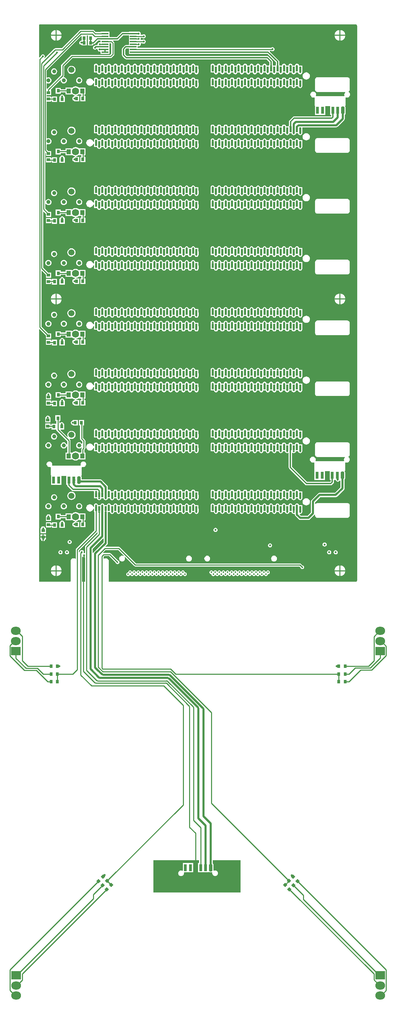
<source format=gtl>
G04*
G04 #@! TF.GenerationSoftware,Altium Limited,Altium Designer,20.1.14 (287)*
G04*
G04 Layer_Physical_Order=1*
G04 Layer_Color=255*
%FSLAX25Y25*%
%MOIN*%
G70*
G04*
G04 #@! TF.SameCoordinates,0DD39981-5369-47EA-9149-94963EAFD3A8*
G04*
G04*
G04 #@! TF.FilePolarity,Positive*
G04*
G01*
G75*
%ADD10C,0.01000*%
%ADD11C,0.01968*%
%ADD16C,0.01181*%
G04:AMPARAMS|DCode=21|XSize=29.78mil|YSize=32mil|CornerRadius=0mil|HoleSize=0mil|Usage=FLASHONLY|Rotation=135.000|XOffset=0mil|YOffset=0mil|HoleType=Round|Shape=Rectangle|*
%AMROTATEDRECTD21*
4,1,4,0.02184,0.00079,-0.00079,-0.02184,-0.02184,-0.00079,0.00079,0.02184,0.02184,0.00079,0.0*
%
%ADD21ROTATEDRECTD21*%

G04:AMPARAMS|DCode=22|XSize=29.78mil|YSize=32mil|CornerRadius=0mil|HoleSize=0mil|Usage=FLASHONLY|Rotation=45.000|XOffset=0mil|YOffset=0mil|HoleType=Round|Shape=Rectangle|*
%AMROTATEDRECTD22*
4,1,4,0.00079,-0.02184,-0.02184,0.00079,-0.00079,0.02184,0.02184,-0.00079,0.00079,-0.02184,0.0*
%
%ADD22ROTATEDRECTD22*%

%ADD23R,0.02978X0.03200*%
%ADD24R,0.03150X0.07087*%
G04:AMPARAMS|DCode=25|XSize=31.5mil|YSize=70.87mil|CornerRadius=7.87mil|HoleSize=0mil|Usage=FLASHONLY|Rotation=180.000|XOffset=0mil|YOffset=0mil|HoleType=Round|Shape=RoundedRectangle|*
%AMROUNDEDRECTD25*
21,1,0.03150,0.05512,0,0,180.0*
21,1,0.01575,0.07087,0,0,180.0*
1,1,0.01575,-0.00787,0.02756*
1,1,0.01575,0.00787,0.02756*
1,1,0.01575,0.00787,-0.02756*
1,1,0.01575,-0.00787,-0.02756*
%
%ADD25ROUNDEDRECTD25*%
%ADD26R,0.07087X0.10236*%
%ADD27R,0.01968X0.04724*%
%ADD28R,0.03200X0.02978*%
%ADD29R,0.06500X0.01700*%
%ADD30R,0.06299X0.07874*%
%ADD31R,0.03937X0.04724*%
%ADD32R,0.03150X0.03543*%
%ADD37C,0.06890*%
%ADD39C,0.03543*%
%ADD40C,0.02165*%
%ADD41O,0.09449X0.07874*%
%ADD42R,0.09449X0.07874*%
%ADD43C,0.05906*%
%ADD44C,0.03937*%
%ADD45C,0.01968*%
%ADD46C,0.01575*%
G36*
X152927Y542287D02*
X153263Y542221D01*
X153579Y542090D01*
X153863Y541900D01*
X154105Y541658D01*
X154295Y541374D01*
X154426Y541058D01*
X154493Y540722D01*
Y540551D01*
X154493Y2483D01*
X154234Y1858D01*
X153690Y1314D01*
X152979Y1020D01*
X-85929D01*
X-86088Y1027D01*
X-86421Y1183D01*
X-86668Y1455D01*
X-86792Y1801D01*
X-86783Y1984D01*
X-86787Y2008D01*
X-86782Y2032D01*
X-86769Y21351D01*
X-86779Y21401D01*
X-86774Y21452D01*
X-86803Y21742D01*
X-86846Y21886D01*
X-86875Y22032D01*
X-87098Y22569D01*
X-87319Y22900D01*
X-87730Y23311D01*
X-88060Y23532D01*
X-88061Y23532D01*
X-88597Y23754D01*
X-88744Y23784D01*
X-88888Y23827D01*
X-89178Y23856D01*
X-89228Y23851D01*
X-89278Y23861D01*
X-90544Y23861D01*
X-90935Y23783D01*
X-91265Y23562D01*
X-91278Y23544D01*
X-91580Y23586D01*
X-91778Y23696D01*
Y25351D01*
X-91099Y26030D01*
X-86361D01*
X-79985Y19654D01*
X-79931Y19381D01*
X-79536Y18790D01*
X-78945Y18395D01*
X-78248Y18256D01*
X-77550Y18395D01*
X-76959Y18790D01*
X-76564Y19381D01*
X-76425Y20079D01*
X-76564Y20776D01*
X-76959Y21367D01*
X-77550Y21762D01*
X-77823Y21817D01*
X-84646Y28640D01*
X-85143Y28972D01*
X-85728Y29089D01*
X-91732D01*
X-92138Y29008D01*
X-92384Y29469D01*
X-89918Y31935D01*
X-77602D01*
X-72074Y26408D01*
X-72405Y26031D01*
X-72421Y26043D01*
X-73095Y26322D01*
X-73818Y26418D01*
X-74542Y26322D01*
X-75216Y26043D01*
X-75795Y25599D01*
X-76240Y25020D01*
X-76519Y24346D01*
X-76614Y23622D01*
X-76519Y22898D01*
X-76240Y22224D01*
X-75795Y21645D01*
X-75216Y21201D01*
X-74542Y20922D01*
X-73818Y20827D01*
X-73095Y20922D01*
X-72421Y21201D01*
X-71842Y21645D01*
X-71398Y22224D01*
X-71118Y22898D01*
X-71023Y23622D01*
X-71118Y24346D01*
X-71398Y25020D01*
X-71410Y25036D01*
X-71033Y25366D01*
X-62007Y16340D01*
X-61510Y16008D01*
X-60925Y15892D01*
X98284D01*
X99444Y14732D01*
X99498Y14460D01*
X99893Y13869D01*
X100484Y13474D01*
X101181Y13335D01*
X101879Y13474D01*
X102470Y13869D01*
X102865Y14460D01*
X103004Y15157D01*
X102865Y15855D01*
X102470Y16446D01*
X101879Y16841D01*
X101607Y16895D01*
X99999Y18503D01*
X99503Y18834D01*
X98918Y18951D01*
X-60292D01*
X-75887Y34546D01*
X-76383Y34877D01*
X-76968Y34994D01*
X-89838D01*
X-90029Y35456D01*
X-88333Y37152D01*
X-87895Y37808D01*
X-87741Y38583D01*
Y68685D01*
X-85444D01*
X-85333Y68124D01*
X-84894Y67467D01*
X-84894Y67467D01*
X-84894Y67467D01*
X-84238Y67028D01*
X-83463Y66874D01*
X-82689Y67028D01*
X-82033Y67467D01*
X-81594Y68123D01*
X-81483Y68685D01*
X-79145D01*
X-79034Y68124D01*
X-78595Y67467D01*
X-78595Y67467D01*
X-78595Y67467D01*
X-77938Y67028D01*
X-77164Y66874D01*
X-76390Y67028D01*
X-75734Y67467D01*
X-75295Y68123D01*
X-75183Y68685D01*
X-72846D01*
X-72734Y68124D01*
X-72296Y67467D01*
X-72296Y67467D01*
X-72295Y67467D01*
X-71639Y67028D01*
X-70865Y66874D01*
X-70091Y67028D01*
X-69434Y67467D01*
X-68996Y68123D01*
X-68884Y68685D01*
X-66547D01*
X-66435Y68124D01*
X-65997Y67467D01*
X-65996Y67467D01*
X-65996Y67467D01*
X-65340Y67028D01*
X-64566Y66874D01*
X-63792Y67028D01*
X-63135Y67467D01*
X-62697Y68123D01*
X-62585Y68685D01*
X-60248D01*
X-60136Y68124D01*
X-59698Y67467D01*
X-59697Y67467D01*
X-59697Y67467D01*
X-59041Y67028D01*
X-58267Y66874D01*
X-57492Y67028D01*
X-56836Y67467D01*
X-56397Y68123D01*
X-56286Y68685D01*
X-53948D01*
X-53837Y68124D01*
X-53398Y67467D01*
X-53398Y67467D01*
X-53398Y67467D01*
X-52741Y67028D01*
X-51967Y66874D01*
X-51193Y67028D01*
X-50537Y67467D01*
X-50098Y68123D01*
X-49986Y68685D01*
X-47649D01*
X-47538Y68124D01*
X-47099Y67467D01*
X-47099Y67467D01*
X-47099Y67467D01*
X-46442Y67028D01*
X-45668Y66874D01*
X-44894Y67028D01*
X-44238Y67467D01*
X-43799Y68123D01*
X-43687Y68685D01*
X-41350D01*
X-41238Y68124D01*
X-40800Y67467D01*
X-40800Y67467D01*
X-40799Y67467D01*
X-40143Y67028D01*
X-39369Y66874D01*
X-38595Y67028D01*
X-37938Y67467D01*
X-37500Y68123D01*
X-37388Y68685D01*
X-35051D01*
X-34939Y68124D01*
X-34501Y67467D01*
X-34500Y67467D01*
X-34500Y67467D01*
X-33844Y67028D01*
X-33070Y66874D01*
X-32296Y67028D01*
X-31639Y67467D01*
X-31201Y68123D01*
X-31089Y68685D01*
X-28752D01*
X-28640Y68124D01*
X-28201Y67467D01*
X-28201Y67467D01*
X-28201Y67467D01*
X-27545Y67028D01*
X-26770Y66874D01*
X-25996Y67028D01*
X-25340Y67467D01*
X-24901Y68123D01*
X-24790Y68685D01*
X-22452D01*
X-22341Y68124D01*
X-21902Y67467D01*
X-21902Y67467D01*
X-21902Y67467D01*
X-21246Y67028D01*
X-20471Y66874D01*
X-19697Y67028D01*
X-19041Y67467D01*
X-18602Y68123D01*
X-18490Y68685D01*
X-16153D01*
X-16042Y68124D01*
X-15603Y67467D01*
X-15603Y67467D01*
X-15603Y67467D01*
X-14946Y67028D01*
X-14172Y66874D01*
X-13398Y67028D01*
X-12742Y67467D01*
X-12303Y68123D01*
X-12191Y68685D01*
X-9854D01*
X-9742Y68124D01*
X-9304Y67467D01*
X-9304Y67467D01*
X-9303Y67467D01*
X-8647Y67028D01*
X-7873Y66874D01*
X-7099Y67028D01*
X-6442Y67467D01*
X-6004Y68123D01*
X-5892Y68685D01*
X-3555D01*
X-3443Y68124D01*
X-3005Y67467D01*
X-3004Y67467D01*
X-3004Y67467D01*
X-2348Y67028D01*
X-1574Y66874D01*
X-799Y67028D01*
X-143Y67467D01*
X295Y68123D01*
X407Y68685D01*
X410D01*
X450Y68898D01*
X449Y68900D01*
X449Y69169D01*
Y72047D01*
X410Y72243D01*
Y75410D01*
X-2743D01*
X-2854Y75971D01*
X-3293Y76627D01*
X-3293Y76627D01*
X-3293Y76627D01*
X-3950Y77066D01*
X-4724Y77220D01*
X-5498Y77066D01*
X-6155Y76627D01*
X-6593Y75971D01*
X-6705Y75410D01*
X-9042D01*
X-9154Y75971D01*
X-9592Y76627D01*
X-9593Y76627D01*
X-9593Y76627D01*
X-10249Y77066D01*
X-11023Y77220D01*
X-11797Y77066D01*
X-12454Y76627D01*
X-12892Y75971D01*
X-13004Y75410D01*
X-15341D01*
X-15453Y75971D01*
X-15891Y76627D01*
X-15892Y76627D01*
X-15892Y76627D01*
X-16548Y77066D01*
X-17322Y77220D01*
X-18097Y77066D01*
X-18753Y76627D01*
X-19192Y75971D01*
X-19303Y75410D01*
X-21641D01*
X-21752Y75971D01*
X-22191Y76627D01*
X-22191Y76627D01*
X-22191Y76627D01*
X-22848Y77066D01*
X-23622Y77220D01*
X-24396Y77066D01*
X-25052Y76627D01*
X-25491Y75971D01*
X-25602Y75410D01*
X-27940D01*
X-28051Y75971D01*
X-28490Y76627D01*
X-28490Y76627D01*
X-28490Y76627D01*
X-29147Y77066D01*
X-29921Y77220D01*
X-30695Y77066D01*
X-31351Y76627D01*
X-31790Y75971D01*
X-31902Y75410D01*
X-34239D01*
X-34351Y75971D01*
X-34789Y76627D01*
X-34789Y76627D01*
X-34789Y76627D01*
X-35446Y77066D01*
X-36220Y77220D01*
X-36994Y77066D01*
X-37651Y76627D01*
X-38089Y75971D01*
X-38201Y75410D01*
X-40538D01*
X-40650Y75971D01*
X-41088Y76627D01*
X-41089Y76627D01*
X-41089Y76627D01*
X-41745Y77066D01*
X-42519Y77220D01*
X-43293Y77066D01*
X-43950Y76627D01*
X-44388Y75971D01*
X-44500Y75410D01*
X-46837D01*
X-46949Y75971D01*
X-47388Y76627D01*
X-47388Y76627D01*
X-47388Y76627D01*
X-48044Y77066D01*
X-48818Y77220D01*
X-49593Y77066D01*
X-50249Y76627D01*
X-50688Y75971D01*
X-50799Y75410D01*
X-53137D01*
X-53248Y75971D01*
X-53687Y76627D01*
X-53687Y76627D01*
X-53687Y76627D01*
X-54343Y77066D01*
X-55118Y77220D01*
X-55892Y77066D01*
X-56548Y76627D01*
X-56987Y75971D01*
X-57099Y75410D01*
X-59436D01*
X-59547Y75971D01*
X-59986Y76627D01*
X-59986Y76627D01*
X-59986Y76627D01*
X-60643Y77066D01*
X-61417Y77220D01*
X-62191Y77066D01*
X-62848Y76627D01*
X-63286Y75971D01*
X-63398Y75410D01*
X-65735D01*
X-65847Y75971D01*
X-66285Y76627D01*
X-66285Y76627D01*
X-66286Y76627D01*
X-66942Y77066D01*
X-67716Y77220D01*
X-68490Y77066D01*
X-69147Y76627D01*
X-69585Y75971D01*
X-69697Y75410D01*
X-72034D01*
X-72146Y75971D01*
X-72584Y76627D01*
X-72585Y76627D01*
X-72585Y76627D01*
X-73241Y77066D01*
X-74015Y77220D01*
X-74790Y77066D01*
X-75446Y76627D01*
X-75884Y75971D01*
X-75996Y75410D01*
X-78333D01*
X-78445Y75971D01*
X-78884Y76627D01*
X-78884Y76627D01*
X-78884Y76627D01*
X-79540Y77066D01*
X-80315Y77220D01*
X-81089Y77066D01*
X-81745Y76627D01*
X-82184Y75971D01*
X-82295Y75410D01*
X-84633D01*
X-84744Y75971D01*
X-85183Y76627D01*
X-85183Y76627D01*
X-85183Y76627D01*
X-85840Y77066D01*
X-86614Y77220D01*
X-87388Y77066D01*
X-88044Y76627D01*
X-88483Y75971D01*
X-88595Y75410D01*
X-90932D01*
X-91044Y75971D01*
X-91482Y76627D01*
X-91482Y76627D01*
X-91482Y76627D01*
X-92139Y77066D01*
X-92913Y77220D01*
X-93687Y77066D01*
X-94344Y76627D01*
X-94782Y75971D01*
X-94894Y75410D01*
X-97231D01*
X-97343Y75971D01*
X-97782Y76627D01*
X-98438Y77066D01*
X-99212Y77220D01*
X-99986Y77066D01*
X-100643Y76627D01*
X-101081Y75971D01*
X-101193Y75410D01*
X-101196D01*
X-101235Y75197D01*
X-101196Y74999D01*
X-101196Y74910D01*
Y73695D01*
X-101696Y73662D01*
X-101707Y73748D01*
X-102060Y74600D01*
X-102621Y75331D01*
X-103352Y75892D01*
X-104204Y76245D01*
X-105117Y76365D01*
X-106031Y76245D01*
X-106882Y75892D01*
X-107614Y75331D01*
X-108175Y74600D01*
X-108527Y73748D01*
X-108648Y72835D01*
X-108527Y71921D01*
X-108175Y71070D01*
X-107614Y70338D01*
X-106882Y69777D01*
X-106031Y69425D01*
X-105117Y69304D01*
X-104204Y69425D01*
X-103352Y69777D01*
X-102621Y70338D01*
X-102060Y71070D01*
X-101707Y71921D01*
X-101696Y72007D01*
X-101196Y71974D01*
Y68685D01*
X-100741D01*
Y51028D01*
X-118404Y33365D01*
X-118736Y32869D01*
X-118852Y32283D01*
Y23699D01*
X-119007Y23610D01*
X-119351Y23548D01*
X-119354Y23550D01*
X-119358Y23555D01*
X-119562Y23692D01*
X-119680Y23773D01*
X-119684Y23773D01*
X-119689Y23777D01*
X-119897Y23818D01*
X-120069Y23854D01*
X-121348Y23867D01*
X-121403Y23857D01*
X-121458Y23862D01*
X-121749Y23834D01*
X-121892Y23790D01*
X-122039Y23761D01*
X-122576Y23539D01*
X-122907Y23318D01*
X-122907Y23318D01*
X-123318Y22907D01*
X-123318Y22907D01*
X-123539Y22576D01*
X-123761Y22039D01*
X-123790Y21892D01*
X-123834Y21749D01*
X-123862Y21458D01*
X-123857Y21407D01*
X-123867Y21358D01*
X-123854Y2038D01*
Y1836D01*
X-124009Y1462D01*
X-124296Y1175D01*
X-124671Y1020D01*
X-153416D01*
X-153910Y1224D01*
X-154288Y1602D01*
X-154492Y2095D01*
Y2362D01*
Y246165D01*
X-154030Y246356D01*
X-147875Y240201D01*
Y237164D01*
X-142675D01*
Y242142D01*
X-145490D01*
X-152210Y248863D01*
Y302938D01*
X-151748Y303130D01*
X-147875Y299256D01*
Y296219D01*
X-142675D01*
Y301197D01*
X-145490D01*
X-150439Y306146D01*
Y360219D01*
X-149977Y360410D01*
X-147876Y358309D01*
Y355272D01*
X-142676D01*
Y360250D01*
X-145491D01*
X-148569Y363328D01*
Y368284D01*
X-148069Y368383D01*
X-147987Y368186D01*
X-147511Y367565D01*
X-146891Y367090D01*
X-146169Y366791D01*
X-145394Y366688D01*
X-144619Y366791D01*
X-143897Y367090D01*
X-143277Y367565D01*
X-142801Y368186D01*
X-142502Y368908D01*
X-142400Y369683D01*
X-142502Y370458D01*
X-142801Y371180D01*
X-143277Y371800D01*
X-143897Y372276D01*
X-144619Y372575D01*
X-145394Y372677D01*
X-146169Y372575D01*
X-146891Y372276D01*
X-147511Y371800D01*
X-147987Y371180D01*
X-148069Y370982D01*
X-148569Y371081D01*
Y417071D01*
X-148069Y417319D01*
X-147876Y417172D01*
Y414327D01*
X-142676D01*
Y419305D01*
X-145491D01*
X-146994Y420808D01*
Y425646D01*
X-146494Y425980D01*
X-146169Y425846D01*
X-145394Y425744D01*
X-144619Y425846D01*
X-143897Y426145D01*
X-143277Y426621D01*
X-142801Y427241D01*
X-142502Y427963D01*
X-142400Y428738D01*
X-142502Y429513D01*
X-142801Y430235D01*
X-143277Y430855D01*
X-143897Y431331D01*
X-144619Y431630D01*
X-145394Y431732D01*
X-146169Y431630D01*
X-146494Y431495D01*
X-146994Y431829D01*
Y467304D01*
X-142676D01*
Y468153D01*
X-142142D01*
Y466714D01*
X-136993D01*
Y472257D01*
X-142142D01*
Y471212D01*
X-142676D01*
Y472282D01*
X-146994D01*
Y473382D01*
X-142676D01*
Y478360D01*
X-142937D01*
X-143129Y478822D01*
X-133897Y488054D01*
X-133424Y487820D01*
X-133427Y487793D01*
X-133325Y487018D01*
X-133026Y486296D01*
X-132550Y485676D01*
X-131930Y485200D01*
X-131208Y484901D01*
X-130433Y484799D01*
X-129658Y484901D01*
X-128936Y485200D01*
X-128316Y485676D01*
X-127840Y486296D01*
X-127541Y487018D01*
X-127439Y487793D01*
X-127541Y488568D01*
X-127840Y489290D01*
X-128316Y489910D01*
X-128936Y490386D01*
X-129658Y490685D01*
X-130433Y490787D01*
X-130460Y490783D01*
X-130694Y491257D01*
X-130414Y491537D01*
X-130083Y492033D01*
X-129966Y492618D01*
Y501433D01*
X-121906Y509494D01*
X-85039D01*
X-84454Y509611D01*
X-83957Y509942D01*
X-81792Y512108D01*
X-81461Y512604D01*
X-81344Y513189D01*
Y524114D01*
X-81461Y524699D01*
X-81792Y525196D01*
X-82564Y525968D01*
X-82373Y526430D01*
X-78444D01*
X-77824Y526553D01*
X-77298Y526904D01*
X-72655Y531548D01*
X-67223D01*
Y528760D01*
Y526201D01*
Y521996D01*
X-70275D01*
X-70896Y521872D01*
X-71422Y521521D01*
X-73489Y519454D01*
X-73840Y518928D01*
X-73964Y518307D01*
Y512402D01*
X-73840Y511781D01*
X-73489Y511255D01*
X-70930Y508696D01*
X-70404Y508344D01*
X-69783Y508221D01*
X66455D01*
X69244Y505432D01*
Y503111D01*
X68997Y502740D01*
X68885Y502179D01*
X66548D01*
X66436Y502740D01*
X65997Y503396D01*
X65997Y503396D01*
X65997Y503397D01*
X65341Y503835D01*
X64566Y503989D01*
X63792Y503835D01*
X63136Y503397D01*
X62697Y502740D01*
X62586Y502179D01*
X60248D01*
X60137Y502740D01*
X59698Y503396D01*
X59698Y503396D01*
X59698Y503397D01*
X59042Y503835D01*
X58267Y503989D01*
X57493Y503835D01*
X56837Y503397D01*
X56398Y502740D01*
X56287Y502179D01*
X53949D01*
X53838Y502740D01*
X53399Y503396D01*
X53399Y503396D01*
X53399Y503397D01*
X52742Y503835D01*
X51968Y503989D01*
X51194Y503835D01*
X50538Y503397D01*
X50099Y502740D01*
X49987Y502179D01*
X47650D01*
X47538Y502740D01*
X47100Y503396D01*
X47100Y503396D01*
X47099Y503397D01*
X46443Y503835D01*
X45669Y503989D01*
X44895Y503835D01*
X44238Y503397D01*
X43800Y502740D01*
X43688Y502179D01*
X41351D01*
X41239Y502740D01*
X40801Y503396D01*
X40800Y503396D01*
X40800Y503397D01*
X40144Y503835D01*
X39370Y503989D01*
X38595Y503835D01*
X37939Y503397D01*
X37501Y502740D01*
X37389Y502179D01*
X35052D01*
X34940Y502740D01*
X34501Y503396D01*
X34501Y503396D01*
X34501Y503397D01*
X33845Y503835D01*
X33070Y503989D01*
X32296Y503835D01*
X31640Y503397D01*
X31201Y502740D01*
X31090Y502179D01*
X28752D01*
X28641Y502740D01*
X28202Y503396D01*
X28202Y503396D01*
X28202Y503397D01*
X27545Y503835D01*
X26771Y503989D01*
X25997Y503835D01*
X25341Y503397D01*
X24902Y502740D01*
X24790Y502179D01*
X22453D01*
X22342Y502740D01*
X21903Y503396D01*
X21903Y503396D01*
X21903Y503397D01*
X21246Y503835D01*
X20472Y503989D01*
X19698Y503835D01*
X19041Y503397D01*
X18603Y502740D01*
X18491Y502179D01*
X16154D01*
X16042Y502740D01*
X15604Y503396D01*
X15604Y503396D01*
X15603Y503397D01*
X14947Y503835D01*
X14173Y503989D01*
X13399Y503835D01*
X12742Y503397D01*
X12304Y502740D01*
X12192Y502179D01*
X12189D01*
X12150Y501966D01*
X12150Y501964D01*
X12150Y501695D01*
Y498816D01*
X12189Y498621D01*
Y495454D01*
X15342D01*
X15454Y494893D01*
X15892Y494237D01*
X15892Y494237D01*
X15893Y494236D01*
X16549Y493798D01*
X17323Y493644D01*
X18097Y493798D01*
X18754Y494236D01*
X19192Y494893D01*
X19304Y495454D01*
X21641D01*
X21753Y494893D01*
X22191Y494237D01*
X22192Y494237D01*
X22192Y494236D01*
X22848Y493798D01*
X23622Y493644D01*
X24397Y493798D01*
X25053Y494236D01*
X25491Y494893D01*
X25603Y495454D01*
X27940D01*
X28052Y494893D01*
X28491Y494237D01*
X28491Y494237D01*
X28491Y494236D01*
X29147Y493798D01*
X29922Y493644D01*
X30696Y493798D01*
X31352Y494236D01*
X31791Y494893D01*
X31902Y495454D01*
X34240D01*
X34351Y494893D01*
X34790Y494237D01*
X34790Y494237D01*
X34790Y494236D01*
X35447Y493798D01*
X36221Y493644D01*
X36995Y493798D01*
X37651Y494236D01*
X38090Y494893D01*
X38202Y495454D01*
X40539D01*
X40650Y494893D01*
X41089Y494237D01*
X41089Y494237D01*
X41089Y494236D01*
X41746Y493798D01*
X42520Y493644D01*
X43294Y493798D01*
X43951Y494236D01*
X44389Y494893D01*
X44501Y495454D01*
X46838D01*
X46950Y494893D01*
X47388Y494237D01*
X47388Y494237D01*
X47389Y494236D01*
X48045Y493798D01*
X48819Y493644D01*
X49593Y493798D01*
X50250Y494236D01*
X50688Y494893D01*
X50800Y495454D01*
X53137D01*
X53249Y494893D01*
X53688Y494237D01*
X53688Y494237D01*
X53688Y494236D01*
X54344Y493798D01*
X55118Y493644D01*
X55893Y493798D01*
X56549Y494236D01*
X56988Y494893D01*
X57099Y495454D01*
X59437D01*
X59548Y494893D01*
X59987Y494237D01*
X59987Y494237D01*
X59987Y494236D01*
X60643Y493798D01*
X61418Y493644D01*
X62192Y493798D01*
X62848Y494236D01*
X63287Y494893D01*
X63398Y495454D01*
X65736D01*
X65847Y494893D01*
X66286Y494237D01*
X66286Y494237D01*
X66286Y494236D01*
X66943Y493798D01*
X67717Y493644D01*
X68491Y493798D01*
X69147Y494236D01*
X69586Y494893D01*
X69698Y495454D01*
X72035D01*
X72147Y494893D01*
X72585Y494237D01*
X72585Y494237D01*
X72585Y494236D01*
X73242Y493798D01*
X74016Y493644D01*
X74790Y493798D01*
X75447Y494236D01*
X75885Y494893D01*
X75997Y495454D01*
X78334D01*
X78446Y494893D01*
X78884Y494237D01*
X78885Y494237D01*
X78885Y494236D01*
X79541Y493798D01*
X80315Y493644D01*
X81090Y493798D01*
X81746Y494236D01*
X82184Y494893D01*
X82296Y495454D01*
X84633D01*
X84745Y494893D01*
X85184Y494237D01*
X85184Y494237D01*
X85184Y494236D01*
X85840Y493798D01*
X86615Y493644D01*
X87389Y493798D01*
X88045Y494236D01*
X88484Y494893D01*
X88595Y495454D01*
X90933D01*
X91044Y494893D01*
X91483Y494237D01*
X91483Y494237D01*
X91483Y494236D01*
X92140Y493798D01*
X92914Y493644D01*
X93688Y493798D01*
X94344Y494236D01*
X94783Y494893D01*
X94895Y495454D01*
X97232D01*
X97343Y494893D01*
X97782Y494237D01*
X97782Y494237D01*
X97782Y494236D01*
X98439Y493798D01*
X99213Y493644D01*
X99987Y493798D01*
X100644Y494236D01*
X101082Y494893D01*
X101194Y495454D01*
X101197D01*
X101236Y495667D01*
X101236Y495669D01*
X101236Y495938D01*
Y498816D01*
X101197Y499012D01*
Y502179D01*
X98044D01*
X97932Y502740D01*
X97493Y503396D01*
X97493Y503396D01*
X97493Y503397D01*
X96837Y503835D01*
X96062Y503989D01*
X95288Y503835D01*
X94632Y503397D01*
X94193Y502740D01*
X94082Y502179D01*
X91745D01*
X91633Y502740D01*
X91194Y503396D01*
X91194Y503396D01*
X91194Y503397D01*
X90538Y503835D01*
X89763Y503989D01*
X88989Y503835D01*
X88333Y503397D01*
X87894Y502740D01*
X87783Y502179D01*
X85445D01*
X85334Y502740D01*
X84895Y503396D01*
X84895Y503396D01*
X84895Y503397D01*
X84238Y503835D01*
X83464Y503989D01*
X82690Y503835D01*
X82034Y503397D01*
X81595Y502740D01*
X81483Y502179D01*
X79146D01*
X79034Y502740D01*
X78787Y503111D01*
Y506103D01*
X78663Y506724D01*
X78312Y507250D01*
X69628Y515933D01*
X69835Y516433D01*
X71183D01*
X71470Y516241D01*
X72245Y516087D01*
X73019Y516241D01*
X73675Y516680D01*
X74114Y517336D01*
X74268Y518110D01*
X74114Y518885D01*
X73675Y519541D01*
X73019Y519979D01*
X72245Y520133D01*
X71470Y519979D01*
X70814Y519541D01*
X70781Y519492D01*
X-58723D01*
Y520647D01*
X-58674Y520722D01*
X-58223Y521019D01*
X-57677Y520910D01*
X-56903Y521064D01*
X-56246Y521502D01*
X-55808Y522159D01*
X-55654Y522933D01*
X-55759Y523463D01*
X-55423Y523963D01*
X-54137D01*
X-53628Y523623D01*
X-52854Y523469D01*
X-52080Y523623D01*
X-51423Y524062D01*
X-50985Y524718D01*
X-50831Y525492D01*
X-50985Y526266D01*
X-51423Y526923D01*
X-52080Y527361D01*
X-52854Y527515D01*
X-53628Y527361D01*
X-54137Y527022D01*
X-55423D01*
X-55759Y527522D01*
X-55654Y528051D01*
X-55759Y528581D01*
X-55423Y529081D01*
X-54137D01*
X-53628Y528741D01*
X-52854Y528587D01*
X-52080Y528741D01*
X-51423Y529180D01*
X-50985Y529836D01*
X-50831Y530610D01*
X-50985Y531385D01*
X-51423Y532041D01*
X-52080Y532479D01*
X-52854Y532633D01*
X-53628Y532479D01*
X-54137Y532140D01*
X-55489D01*
X-55779Y532640D01*
X-55654Y533268D01*
X-55808Y534042D01*
X-56246Y534698D01*
X-56903Y535137D01*
X-57677Y535291D01*
X-58451Y535137D01*
X-58723Y535019D01*
X-58723Y535019D01*
X-58723Y535019D01*
X-67223D01*
Y534791D01*
X-73326D01*
X-73947Y534668D01*
X-74473Y534316D01*
X-79116Y529673D01*
X-86123D01*
Y535019D01*
X-94623D01*
Y534699D01*
X-99366D01*
X-101084Y536416D01*
X-101580Y536748D01*
X-102165Y536864D01*
X-113976D01*
X-114561Y536748D01*
X-115057Y536416D01*
X-132424Y519049D01*
X-138582D01*
X-139168Y518933D01*
X-139664Y518601D01*
X-148923Y509342D01*
X-149311Y509661D01*
X-148918Y510249D01*
X-148764Y511024D01*
X-148918Y511798D01*
X-149356Y512454D01*
X-150013Y512893D01*
X-150787Y513047D01*
X-151561Y512893D01*
X-152218Y512454D01*
X-152656Y511798D01*
X-152726Y511444D01*
X-154030Y510140D01*
X-154492Y510332D01*
Y540945D01*
X-154492Y541212D01*
X-154288Y541706D01*
X-153910Y542083D01*
X-153416Y542288D01*
X-153149Y542287D01*
X152756Y542288D01*
X152927Y542287D01*
D02*
G37*
G36*
X-107028Y531439D02*
Y526239D01*
X-107028D01*
Y521711D01*
X-102050D01*
Y522689D01*
X-101574D01*
X-100954Y522813D01*
X-100428Y523164D01*
X-97162Y526430D01*
X-94623D01*
Y525143D01*
X-95114Y524769D01*
X-95123Y524769D01*
X-95570Y524858D01*
X-96345Y524704D01*
X-97001Y524265D01*
X-97440Y523609D01*
X-97594Y522835D01*
X-97526Y522496D01*
X-97936Y521996D01*
X-99311D01*
X-99931Y521872D01*
X-100420Y521546D01*
X-100872Y521456D01*
X-101529Y521017D01*
X-101967Y520361D01*
X-102121Y519587D01*
X-101967Y518812D01*
X-101529Y518156D01*
X-100872Y517718D01*
X-100098Y517563D01*
X-99324Y517718D01*
X-98668Y518156D01*
X-98408Y518545D01*
X-97958Y518555D01*
X-97626Y518146D01*
X-97692Y517815D01*
X-97538Y517041D01*
X-97100Y516384D01*
X-96443Y515946D01*
X-95669Y515792D01*
X-95123Y515901D01*
X-94672Y515604D01*
X-94623Y515529D01*
Y513406D01*
X-86123D01*
Y515965D01*
Y518524D01*
Y521083D01*
Y523963D01*
X-84885D01*
X-84403Y523481D01*
Y513823D01*
X-85672Y512553D01*
X-122539D01*
X-123124Y512437D01*
X-123620Y512105D01*
X-132577Y503148D01*
X-132909Y502652D01*
X-133025Y502067D01*
Y493252D01*
X-146374Y479903D01*
X-146494Y479723D01*
X-146994Y479875D01*
Y484701D01*
X-146494Y485035D01*
X-146169Y484901D01*
X-145394Y484799D01*
X-144619Y484901D01*
X-143897Y485200D01*
X-143277Y485676D01*
X-142801Y486296D01*
X-142502Y487018D01*
X-142400Y487793D01*
X-142502Y488568D01*
X-142801Y489290D01*
X-143277Y489910D01*
X-143897Y490386D01*
X-144619Y490685D01*
X-145394Y490787D01*
X-146169Y490685D01*
X-146494Y490550D01*
X-146994Y490884D01*
Y497398D01*
X-113568Y530824D01*
X-113106Y530632D01*
Y526662D01*
X-113385Y526433D01*
X-114160Y526279D01*
X-114816Y525840D01*
X-115255Y525184D01*
X-115409Y524409D01*
X-115255Y523635D01*
X-114816Y522979D01*
X-114160Y522540D01*
X-113385Y522386D01*
X-113106Y522157D01*
Y521711D01*
X-108128D01*
Y526911D01*
X-108128D01*
Y531439D01*
X-107630Y531443D01*
X-107527D01*
X-107028Y531439D01*
D02*
G37*
G36*
X-67223Y518524D02*
Y515965D01*
Y513406D01*
X-58723D01*
Y513634D01*
X67340D01*
X75543Y505431D01*
Y503111D01*
X75296Y502740D01*
X75184Y502179D01*
X72847D01*
X72735Y502740D01*
X72487Y503111D01*
Y506103D01*
X72364Y506724D01*
X72012Y507250D01*
X68273Y510989D01*
X67747Y511341D01*
X67126Y511464D01*
X-69111D01*
X-70720Y513073D01*
Y517635D01*
X-69604Y518752D01*
X-67223D01*
Y518524D01*
D02*
G37*
G36*
X-91787Y42888D02*
Y39421D01*
X-101431Y29777D01*
X-101808Y29213D01*
X-102262Y29278D01*
X-102308Y29296D01*
Y33020D01*
X-92249Y43079D01*
X-91787Y42888D01*
D02*
G37*
G36*
X-97591Y49220D02*
Y47780D01*
X-109349Y36022D01*
X-109681Y35526D01*
X-109797Y34941D01*
Y29139D01*
X-110297Y28729D01*
X-110630Y28795D01*
X-110776Y28766D01*
X-110963Y28971D01*
X-111111Y29209D01*
X-110969Y29921D01*
X-111123Y30696D01*
X-111562Y31352D01*
X-112218Y31790D01*
X-112992Y31944D01*
X-113766Y31790D01*
X-114423Y31352D01*
X-114861Y30696D01*
X-114979Y30103D01*
X-115333Y29776D01*
X-115793Y29915D01*
Y31650D01*
X-98130Y49313D01*
X-98091Y49372D01*
X-97591Y49220D01*
D02*
G37*
G36*
X-110130Y24678D02*
X-109797Y24404D01*
Y1020D01*
X-112644D01*
Y25314D01*
X-112144Y25466D01*
X-112060Y25341D01*
X-111404Y24903D01*
X-111130Y24848D01*
Y26772D01*
X-110130D01*
Y24678D01*
D02*
G37*
G36*
X41339Y-300590D02*
X-43307D01*
Y-269094D01*
X931D01*
Y-271815D01*
X-114D01*
Y-280902D01*
X9957D01*
Y-280823D01*
X10457Y-280556D01*
X10818Y-280798D01*
X11516Y-280937D01*
X13091D01*
X13407Y-280874D01*
X13545Y-280962D01*
X13815Y-281302D01*
X13740Y-281870D01*
X13835Y-282594D01*
X14114Y-283268D01*
X14559Y-283847D01*
X15138Y-284291D01*
X15812Y-284570D01*
X16535Y-284666D01*
X17259Y-284570D01*
X17933Y-284291D01*
X18512Y-283847D01*
X18957Y-283268D01*
X19236Y-282594D01*
X19331Y-281870D01*
X19236Y-281147D01*
X18957Y-280472D01*
X18512Y-279893D01*
X17933Y-279449D01*
X17259Y-279170D01*
X16535Y-279075D01*
X15812Y-279170D01*
X15376Y-279350D01*
X15139Y-279230D01*
X14913Y-279020D01*
Y-273602D01*
X14774Y-272905D01*
X14379Y-272314D01*
X14326Y-272278D01*
Y-269094D01*
X41339D01*
Y-300590D01*
D02*
G37*
%LPC*%
G36*
X138296Y537397D02*
Y531996D01*
X143696D01*
X143631Y532657D01*
X143293Y533773D01*
X142743Y534802D01*
X142003Y535703D01*
X141101Y536443D01*
X140073Y536993D01*
X138956Y537332D01*
X138296Y537397D01*
D02*
G37*
G36*
X137296D02*
X136635Y537332D01*
X135519Y536993D01*
X134490Y536443D01*
X133588Y535703D01*
X132849Y534802D01*
X132299Y533773D01*
X131960Y532657D01*
X131895Y531996D01*
X137296D01*
Y537397D01*
D02*
G37*
G36*
X-137295D02*
Y531996D01*
X-131894D01*
X-131959Y532657D01*
X-132298Y533773D01*
X-132848Y534802D01*
X-133588Y535703D01*
X-134489Y536443D01*
X-135518Y536993D01*
X-136634Y537332D01*
X-137295Y537397D01*
D02*
G37*
G36*
X-138295D02*
X-138956Y537332D01*
X-140072Y536993D01*
X-141101Y536443D01*
X-142002Y535703D01*
X-142742Y534802D01*
X-143292Y533773D01*
X-143631Y532657D01*
X-143695Y531996D01*
X-138295D01*
Y537397D01*
D02*
G37*
G36*
X143696Y530996D02*
X138296D01*
Y525595D01*
X138956Y525661D01*
X140073Y525999D01*
X141101Y526549D01*
X142003Y527289D01*
X142743Y528191D01*
X143293Y529219D01*
X143631Y530335D01*
X143696Y530996D01*
D02*
G37*
G36*
X137296D02*
X131895D01*
X131960Y530335D01*
X132299Y529219D01*
X132849Y528191D01*
X133588Y527289D01*
X134490Y526549D01*
X135519Y525999D01*
X136635Y525661D01*
X137296Y525595D01*
Y530996D01*
D02*
G37*
G36*
X-131894D02*
X-137295D01*
Y525595D01*
X-136634Y525661D01*
X-135518Y525999D01*
X-134489Y526549D01*
X-133588Y527289D01*
X-132848Y528191D01*
X-132298Y529219D01*
X-131959Y530335D01*
X-131894Y530996D01*
D02*
G37*
G36*
X-138295D02*
X-143695D01*
X-143631Y530335D01*
X-143292Y529219D01*
X-142742Y528191D01*
X-142002Y527289D01*
X-141101Y526549D01*
X-140072Y525999D01*
X-138956Y525661D01*
X-138295Y525595D01*
Y530996D01*
D02*
G37*
G36*
X-4725Y503989D02*
X-5499Y503835D01*
X-6155Y503397D01*
X-6594Y502740D01*
X-6706Y502179D01*
X-9043D01*
X-9155Y502740D01*
X-9593Y503396D01*
X-9593Y503396D01*
X-9594Y503397D01*
X-10250Y503835D01*
X-11024Y503989D01*
X-11798Y503835D01*
X-12455Y503397D01*
X-12893Y502740D01*
X-13005Y502179D01*
X-15342D01*
X-15454Y502740D01*
X-15892Y503396D01*
X-15893Y503396D01*
X-15893Y503397D01*
X-16549Y503835D01*
X-17323Y503989D01*
X-18098Y503835D01*
X-18754Y503397D01*
X-19192Y502740D01*
X-19304Y502179D01*
X-21641D01*
X-21753Y502740D01*
X-22192Y503396D01*
X-22192Y503396D01*
X-22192Y503397D01*
X-22848Y503835D01*
X-23622Y503989D01*
X-24397Y503835D01*
X-25053Y503397D01*
X-25492Y502740D01*
X-25603Y502179D01*
X-27941D01*
X-28052Y502740D01*
X-28491Y503396D01*
X-28491Y503396D01*
X-28491Y503397D01*
X-29147Y503835D01*
X-29922Y503989D01*
X-30696Y503835D01*
X-31352Y503397D01*
X-31791Y502740D01*
X-31903Y502179D01*
X-34240D01*
X-34351Y502740D01*
X-34790Y503396D01*
X-34790Y503396D01*
X-34790Y503397D01*
X-35447Y503835D01*
X-36221Y503989D01*
X-36995Y503835D01*
X-37652Y503397D01*
X-38090Y502740D01*
X-38202Y502179D01*
X-40539D01*
X-40651Y502740D01*
X-41089Y503396D01*
X-41089Y503396D01*
X-41090Y503397D01*
X-41746Y503835D01*
X-42520Y503989D01*
X-43294Y503835D01*
X-43951Y503397D01*
X-44389Y502740D01*
X-44501Y502179D01*
X-46838D01*
X-46950Y502740D01*
X-47388Y503396D01*
X-47389Y503396D01*
X-47389Y503397D01*
X-48045Y503835D01*
X-48819Y503989D01*
X-49593Y503835D01*
X-50250Y503397D01*
X-50688Y502740D01*
X-50800Y502179D01*
X-53137D01*
X-53249Y502740D01*
X-53688Y503396D01*
X-53688Y503396D01*
X-53688Y503397D01*
X-54344Y503835D01*
X-55119Y503989D01*
X-55893Y503835D01*
X-56549Y503397D01*
X-56988Y502740D01*
X-57099Y502179D01*
X-59437D01*
X-59548Y502740D01*
X-59987Y503396D01*
X-59987Y503396D01*
X-59987Y503397D01*
X-60644Y503835D01*
X-61418Y503989D01*
X-62192Y503835D01*
X-62848Y503397D01*
X-63287Y502740D01*
X-63399Y502179D01*
X-65736D01*
X-65847Y502740D01*
X-66286Y503396D01*
X-66286Y503396D01*
X-66286Y503397D01*
X-66943Y503835D01*
X-67717Y503989D01*
X-68491Y503835D01*
X-69147Y503397D01*
X-69586Y502740D01*
X-69698Y502179D01*
X-72035D01*
X-72147Y502740D01*
X-72585Y503396D01*
X-72585Y503396D01*
X-72586Y503397D01*
X-73242Y503835D01*
X-74016Y503989D01*
X-74790Y503835D01*
X-75447Y503397D01*
X-75885Y502740D01*
X-75997Y502179D01*
X-78334D01*
X-78446Y502740D01*
X-78885Y503396D01*
X-78885Y503396D01*
X-78885Y503397D01*
X-79541Y503835D01*
X-80315Y503989D01*
X-81090Y503835D01*
X-81746Y503397D01*
X-82184Y502740D01*
X-82296Y502179D01*
X-84633D01*
X-84745Y502740D01*
X-85184Y503396D01*
X-85184Y503396D01*
X-85184Y503397D01*
X-85840Y503835D01*
X-86615Y503989D01*
X-87389Y503835D01*
X-88045Y503397D01*
X-88484Y502740D01*
X-88595Y502179D01*
X-90933D01*
X-91044Y502740D01*
X-91483Y503396D01*
X-91483Y503396D01*
X-91483Y503397D01*
X-92140Y503835D01*
X-92914Y503989D01*
X-93688Y503835D01*
X-94344Y503397D01*
X-94783Y502740D01*
X-94895Y502179D01*
X-97232D01*
X-97343Y502740D01*
X-97782Y503396D01*
X-97782Y503396D01*
X-97782Y503397D01*
X-98439Y503835D01*
X-99213Y503989D01*
X-99987Y503835D01*
X-100644Y503397D01*
X-101082Y502740D01*
X-101194Y502179D01*
X-101197D01*
X-101236Y501966D01*
X-101236Y501964D01*
X-101236Y501695D01*
Y498816D01*
X-101197Y498621D01*
Y495454D01*
X-98044D01*
X-97932Y494893D01*
X-97494Y494237D01*
X-97493Y494237D01*
X-97493Y494236D01*
X-96837Y493798D01*
X-96063Y493644D01*
X-95288Y493798D01*
X-94632Y494236D01*
X-94194Y494893D01*
X-94082Y495454D01*
X-91745D01*
X-91633Y494893D01*
X-91194Y494237D01*
X-91194Y494237D01*
X-91194Y494236D01*
X-90538Y493798D01*
X-89763Y493644D01*
X-88989Y493798D01*
X-88333Y494236D01*
X-87894Y494893D01*
X-87783Y495454D01*
X-85445D01*
X-85334Y494893D01*
X-84895Y494237D01*
X-84895Y494237D01*
X-84895Y494236D01*
X-84238Y493798D01*
X-83464Y493644D01*
X-82690Y493798D01*
X-82034Y494236D01*
X-81595Y494893D01*
X-81483Y495454D01*
X-79146D01*
X-79035Y494893D01*
X-78596Y494237D01*
X-78596Y494237D01*
X-78596Y494236D01*
X-77939Y493798D01*
X-77165Y493644D01*
X-76391Y493798D01*
X-75735Y494236D01*
X-75296Y494893D01*
X-75184Y495454D01*
X-72847D01*
X-72735Y494893D01*
X-72297Y494237D01*
X-72297Y494237D01*
X-72296Y494236D01*
X-71640Y493798D01*
X-70866Y493644D01*
X-70092Y493798D01*
X-69435Y494236D01*
X-68997Y494893D01*
X-68885Y495454D01*
X-66548D01*
X-66436Y494893D01*
X-65997Y494237D01*
X-65997Y494237D01*
X-65997Y494236D01*
X-65341Y493798D01*
X-64567Y493644D01*
X-63792Y493798D01*
X-63136Y494236D01*
X-62697Y494893D01*
X-62586Y495454D01*
X-60249D01*
X-60137Y494893D01*
X-59698Y494237D01*
X-59698Y494237D01*
X-59698Y494236D01*
X-59042Y493798D01*
X-58267Y493644D01*
X-57493Y493798D01*
X-56837Y494236D01*
X-56398Y494893D01*
X-56287Y495454D01*
X-53949D01*
X-53838Y494893D01*
X-53399Y494237D01*
X-53399Y494237D01*
X-53399Y494236D01*
X-52742Y493798D01*
X-51968Y493644D01*
X-51194Y493798D01*
X-50538Y494236D01*
X-50099Y494893D01*
X-49987Y495454D01*
X-47650D01*
X-47539Y494893D01*
X-47100Y494237D01*
X-47100Y494237D01*
X-47100Y494236D01*
X-46443Y493798D01*
X-45669Y493644D01*
X-44895Y493798D01*
X-44238Y494236D01*
X-43800Y494893D01*
X-43688Y495454D01*
X-41351D01*
X-41239Y494893D01*
X-40801Y494237D01*
X-40800Y494237D01*
X-40800Y494236D01*
X-40144Y493798D01*
X-39370Y493644D01*
X-38596Y493798D01*
X-37939Y494236D01*
X-37501Y494893D01*
X-37389Y495454D01*
X-35052D01*
X-34940Y494893D01*
X-34501Y494237D01*
X-34501Y494237D01*
X-34501Y494236D01*
X-33845Y493798D01*
X-33070Y493644D01*
X-32296Y493798D01*
X-31640Y494236D01*
X-31201Y494893D01*
X-31090Y495454D01*
X-28752D01*
X-28641Y494893D01*
X-28202Y494237D01*
X-28202Y494237D01*
X-28202Y494236D01*
X-27545Y493798D01*
X-26771Y493644D01*
X-25997Y493798D01*
X-25341Y494236D01*
X-24902Y494893D01*
X-24791Y495454D01*
X-22453D01*
X-22342Y494893D01*
X-21903Y494237D01*
X-21903Y494237D01*
X-21903Y494236D01*
X-21246Y493798D01*
X-20472Y493644D01*
X-19698Y493798D01*
X-19041Y494236D01*
X-18603Y494893D01*
X-18491Y495454D01*
X-16154D01*
X-16042Y494893D01*
X-15604Y494237D01*
X-15604Y494237D01*
X-15604Y494236D01*
X-14947Y493798D01*
X-14173Y493644D01*
X-13399Y493798D01*
X-12742Y494236D01*
X-12304Y494893D01*
X-12192Y495454D01*
X-9855D01*
X-9743Y494893D01*
X-9305Y494237D01*
X-9304Y494237D01*
X-9304Y494236D01*
X-8648Y493798D01*
X-7874Y493644D01*
X-7100Y493798D01*
X-6443Y494236D01*
X-6005Y494893D01*
X-5893Y495454D01*
X-3556D01*
X-3444Y494893D01*
X-3005Y494237D01*
X-3005Y494237D01*
X-3005Y494236D01*
X-2349Y493798D01*
X-1575Y493644D01*
X-800Y493798D01*
X-144Y494236D01*
X295Y494893D01*
X406Y495454D01*
X409D01*
X449Y495667D01*
X448Y495669D01*
X448Y495938D01*
Y498816D01*
X409Y499012D01*
Y502179D01*
X-2744D01*
X-2855Y502740D01*
X-3294Y503396D01*
X-3294Y503396D01*
X-3294Y503397D01*
X-3951Y503835D01*
X-4725Y503989D01*
D02*
G37*
G36*
X-122953Y501977D02*
X-123985Y501841D01*
X-124946Y501442D01*
X-125772Y500809D01*
X-126406Y499983D01*
X-126804Y499022D01*
X-126940Y497990D01*
X-126804Y496958D01*
X-126406Y495996D01*
X-125772Y495171D01*
X-124946Y494537D01*
X-123985Y494139D01*
X-122953Y494003D01*
X-121921Y494139D01*
X-120959Y494537D01*
X-120134Y495171D01*
X-119500Y495996D01*
X-119102Y496958D01*
X-118966Y497990D01*
X-119102Y499022D01*
X-119500Y499983D01*
X-120134Y500809D01*
X-120959Y501442D01*
X-121921Y501841D01*
X-122953Y501977D01*
D02*
G37*
G36*
X145207Y490920D02*
X144939Y490920D01*
X115887Y490920D01*
X115886Y490920D01*
X115653Y490920D01*
X115263Y490842D01*
X115263Y490842D01*
X115263Y490842D01*
X114831Y490663D01*
X114500Y490442D01*
X114170Y490112D01*
X113949Y489781D01*
X113770Y489350D01*
X113693Y488959D01*
Y478789D01*
X113693Y478789D01*
X113693Y478557D01*
X113770Y478167D01*
X113948Y477739D01*
X114169Y477408D01*
X114497Y477080D01*
X114827Y476859D01*
X115255Y476682D01*
X115646Y476604D01*
X115877D01*
X142881Y476604D01*
X143050Y476104D01*
X142905Y475992D01*
X142461Y475414D01*
X142182Y474739D01*
X142087Y474016D01*
X142182Y473292D01*
X142272Y473075D01*
X141938Y472575D01*
X114756D01*
X114422Y473075D01*
X114512Y473292D01*
X114607Y474016D01*
X114512Y474739D01*
X114232Y475414D01*
X113788Y475992D01*
X113209Y476437D01*
X112535Y476716D01*
X111811Y476811D01*
X111088Y476716D01*
X110414Y476437D01*
X109835Y475992D01*
X109390Y475414D01*
X109111Y474739D01*
X109016Y474016D01*
X109111Y473292D01*
X109390Y472618D01*
X109835Y472039D01*
X110414Y471595D01*
X111088Y471315D01*
X111811Y471220D01*
X112535Y471315D01*
X112827Y471437D01*
X113327Y471102D01*
Y463779D01*
X113405Y463389D01*
X113469Y463205D01*
X113469Y463205D01*
X113469Y463205D01*
Y454118D01*
X123540D01*
Y462760D01*
X128233D01*
Y454118D01*
X129186D01*
Y452936D01*
X129151Y452901D01*
X93308D01*
X92687Y452778D01*
X92161Y452426D01*
X88617Y448883D01*
X88266Y448357D01*
X88143Y447736D01*
Y444057D01*
X87894Y443685D01*
X87783Y443124D01*
X85445D01*
X85334Y443685D01*
X84895Y444341D01*
X84895Y444341D01*
X84895Y444342D01*
X84238Y444780D01*
X83464Y444934D01*
X82690Y444780D01*
X82034Y444342D01*
X81595Y443685D01*
X81483Y443124D01*
X79146D01*
X79034Y443685D01*
X78596Y444342D01*
X77939Y444780D01*
X77165Y444934D01*
X76391Y444780D01*
X75734Y444342D01*
X75296Y443685D01*
X75184Y443124D01*
X72847D01*
X72735Y443685D01*
X72296Y444342D01*
X71640Y444780D01*
X70866Y444934D01*
X70091Y444780D01*
X69435Y444342D01*
X68997Y443685D01*
X68885Y443124D01*
X66548D01*
X66436Y443685D01*
X65997Y444341D01*
X65997Y444341D01*
X65997Y444342D01*
X65341Y444780D01*
X64566Y444934D01*
X63792Y444780D01*
X63136Y444342D01*
X62697Y443685D01*
X62586Y443124D01*
X60248D01*
X60137Y443685D01*
X59698Y444341D01*
X59698Y444341D01*
X59698Y444342D01*
X59042Y444780D01*
X58267Y444934D01*
X57493Y444780D01*
X56837Y444342D01*
X56398Y443685D01*
X56287Y443124D01*
X53949D01*
X53838Y443685D01*
X53399Y444341D01*
X53399Y444341D01*
X53399Y444342D01*
X52742Y444780D01*
X51968Y444934D01*
X51194Y444780D01*
X50538Y444342D01*
X50099Y443685D01*
X49987Y443124D01*
X47650D01*
X47538Y443685D01*
X47100Y444341D01*
X47100Y444341D01*
X47099Y444342D01*
X46443Y444780D01*
X45669Y444934D01*
X44895Y444780D01*
X44238Y444342D01*
X43800Y443685D01*
X43688Y443124D01*
X41351D01*
X41239Y443685D01*
X40801Y444341D01*
X40800Y444341D01*
X40800Y444342D01*
X40144Y444780D01*
X39370Y444934D01*
X38595Y444780D01*
X37939Y444342D01*
X37501Y443685D01*
X37389Y443124D01*
X35052D01*
X34940Y443685D01*
X34501Y444341D01*
X34501Y444341D01*
X34501Y444342D01*
X33845Y444780D01*
X33070Y444934D01*
X32296Y444780D01*
X31640Y444342D01*
X31201Y443685D01*
X31090Y443124D01*
X28752D01*
X28641Y443685D01*
X28202Y444341D01*
X28202Y444341D01*
X28202Y444342D01*
X27545Y444780D01*
X26771Y444934D01*
X25997Y444780D01*
X25341Y444342D01*
X24902Y443685D01*
X24790Y443124D01*
X22453D01*
X22342Y443685D01*
X21903Y444341D01*
X21903Y444341D01*
X21903Y444342D01*
X21246Y444780D01*
X20472Y444934D01*
X19698Y444780D01*
X19041Y444342D01*
X18603Y443685D01*
X18491Y443124D01*
X16154D01*
X16042Y443685D01*
X15604Y444341D01*
X15604Y444341D01*
X15603Y444342D01*
X14947Y444780D01*
X14173Y444934D01*
X13399Y444780D01*
X12742Y444342D01*
X12304Y443685D01*
X12192Y443124D01*
X12189D01*
X12150Y442911D01*
X12150Y442909D01*
X12150Y442640D01*
Y439761D01*
X12189Y439566D01*
Y436399D01*
X15342D01*
X15454Y435838D01*
X15892Y435182D01*
X15892Y435181D01*
X15893Y435181D01*
X16549Y434743D01*
X17323Y434589D01*
X18097Y434743D01*
X18754Y435181D01*
X19192Y435838D01*
X19304Y436399D01*
X21641D01*
X21753Y435838D01*
X22191Y435182D01*
X22192Y435181D01*
X22192Y435181D01*
X22848Y434743D01*
X23622Y434589D01*
X24397Y434743D01*
X25053Y435181D01*
X25491Y435838D01*
X25603Y436399D01*
X27940D01*
X28052Y435838D01*
X28491Y435182D01*
X28491Y435181D01*
X28491Y435181D01*
X29147Y434743D01*
X29922Y434589D01*
X30696Y434743D01*
X31352Y435181D01*
X31791Y435838D01*
X31902Y436399D01*
X34240D01*
X34351Y435838D01*
X34790Y435182D01*
X34790Y435181D01*
X34790Y435181D01*
X35447Y434743D01*
X36221Y434589D01*
X36995Y434743D01*
X37651Y435181D01*
X38090Y435838D01*
X38202Y436399D01*
X40539D01*
X40650Y435838D01*
X41089Y435182D01*
X41089Y435181D01*
X41089Y435181D01*
X41746Y434743D01*
X42520Y434589D01*
X43294Y434743D01*
X43951Y435181D01*
X44389Y435838D01*
X44501Y436399D01*
X46838D01*
X46950Y435838D01*
X47388Y435182D01*
X47388Y435181D01*
X47389Y435181D01*
X48045Y434743D01*
X48819Y434589D01*
X49593Y434743D01*
X50250Y435181D01*
X50688Y435838D01*
X50800Y436399D01*
X53137D01*
X53249Y435838D01*
X53688Y435182D01*
X53688Y435181D01*
X53688Y435181D01*
X54344Y434743D01*
X55118Y434589D01*
X55893Y434743D01*
X56549Y435181D01*
X56988Y435838D01*
X57099Y436399D01*
X59437D01*
X59548Y435838D01*
X59987Y435182D01*
X59987Y435181D01*
X59987Y435181D01*
X60643Y434743D01*
X61418Y434589D01*
X62192Y434743D01*
X62848Y435181D01*
X63287Y435838D01*
X63398Y436399D01*
X65736D01*
X65847Y435838D01*
X66286Y435182D01*
X66286Y435181D01*
X66286Y435181D01*
X66943Y434743D01*
X67717Y434589D01*
X68491Y434743D01*
X69147Y435181D01*
X69586Y435838D01*
X69698Y436399D01*
X72035D01*
X72147Y435838D01*
X72585Y435182D01*
X72585Y435181D01*
X72585Y435181D01*
X73242Y434743D01*
X74016Y434589D01*
X74790Y434743D01*
X75447Y435181D01*
X75885Y435838D01*
X75997Y436399D01*
X78334D01*
X78446Y435838D01*
X78884Y435182D01*
X78885Y435181D01*
X78885Y435181D01*
X79541Y434743D01*
X80315Y434589D01*
X81090Y434743D01*
X81746Y435181D01*
X82184Y435838D01*
X82296Y436399D01*
X84633D01*
X84745Y435838D01*
X85184Y435182D01*
X85184Y435181D01*
X85184Y435181D01*
X85840Y434743D01*
X86615Y434589D01*
X87389Y434743D01*
X88045Y435181D01*
X88484Y435838D01*
X88595Y436399D01*
X90933D01*
X91044Y435838D01*
X91483Y435182D01*
X91483Y435181D01*
X91483Y435181D01*
X92140Y434743D01*
X92914Y434589D01*
X93688Y434743D01*
X94344Y435181D01*
X94783Y435838D01*
X94895Y436399D01*
X97232D01*
X97343Y435838D01*
X97782Y435182D01*
X97782Y435181D01*
X97782Y435181D01*
X98439Y434743D01*
X99213Y434589D01*
X99987Y434743D01*
X100644Y435181D01*
X101082Y435838D01*
X101194Y436399D01*
X101197D01*
X101236Y436612D01*
X101236Y436614D01*
X101236Y436883D01*
Y439761D01*
X101197Y439957D01*
Y442268D01*
X134252D01*
X135027Y442422D01*
X135683Y442861D01*
X141982Y449160D01*
X142421Y449816D01*
X142575Y450591D01*
Y454516D01*
X142726Y454617D01*
X143121Y455208D01*
X143260Y455905D01*
Y461417D01*
X143121Y462115D01*
X142925Y462408D01*
X142773Y462755D01*
X143053Y463048D01*
X143068Y463059D01*
X143289Y463389D01*
X143366Y463779D01*
Y471102D01*
X143867Y471437D01*
X144159Y471315D01*
X144882Y471220D01*
X145606Y471315D01*
X146280Y471595D01*
X146859Y472039D01*
X147303Y472618D01*
X147583Y473292D01*
X147678Y474016D01*
X147583Y474739D01*
X147303Y475414D01*
X146859Y475992D01*
X146280Y476437D01*
X146266Y476442D01*
X146257Y476465D01*
X146253Y476989D01*
X146428Y477106D01*
X146805Y477483D01*
X147026Y477814D01*
X147229Y478306D01*
X147230Y478306D01*
X147307Y478696D01*
X147307Y488553D01*
X147307Y488553D01*
X147307Y488553D01*
X147307Y488821D01*
X147229Y489212D01*
X147024Y489707D01*
X147024Y489707D01*
X146803Y490037D01*
X146424Y490416D01*
X146093Y490637D01*
X145598Y490842D01*
X145207Y490920D01*
D02*
G37*
G36*
X96062Y490603D02*
X95288Y490449D01*
X94632Y490011D01*
X94193Y489355D01*
X94082Y488793D01*
X91745D01*
X91633Y489354D01*
X91194Y490010D01*
X91194Y490011D01*
X91194Y490011D01*
X90538Y490449D01*
X89763Y490603D01*
X88989Y490449D01*
X88333Y490011D01*
X87894Y489355D01*
X87783Y488793D01*
X85445D01*
X85334Y489354D01*
X84895Y490010D01*
X84895Y490011D01*
X84895Y490011D01*
X84238Y490449D01*
X83464Y490603D01*
X82690Y490449D01*
X82034Y490011D01*
X81595Y489355D01*
X81483Y488793D01*
X79146D01*
X79034Y489354D01*
X78596Y490010D01*
X78596Y490011D01*
X78596Y490011D01*
X77939Y490449D01*
X77165Y490603D01*
X76391Y490449D01*
X75734Y490011D01*
X75296Y489355D01*
X75184Y488793D01*
X72847D01*
X72735Y489355D01*
X72296Y490011D01*
X71640Y490449D01*
X70866Y490603D01*
X70091Y490449D01*
X69435Y490011D01*
X68997Y489355D01*
X68885Y488793D01*
X66548D01*
X66436Y489354D01*
X65997Y490010D01*
X65997Y490011D01*
X65997Y490011D01*
X65341Y490449D01*
X64566Y490603D01*
X63792Y490449D01*
X63136Y490011D01*
X62697Y489355D01*
X62586Y488793D01*
X60248D01*
X60137Y489354D01*
X59698Y490010D01*
X59698Y490011D01*
X59698Y490011D01*
X59042Y490449D01*
X58267Y490603D01*
X57493Y490449D01*
X56837Y490011D01*
X56398Y489355D01*
X56287Y488793D01*
X53949D01*
X53838Y489354D01*
X53399Y490010D01*
X53399Y490011D01*
X53399Y490011D01*
X52742Y490449D01*
X51968Y490603D01*
X51194Y490449D01*
X50538Y490011D01*
X50099Y489355D01*
X49987Y488793D01*
X47650D01*
X47538Y489354D01*
X47100Y490010D01*
X47100Y490011D01*
X47099Y490011D01*
X46443Y490449D01*
X45669Y490603D01*
X44895Y490449D01*
X44238Y490011D01*
X43800Y489355D01*
X43688Y488793D01*
X41351D01*
X41239Y489354D01*
X40801Y490010D01*
X40800Y490011D01*
X40800Y490011D01*
X40144Y490449D01*
X39370Y490603D01*
X38595Y490449D01*
X37939Y490011D01*
X37501Y489355D01*
X37389Y488793D01*
X35052D01*
X34940Y489354D01*
X34501Y490010D01*
X34501Y490011D01*
X34501Y490011D01*
X33845Y490449D01*
X33070Y490603D01*
X32296Y490449D01*
X31640Y490011D01*
X31201Y489355D01*
X31090Y488793D01*
X28752D01*
X28641Y489354D01*
X28202Y490010D01*
X28202Y490011D01*
X28202Y490011D01*
X27545Y490449D01*
X26771Y490603D01*
X25997Y490449D01*
X25341Y490011D01*
X24902Y489355D01*
X24790Y488793D01*
X22453D01*
X22341Y489355D01*
X21903Y490011D01*
X21246Y490449D01*
X20472Y490603D01*
X19698Y490449D01*
X19041Y490011D01*
X18603Y489355D01*
X18491Y488793D01*
X16154D01*
X16042Y489355D01*
X15603Y490011D01*
X14947Y490449D01*
X14173Y490603D01*
X13399Y490449D01*
X12742Y490011D01*
X12304Y489355D01*
X12192Y488793D01*
X12189D01*
X12150Y488580D01*
X12189Y488383D01*
X12189Y488293D01*
Y482068D01*
X15342D01*
X15454Y481507D01*
X15892Y480851D01*
X15892Y480851D01*
X15893Y480851D01*
X16549Y480412D01*
X17323Y480258D01*
X18097Y480412D01*
X18754Y480851D01*
X19192Y481507D01*
X19304Y482068D01*
X21641D01*
X21753Y481507D01*
X22191Y480851D01*
X22192Y480851D01*
X22192Y480851D01*
X22848Y480412D01*
X23622Y480258D01*
X24397Y480412D01*
X25053Y480851D01*
X25491Y481507D01*
X25603Y482068D01*
X27940D01*
X28052Y481507D01*
X28491Y480851D01*
X28491Y480851D01*
X28491Y480851D01*
X29147Y480412D01*
X29922Y480258D01*
X30696Y480412D01*
X31352Y480851D01*
X31791Y481507D01*
X31902Y482068D01*
X34240D01*
X34351Y481507D01*
X34790Y480851D01*
X34790Y480851D01*
X34790Y480851D01*
X35447Y480412D01*
X36221Y480258D01*
X36995Y480412D01*
X37651Y480851D01*
X38090Y481507D01*
X38202Y482068D01*
X40539D01*
X40650Y481507D01*
X41089Y480851D01*
X41089Y480851D01*
X41089Y480851D01*
X41746Y480412D01*
X42520Y480258D01*
X43294Y480412D01*
X43951Y480851D01*
X44389Y481507D01*
X44501Y482068D01*
X46838D01*
X46950Y481507D01*
X47388Y480851D01*
X47388Y480851D01*
X47389Y480851D01*
X48045Y480412D01*
X48819Y480258D01*
X49593Y480412D01*
X50250Y480851D01*
X50688Y481507D01*
X50800Y482068D01*
X53137D01*
X53249Y481507D01*
X53688Y480851D01*
X53688Y480851D01*
X53688Y480851D01*
X54344Y480412D01*
X55118Y480258D01*
X55893Y480412D01*
X56549Y480851D01*
X56988Y481507D01*
X57099Y482068D01*
X59437D01*
X59548Y481507D01*
X59987Y480851D01*
X59987Y480851D01*
X59987Y480851D01*
X60643Y480412D01*
X61418Y480258D01*
X62192Y480412D01*
X62848Y480851D01*
X63287Y481507D01*
X63398Y482068D01*
X65736D01*
X65847Y481507D01*
X66286Y480851D01*
X66286Y480851D01*
X66286Y480851D01*
X66943Y480412D01*
X67717Y480258D01*
X68491Y480412D01*
X69147Y480851D01*
X69586Y481507D01*
X69698Y482068D01*
X72035D01*
X72147Y481507D01*
X72585Y480851D01*
X72585Y480851D01*
X72585Y480851D01*
X73242Y480412D01*
X74016Y480258D01*
X74790Y480412D01*
X75447Y480851D01*
X75885Y481507D01*
X75997Y482068D01*
X78334D01*
X78446Y481507D01*
X78884Y480851D01*
X78885Y480851D01*
X78885Y480851D01*
X79541Y480412D01*
X80315Y480258D01*
X81090Y480412D01*
X81746Y480851D01*
X82184Y481507D01*
X82296Y482068D01*
X84633D01*
X84745Y481507D01*
X85184Y480851D01*
X85184Y480851D01*
X85184Y480851D01*
X85840Y480412D01*
X86615Y480258D01*
X87389Y480412D01*
X88045Y480851D01*
X88484Y481507D01*
X88595Y482068D01*
X90933D01*
X91045Y481507D01*
X91483Y480851D01*
X92140Y480412D01*
X92914Y480258D01*
X93688Y480412D01*
X94344Y480851D01*
X94783Y481507D01*
X94895Y482068D01*
X97232D01*
X97343Y481507D01*
X97782Y480851D01*
X97782Y480851D01*
X97782Y480851D01*
X98439Y480412D01*
X99213Y480258D01*
X99987Y480412D01*
X100644Y480851D01*
X101082Y481507D01*
X101194Y482068D01*
X101197D01*
X101236Y482281D01*
X101236Y482283D01*
X101236Y482552D01*
Y485431D01*
X101197Y485626D01*
Y488793D01*
X98044D01*
X97932Y489354D01*
X97493Y490010D01*
X97493Y490011D01*
X97493Y490011D01*
X96837Y490449D01*
X96062Y490603D01*
D02*
G37*
G36*
X-4725D02*
X-5499Y490449D01*
X-6155Y490011D01*
X-6594Y489355D01*
X-6706Y488793D01*
X-9043D01*
X-9155Y489354D01*
X-9593Y490010D01*
X-9593Y490011D01*
X-9594Y490011D01*
X-10250Y490449D01*
X-11024Y490603D01*
X-11798Y490449D01*
X-12455Y490011D01*
X-12893Y489355D01*
X-13005Y488793D01*
X-15342D01*
X-15454Y489354D01*
X-15892Y490010D01*
X-15892Y490011D01*
X-15893Y490011D01*
X-16549Y490449D01*
X-17323Y490603D01*
X-18098Y490449D01*
X-18754Y490011D01*
X-19192Y489355D01*
X-19304Y488793D01*
X-21641D01*
X-21753Y489354D01*
X-22192Y490010D01*
X-22192Y490011D01*
X-22192Y490011D01*
X-22848Y490449D01*
X-23622Y490603D01*
X-24397Y490449D01*
X-25053Y490011D01*
X-25492Y489355D01*
X-25603Y488793D01*
X-27941D01*
X-28052Y489354D01*
X-28491Y490010D01*
X-28491Y490011D01*
X-28491Y490011D01*
X-29147Y490449D01*
X-29922Y490603D01*
X-30696Y490449D01*
X-31352Y490011D01*
X-31791Y489355D01*
X-31903Y488793D01*
X-34240D01*
X-34351Y489354D01*
X-34790Y490010D01*
X-34790Y490011D01*
X-34790Y490011D01*
X-35447Y490449D01*
X-36221Y490603D01*
X-36995Y490449D01*
X-37652Y490011D01*
X-38090Y489355D01*
X-38202Y488793D01*
X-40539D01*
X-40651Y489354D01*
X-41089Y490010D01*
X-41089Y490011D01*
X-41090Y490011D01*
X-41746Y490449D01*
X-42520Y490603D01*
X-43294Y490449D01*
X-43951Y490011D01*
X-44389Y489355D01*
X-44501Y488793D01*
X-46838D01*
X-46950Y489354D01*
X-47388Y490010D01*
X-47389Y490011D01*
X-47389Y490011D01*
X-48045Y490449D01*
X-48819Y490603D01*
X-49593Y490449D01*
X-50250Y490011D01*
X-50688Y489355D01*
X-50800Y488793D01*
X-53137D01*
X-53249Y489354D01*
X-53688Y490010D01*
X-53688Y490011D01*
X-53688Y490011D01*
X-54344Y490449D01*
X-55119Y490603D01*
X-55893Y490449D01*
X-56549Y490011D01*
X-56988Y489355D01*
X-57099Y488793D01*
X-59437D01*
X-59548Y489354D01*
X-59987Y490010D01*
X-59987Y490011D01*
X-59987Y490011D01*
X-60644Y490449D01*
X-61418Y490603D01*
X-62192Y490449D01*
X-62848Y490011D01*
X-63287Y489355D01*
X-63399Y488793D01*
X-65736D01*
X-65847Y489354D01*
X-66286Y490010D01*
X-66286Y490011D01*
X-66286Y490011D01*
X-66943Y490449D01*
X-67717Y490603D01*
X-68491Y490449D01*
X-69147Y490011D01*
X-69586Y489355D01*
X-69698Y488793D01*
X-72035D01*
X-72147Y489354D01*
X-72585Y490010D01*
X-72585Y490011D01*
X-72586Y490011D01*
X-73242Y490449D01*
X-74016Y490603D01*
X-74790Y490449D01*
X-75447Y490011D01*
X-75885Y489355D01*
X-75997Y488793D01*
X-78334D01*
X-78446Y489354D01*
X-78885Y490010D01*
X-78885Y490011D01*
X-78885Y490011D01*
X-79541Y490449D01*
X-80315Y490603D01*
X-81090Y490449D01*
X-81746Y490011D01*
X-82184Y489355D01*
X-82296Y488793D01*
X-84633D01*
X-84745Y489354D01*
X-85184Y490010D01*
X-85184Y490011D01*
X-85184Y490011D01*
X-85840Y490449D01*
X-86615Y490603D01*
X-87389Y490449D01*
X-88045Y490011D01*
X-88484Y489355D01*
X-88595Y488793D01*
X-90933D01*
X-91044Y489354D01*
X-91483Y490010D01*
X-91483Y490011D01*
X-91483Y490011D01*
X-92140Y490449D01*
X-92914Y490603D01*
X-93688Y490449D01*
X-94344Y490011D01*
X-94783Y489355D01*
X-94895Y488793D01*
X-97232D01*
X-97343Y489354D01*
X-97782Y490010D01*
X-97782Y490011D01*
X-97782Y490011D01*
X-98439Y490449D01*
X-99213Y490603D01*
X-99987Y490449D01*
X-100644Y490011D01*
X-101082Y489355D01*
X-101194Y488793D01*
X-101197D01*
X-101236Y488580D01*
X-101236Y488578D01*
X-101236Y488309D01*
Y487237D01*
X-101708Y487132D01*
X-102061Y487983D01*
X-102622Y488714D01*
X-103353Y489275D01*
X-104204Y489628D01*
X-105118Y489748D01*
X-106032Y489628D01*
X-106883Y489275D01*
X-107614Y488714D01*
X-108175Y487983D01*
X-108528Y487132D01*
X-108648Y486218D01*
X-108528Y485304D01*
X-108175Y484453D01*
X-107614Y483722D01*
X-106883Y483161D01*
X-106032Y482808D01*
X-105118Y482688D01*
X-104204Y482808D01*
X-103353Y483161D01*
X-102622Y483722D01*
X-102061Y484453D01*
X-101708Y485304D01*
X-101207Y485284D01*
X-101197Y485235D01*
Y482068D01*
X-98044D01*
X-97932Y481507D01*
X-97494Y480851D01*
X-97493Y480851D01*
X-97493Y480851D01*
X-96837Y480412D01*
X-96063Y480258D01*
X-95288Y480412D01*
X-94632Y480851D01*
X-94194Y481507D01*
X-94082Y482068D01*
X-91745D01*
X-91633Y481507D01*
X-91194Y480851D01*
X-91194Y480851D01*
X-91194Y480851D01*
X-90538Y480412D01*
X-89763Y480258D01*
X-88989Y480412D01*
X-88333Y480851D01*
X-87894Y481507D01*
X-87783Y482068D01*
X-85445D01*
X-85334Y481507D01*
X-84895Y480851D01*
X-84895Y480851D01*
X-84895Y480851D01*
X-84238Y480412D01*
X-83464Y480258D01*
X-82690Y480412D01*
X-82034Y480851D01*
X-81595Y481507D01*
X-81483Y482068D01*
X-79146D01*
X-79035Y481507D01*
X-78596Y480851D01*
X-78596Y480851D01*
X-78596Y480851D01*
X-77939Y480412D01*
X-77165Y480258D01*
X-76391Y480412D01*
X-75735Y480851D01*
X-75296Y481507D01*
X-75184Y482068D01*
X-72847D01*
X-72735Y481507D01*
X-72297Y480851D01*
X-72297Y480851D01*
X-72296Y480851D01*
X-71640Y480412D01*
X-70866Y480258D01*
X-70092Y480412D01*
X-69435Y480851D01*
X-68997Y481507D01*
X-68885Y482068D01*
X-66548D01*
X-66436Y481507D01*
X-65997Y480851D01*
X-65997Y480851D01*
X-65997Y480851D01*
X-65341Y480412D01*
X-64567Y480258D01*
X-63792Y480412D01*
X-63136Y480851D01*
X-62697Y481507D01*
X-62586Y482068D01*
X-60249D01*
X-60137Y481507D01*
X-59698Y480851D01*
X-59698Y480851D01*
X-59698Y480851D01*
X-59042Y480412D01*
X-58267Y480258D01*
X-57493Y480412D01*
X-56837Y480851D01*
X-56398Y481507D01*
X-56287Y482068D01*
X-53949D01*
X-53838Y481507D01*
X-53399Y480851D01*
X-53399Y480851D01*
X-53399Y480851D01*
X-52742Y480412D01*
X-51968Y480258D01*
X-51194Y480412D01*
X-50538Y480851D01*
X-50099Y481507D01*
X-49987Y482068D01*
X-47650D01*
X-47539Y481507D01*
X-47100Y480851D01*
X-47100Y480851D01*
X-47100Y480851D01*
X-46443Y480412D01*
X-45669Y480258D01*
X-44895Y480412D01*
X-44238Y480851D01*
X-43800Y481507D01*
X-43688Y482068D01*
X-41351D01*
X-41239Y481507D01*
X-40801Y480851D01*
X-40800Y480851D01*
X-40800Y480851D01*
X-40144Y480412D01*
X-39370Y480258D01*
X-38596Y480412D01*
X-37939Y480851D01*
X-37501Y481507D01*
X-37389Y482068D01*
X-35052D01*
X-34940Y481507D01*
X-34501Y480851D01*
X-34501Y480851D01*
X-34501Y480851D01*
X-33845Y480412D01*
X-33070Y480258D01*
X-32296Y480412D01*
X-31640Y480851D01*
X-31201Y481507D01*
X-31090Y482068D01*
X-28752D01*
X-28641Y481507D01*
X-28202Y480851D01*
X-28202Y480851D01*
X-28202Y480851D01*
X-27545Y480412D01*
X-26771Y480258D01*
X-25997Y480412D01*
X-25341Y480851D01*
X-24902Y481507D01*
X-24791Y482068D01*
X-22453D01*
X-22342Y481507D01*
X-21903Y480851D01*
X-21903Y480851D01*
X-21903Y480851D01*
X-21246Y480412D01*
X-20472Y480258D01*
X-19698Y480412D01*
X-19041Y480851D01*
X-18603Y481507D01*
X-18491Y482068D01*
X-16154D01*
X-16042Y481507D01*
X-15604Y480851D01*
X-15604Y480851D01*
X-15604Y480851D01*
X-14947Y480412D01*
X-14173Y480258D01*
X-13399Y480412D01*
X-12742Y480851D01*
X-12304Y481507D01*
X-12192Y482068D01*
X-9855D01*
X-9743Y481507D01*
X-9305Y480851D01*
X-9304Y480851D01*
X-9304Y480851D01*
X-8648Y480412D01*
X-7874Y480258D01*
X-7100Y480412D01*
X-6443Y480851D01*
X-6005Y481507D01*
X-5893Y482068D01*
X-3556D01*
X-3444Y481507D01*
X-3005Y480851D01*
X-3005Y480851D01*
X-3005Y480851D01*
X-2349Y480412D01*
X-1575Y480258D01*
X-800Y480412D01*
X-144Y480851D01*
X295Y481507D01*
X406Y482068D01*
X409D01*
X449Y482281D01*
X448Y482283D01*
X448Y482552D01*
Y485431D01*
X409Y485626D01*
Y488793D01*
X-2744D01*
X-2855Y489354D01*
X-3294Y490010D01*
X-3294Y490011D01*
X-3294Y490011D01*
X-3951Y490449D01*
X-4725Y490603D01*
D02*
G37*
G36*
X105118Y495654D02*
X104204Y495534D01*
X103353Y495181D01*
X102622Y494620D01*
X102061Y493889D01*
X101708Y493037D01*
X101588Y492124D01*
X101708Y491210D01*
X102061Y490358D01*
X102622Y489627D01*
X103353Y489066D01*
X104204Y488714D01*
X105118Y488593D01*
X106032Y488714D01*
X106883Y489066D01*
X107614Y489627D01*
X108175Y490358D01*
X108528Y491210D01*
X108648Y492124D01*
X108528Y493037D01*
X108175Y493889D01*
X107614Y494620D01*
X106883Y495181D01*
X106032Y495534D01*
X105118Y495654D01*
D02*
G37*
G36*
X-115472Y490787D02*
X-116247Y490685D01*
X-116970Y490386D01*
X-117590Y489910D01*
X-118066Y489290D01*
X-118365Y488568D01*
X-118467Y487793D01*
X-118365Y487018D01*
X-118066Y486296D01*
X-117590Y485676D01*
X-116970Y485200D01*
X-116247Y484901D01*
X-115472Y484799D01*
X-114698Y484901D01*
X-113975Y485200D01*
X-113355Y485676D01*
X-112880Y486296D01*
X-112580Y487018D01*
X-112478Y487793D01*
X-112580Y488568D01*
X-112880Y489290D01*
X-113355Y489910D01*
X-113975Y490386D01*
X-114698Y490685D01*
X-115472Y490787D01*
D02*
G37*
G36*
X-119016Y482079D02*
X-120176Y481926D01*
X-121257Y481479D01*
X-122186Y480766D01*
X-122267Y480661D01*
X-122740Y480822D01*
Y480958D01*
X-128677D01*
Y479283D01*
X-133252D01*
Y480525D01*
X-138402D01*
Y474982D01*
X-133252D01*
Y476224D01*
X-128677D01*
Y474234D01*
X-122740D01*
Y474370D01*
X-122267Y474531D01*
X-122186Y474426D01*
X-121257Y473713D01*
X-120176Y473266D01*
X-119499Y473176D01*
X-119531Y472676D01*
X-120489D01*
Y472086D01*
X-120985Y471988D01*
X-121641Y471549D01*
X-122080Y470893D01*
X-122234Y470119D01*
X-122080Y469344D01*
X-121641Y468688D01*
X-120985Y468249D01*
X-120489Y468151D01*
Y467476D01*
X-115511D01*
Y472676D01*
X-118500D01*
X-118533Y473176D01*
X-117855Y473266D01*
X-116774Y473713D01*
X-115846Y474426D01*
X-115765Y474531D01*
X-115291Y474370D01*
Y474234D01*
X-113340D01*
Y472676D01*
X-114411D01*
Y467476D01*
X-109433D01*
Y472676D01*
X-110282D01*
Y474234D01*
X-109354D01*
Y480958D01*
X-115291D01*
Y480822D01*
X-115765Y480661D01*
X-115846Y480766D01*
X-116774Y481479D01*
X-117855Y481926D01*
X-119016Y482079D01*
D02*
G37*
G36*
X-132022Y474012D02*
X-132796Y473858D01*
X-133452Y473419D01*
X-133891Y472763D01*
X-133991Y472257D01*
X-134662D01*
Y466714D01*
X-129512D01*
Y472257D01*
X-130052D01*
X-130152Y472763D01*
X-130591Y473419D01*
X-131247Y473858D01*
X-132022Y474012D01*
D02*
G37*
G36*
X-4725Y444934D02*
X-5499Y444780D01*
X-6155Y444342D01*
X-6594Y443685D01*
X-6706Y443124D01*
X-9043D01*
X-9155Y443685D01*
X-9593Y444341D01*
X-9593Y444341D01*
X-9594Y444342D01*
X-10250Y444780D01*
X-11024Y444934D01*
X-11798Y444780D01*
X-12455Y444342D01*
X-12893Y443685D01*
X-13005Y443124D01*
X-15342D01*
X-15454Y443685D01*
X-15892Y444341D01*
X-15893Y444341D01*
X-15893Y444342D01*
X-16549Y444780D01*
X-17323Y444934D01*
X-18098Y444780D01*
X-18754Y444342D01*
X-19192Y443685D01*
X-19304Y443124D01*
X-21641D01*
X-21753Y443685D01*
X-22192Y444341D01*
X-22192Y444341D01*
X-22192Y444342D01*
X-22848Y444780D01*
X-23622Y444934D01*
X-24397Y444780D01*
X-25053Y444342D01*
X-25492Y443685D01*
X-25603Y443124D01*
X-27941D01*
X-28052Y443685D01*
X-28491Y444341D01*
X-28491Y444341D01*
X-28491Y444342D01*
X-29147Y444780D01*
X-29922Y444934D01*
X-30696Y444780D01*
X-31352Y444342D01*
X-31791Y443685D01*
X-31903Y443124D01*
X-34240D01*
X-34351Y443685D01*
X-34790Y444341D01*
X-34790Y444341D01*
X-34790Y444342D01*
X-35447Y444780D01*
X-36221Y444934D01*
X-36995Y444780D01*
X-37652Y444342D01*
X-38090Y443685D01*
X-38202Y443124D01*
X-40539D01*
X-40651Y443685D01*
X-41089Y444341D01*
X-41089Y444341D01*
X-41090Y444342D01*
X-41746Y444780D01*
X-42520Y444934D01*
X-43294Y444780D01*
X-43951Y444342D01*
X-44389Y443685D01*
X-44501Y443124D01*
X-46838D01*
X-46950Y443685D01*
X-47388Y444341D01*
X-47389Y444341D01*
X-47389Y444342D01*
X-48045Y444780D01*
X-48819Y444934D01*
X-49593Y444780D01*
X-50250Y444342D01*
X-50688Y443685D01*
X-50800Y443124D01*
X-53137D01*
X-53249Y443685D01*
X-53688Y444341D01*
X-53688Y444341D01*
X-53688Y444342D01*
X-54344Y444780D01*
X-55119Y444934D01*
X-55893Y444780D01*
X-56549Y444342D01*
X-56988Y443685D01*
X-57099Y443124D01*
X-59437D01*
X-59548Y443685D01*
X-59987Y444341D01*
X-59987Y444341D01*
X-59987Y444342D01*
X-60644Y444780D01*
X-61418Y444934D01*
X-62192Y444780D01*
X-62848Y444342D01*
X-63287Y443685D01*
X-63399Y443124D01*
X-65736D01*
X-65847Y443685D01*
X-66286Y444341D01*
X-66286Y444341D01*
X-66286Y444342D01*
X-66943Y444780D01*
X-67717Y444934D01*
X-68491Y444780D01*
X-69147Y444342D01*
X-69586Y443685D01*
X-69698Y443124D01*
X-72035D01*
X-72147Y443685D01*
X-72585Y444341D01*
X-72585Y444341D01*
X-72586Y444342D01*
X-73242Y444780D01*
X-74016Y444934D01*
X-74790Y444780D01*
X-75447Y444342D01*
X-75885Y443685D01*
X-75997Y443124D01*
X-78334D01*
X-78446Y443685D01*
X-78885Y444341D01*
X-78885Y444341D01*
X-78885Y444342D01*
X-79541Y444780D01*
X-80315Y444934D01*
X-81090Y444780D01*
X-81746Y444342D01*
X-82184Y443685D01*
X-82296Y443124D01*
X-84633D01*
X-84745Y443685D01*
X-85184Y444341D01*
X-85184Y444341D01*
X-85184Y444342D01*
X-85840Y444780D01*
X-86615Y444934D01*
X-87389Y444780D01*
X-88045Y444342D01*
X-88484Y443685D01*
X-88595Y443124D01*
X-90933D01*
X-91044Y443685D01*
X-91483Y444341D01*
X-91483Y444341D01*
X-91483Y444342D01*
X-92140Y444780D01*
X-92914Y444934D01*
X-93688Y444780D01*
X-94344Y444342D01*
X-94783Y443685D01*
X-94895Y443124D01*
X-97232D01*
X-97343Y443685D01*
X-97782Y444341D01*
X-97782Y444341D01*
X-97782Y444342D01*
X-98439Y444780D01*
X-99213Y444934D01*
X-99987Y444780D01*
X-100644Y444342D01*
X-101082Y443685D01*
X-101194Y443124D01*
X-101197D01*
X-101236Y442911D01*
X-101236Y442909D01*
X-101236Y442640D01*
Y439761D01*
X-101197Y439566D01*
Y436399D01*
X-98044D01*
X-97932Y435838D01*
X-97494Y435182D01*
X-97493Y435181D01*
X-97493Y435181D01*
X-96837Y434743D01*
X-96063Y434589D01*
X-95288Y434743D01*
X-94632Y435181D01*
X-94194Y435838D01*
X-94082Y436399D01*
X-91745D01*
X-91633Y435838D01*
X-91194Y435182D01*
X-91194Y435181D01*
X-91194Y435181D01*
X-90538Y434743D01*
X-89763Y434589D01*
X-88989Y434743D01*
X-88333Y435181D01*
X-87894Y435838D01*
X-87783Y436399D01*
X-85445D01*
X-85334Y435838D01*
X-84895Y435182D01*
X-84895Y435181D01*
X-84895Y435181D01*
X-84238Y434743D01*
X-83464Y434589D01*
X-82690Y434743D01*
X-82034Y435181D01*
X-81595Y435838D01*
X-81483Y436399D01*
X-79146D01*
X-79035Y435838D01*
X-78596Y435182D01*
X-78596Y435181D01*
X-78596Y435181D01*
X-77939Y434743D01*
X-77165Y434589D01*
X-76391Y434743D01*
X-75735Y435181D01*
X-75296Y435838D01*
X-75184Y436399D01*
X-72847D01*
X-72735Y435838D01*
X-72297Y435182D01*
X-72297Y435181D01*
X-72296Y435181D01*
X-71640Y434743D01*
X-70866Y434589D01*
X-70092Y434743D01*
X-69435Y435181D01*
X-68997Y435838D01*
X-68885Y436399D01*
X-66548D01*
X-66436Y435838D01*
X-65997Y435182D01*
X-65997Y435181D01*
X-65997Y435181D01*
X-65341Y434743D01*
X-64567Y434589D01*
X-63792Y434743D01*
X-63136Y435181D01*
X-62697Y435838D01*
X-62586Y436399D01*
X-60249D01*
X-60137Y435838D01*
X-59698Y435182D01*
X-59698Y435181D01*
X-59698Y435181D01*
X-59042Y434743D01*
X-58267Y434589D01*
X-57493Y434743D01*
X-56837Y435181D01*
X-56398Y435838D01*
X-56287Y436399D01*
X-53949D01*
X-53838Y435838D01*
X-53399Y435182D01*
X-53399Y435181D01*
X-53399Y435181D01*
X-52742Y434743D01*
X-51968Y434589D01*
X-51194Y434743D01*
X-50538Y435181D01*
X-50099Y435838D01*
X-49987Y436399D01*
X-47650D01*
X-47539Y435838D01*
X-47100Y435182D01*
X-47100Y435181D01*
X-47100Y435181D01*
X-46443Y434743D01*
X-45669Y434589D01*
X-44895Y434743D01*
X-44238Y435181D01*
X-43800Y435838D01*
X-43688Y436399D01*
X-41351D01*
X-41239Y435838D01*
X-40801Y435182D01*
X-40800Y435181D01*
X-40800Y435181D01*
X-40144Y434743D01*
X-39370Y434589D01*
X-38596Y434743D01*
X-37939Y435181D01*
X-37501Y435838D01*
X-37389Y436399D01*
X-35052D01*
X-34940Y435838D01*
X-34501Y435182D01*
X-34501Y435181D01*
X-34501Y435181D01*
X-33845Y434743D01*
X-33070Y434589D01*
X-32296Y434743D01*
X-31640Y435181D01*
X-31201Y435838D01*
X-31090Y436399D01*
X-28752D01*
X-28641Y435838D01*
X-28202Y435182D01*
X-28202Y435181D01*
X-28202Y435181D01*
X-27545Y434743D01*
X-26771Y434589D01*
X-25997Y434743D01*
X-25341Y435181D01*
X-24902Y435838D01*
X-24791Y436399D01*
X-22453D01*
X-22342Y435838D01*
X-21903Y435182D01*
X-21903Y435181D01*
X-21903Y435181D01*
X-21246Y434743D01*
X-20472Y434589D01*
X-19698Y434743D01*
X-19041Y435181D01*
X-18603Y435838D01*
X-18491Y436399D01*
X-16154D01*
X-16042Y435838D01*
X-15604Y435182D01*
X-15604Y435181D01*
X-15604Y435181D01*
X-14947Y434743D01*
X-14173Y434589D01*
X-13399Y434743D01*
X-12742Y435181D01*
X-12304Y435838D01*
X-12192Y436399D01*
X-9855D01*
X-9743Y435838D01*
X-9305Y435182D01*
X-9304Y435181D01*
X-9304Y435181D01*
X-8648Y434743D01*
X-7874Y434589D01*
X-7100Y434743D01*
X-6443Y435181D01*
X-6005Y435838D01*
X-5893Y436399D01*
X-3556D01*
X-3444Y435838D01*
X-3005Y435182D01*
X-3005Y435181D01*
X-3005Y435181D01*
X-2349Y434743D01*
X-1575Y434589D01*
X-800Y434743D01*
X-144Y435181D01*
X295Y435838D01*
X406Y436399D01*
X409D01*
X449Y436612D01*
X448Y436614D01*
X448Y436883D01*
Y439761D01*
X409Y439957D01*
Y443124D01*
X-2744D01*
X-2855Y443685D01*
X-3294Y444341D01*
X-3294Y444341D01*
X-3294Y444342D01*
X-3951Y444780D01*
X-4725Y444934D01*
D02*
G37*
G36*
X-122953Y442921D02*
X-123985Y442786D01*
X-124946Y442387D01*
X-125772Y441754D01*
X-126406Y440928D01*
X-126804Y439966D01*
X-126940Y438935D01*
X-126804Y437903D01*
X-126406Y436941D01*
X-125772Y436115D01*
X-124946Y435482D01*
X-123985Y435084D01*
X-122953Y434948D01*
X-121921Y435084D01*
X-120959Y435482D01*
X-120134Y436115D01*
X-119500Y436941D01*
X-119102Y437903D01*
X-118966Y438935D01*
X-119102Y439966D01*
X-119500Y440928D01*
X-120134Y441754D01*
X-120959Y442387D01*
X-121921Y442786D01*
X-122953Y442921D01*
D02*
G37*
G36*
X-139882Y440395D02*
X-140657Y440293D01*
X-141379Y439994D01*
X-141999Y439518D01*
X-142475Y438898D01*
X-142774Y438176D01*
X-142876Y437401D01*
X-142774Y436626D01*
X-142475Y435904D01*
X-141999Y435284D01*
X-141379Y434808D01*
X-140657Y434509D01*
X-139882Y434407D01*
X-139107Y434509D01*
X-138385Y434808D01*
X-137765Y435284D01*
X-137289Y435904D01*
X-136990Y436626D01*
X-136888Y437401D01*
X-136990Y438176D01*
X-137289Y438898D01*
X-137765Y439518D01*
X-138385Y439994D01*
X-139107Y440293D01*
X-139882Y440395D01*
D02*
G37*
G36*
X145207Y431865D02*
X144939Y431865D01*
X115887Y431865D01*
X115886Y431865D01*
X115653Y431865D01*
X115263Y431787D01*
X115263Y431787D01*
X115263Y431787D01*
X114831Y431608D01*
X114500Y431387D01*
X114170Y431057D01*
X113949Y430726D01*
X113770Y430294D01*
X113693Y429904D01*
Y419734D01*
X113693Y419734D01*
X113693Y419502D01*
X113770Y419112D01*
X113948Y418683D01*
X114169Y418353D01*
X114497Y418025D01*
X114827Y417804D01*
X115255Y417627D01*
X115646Y417549D01*
X115877D01*
X144948Y417549D01*
X144948Y417549D01*
X145215Y417549D01*
X145605Y417626D01*
X146097Y417830D01*
X146097Y417830D01*
X146428Y418051D01*
X146805Y418428D01*
X147026Y418758D01*
X147229Y419251D01*
X147230Y419251D01*
X147307Y419641D01*
X147307Y429498D01*
X147307Y429498D01*
X147307Y429498D01*
X147307Y429766D01*
X147229Y430156D01*
X147024Y430652D01*
X147024Y430652D01*
X146803Y430982D01*
X146424Y431361D01*
X146093Y431582D01*
X145598Y431787D01*
X145207Y431865D01*
D02*
G37*
G36*
X96062Y431548D02*
X95288Y431394D01*
X94632Y430956D01*
X94193Y430299D01*
X94082Y429738D01*
X91745D01*
X91633Y430299D01*
X91194Y430955D01*
X91194Y430956D01*
X91194Y430956D01*
X90538Y431394D01*
X89763Y431548D01*
X88989Y431394D01*
X88333Y430956D01*
X87894Y430299D01*
X87783Y429738D01*
X85445D01*
X85334Y430299D01*
X84895Y430955D01*
X84895Y430956D01*
X84895Y430956D01*
X84238Y431394D01*
X83464Y431548D01*
X82690Y431394D01*
X82034Y430956D01*
X81595Y430299D01*
X81483Y429738D01*
X79146D01*
X79034Y430299D01*
X78596Y430955D01*
X78596Y430956D01*
X78596Y430956D01*
X77939Y431394D01*
X77165Y431548D01*
X76391Y431394D01*
X75734Y430956D01*
X75296Y430299D01*
X75184Y429738D01*
X72847D01*
X72735Y430299D01*
X72296Y430956D01*
X71640Y431394D01*
X70866Y431548D01*
X70091Y431394D01*
X69435Y430956D01*
X68997Y430299D01*
X68885Y429738D01*
X66548D01*
X66436Y430299D01*
X65997Y430955D01*
X65997Y430956D01*
X65997Y430956D01*
X65341Y431394D01*
X64566Y431548D01*
X63792Y431394D01*
X63136Y430956D01*
X62697Y430299D01*
X62586Y429738D01*
X60248D01*
X60137Y430299D01*
X59698Y430955D01*
X59698Y430956D01*
X59698Y430956D01*
X59042Y431394D01*
X58267Y431548D01*
X57493Y431394D01*
X56837Y430956D01*
X56398Y430299D01*
X56287Y429738D01*
X53949D01*
X53838Y430299D01*
X53399Y430955D01*
X53399Y430956D01*
X53399Y430956D01*
X52742Y431394D01*
X51968Y431548D01*
X51194Y431394D01*
X50538Y430956D01*
X50099Y430299D01*
X49987Y429738D01*
X47650D01*
X47538Y430299D01*
X47100Y430955D01*
X47100Y430956D01*
X47099Y430956D01*
X46443Y431394D01*
X45669Y431548D01*
X44895Y431394D01*
X44238Y430956D01*
X43800Y430299D01*
X43688Y429738D01*
X41351D01*
X41239Y430299D01*
X40801Y430955D01*
X40800Y430956D01*
X40800Y430956D01*
X40144Y431394D01*
X39370Y431548D01*
X38595Y431394D01*
X37939Y430956D01*
X37501Y430299D01*
X37389Y429738D01*
X35052D01*
X34940Y430299D01*
X34501Y430955D01*
X34501Y430956D01*
X34501Y430956D01*
X33845Y431394D01*
X33070Y431548D01*
X32296Y431394D01*
X31640Y430956D01*
X31201Y430299D01*
X31090Y429738D01*
X28752D01*
X28641Y430299D01*
X28202Y430955D01*
X28202Y430956D01*
X28202Y430956D01*
X27545Y431394D01*
X26771Y431548D01*
X25997Y431394D01*
X25341Y430956D01*
X24902Y430299D01*
X24790Y429738D01*
X22453D01*
X22341Y430299D01*
X21903Y430956D01*
X21246Y431394D01*
X20472Y431548D01*
X19698Y431394D01*
X19041Y430956D01*
X18603Y430299D01*
X18491Y429738D01*
X16154D01*
X16042Y430299D01*
X15603Y430956D01*
X14947Y431394D01*
X14173Y431548D01*
X13399Y431394D01*
X12742Y430956D01*
X12304Y430299D01*
X12192Y429738D01*
X12189D01*
X12150Y429525D01*
X12189Y429328D01*
X12189Y429238D01*
Y423013D01*
X15342D01*
X15454Y422452D01*
X15892Y421796D01*
X15892Y421796D01*
X15893Y421795D01*
X16549Y421357D01*
X17323Y421203D01*
X18097Y421357D01*
X18754Y421795D01*
X19192Y422452D01*
X19304Y423013D01*
X21641D01*
X21753Y422452D01*
X22191Y421796D01*
X22192Y421796D01*
X22192Y421795D01*
X22848Y421357D01*
X23622Y421203D01*
X24397Y421357D01*
X25053Y421795D01*
X25491Y422452D01*
X25603Y423013D01*
X27940D01*
X28052Y422452D01*
X28491Y421796D01*
X28491Y421796D01*
X28491Y421795D01*
X29147Y421357D01*
X29922Y421203D01*
X30696Y421357D01*
X31352Y421795D01*
X31791Y422452D01*
X31902Y423013D01*
X34240D01*
X34351Y422452D01*
X34790Y421796D01*
X34790Y421796D01*
X34790Y421795D01*
X35447Y421357D01*
X36221Y421203D01*
X36995Y421357D01*
X37651Y421795D01*
X38090Y422452D01*
X38202Y423013D01*
X40539D01*
X40650Y422452D01*
X41089Y421796D01*
X41089Y421796D01*
X41089Y421795D01*
X41746Y421357D01*
X42520Y421203D01*
X43294Y421357D01*
X43951Y421795D01*
X44389Y422452D01*
X44501Y423013D01*
X46838D01*
X46950Y422452D01*
X47388Y421796D01*
X47388Y421796D01*
X47389Y421795D01*
X48045Y421357D01*
X48819Y421203D01*
X49593Y421357D01*
X50250Y421795D01*
X50688Y422452D01*
X50800Y423013D01*
X53137D01*
X53249Y422452D01*
X53688Y421796D01*
X53688Y421796D01*
X53688Y421795D01*
X54344Y421357D01*
X55118Y421203D01*
X55893Y421357D01*
X56549Y421795D01*
X56988Y422452D01*
X57099Y423013D01*
X59437D01*
X59548Y422452D01*
X59987Y421796D01*
X59987Y421796D01*
X59987Y421795D01*
X60643Y421357D01*
X61418Y421203D01*
X62192Y421357D01*
X62848Y421795D01*
X63287Y422452D01*
X63398Y423013D01*
X65736D01*
X65847Y422452D01*
X66286Y421796D01*
X66286Y421796D01*
X66286Y421795D01*
X66943Y421357D01*
X67717Y421203D01*
X68491Y421357D01*
X69147Y421795D01*
X69586Y422452D01*
X69698Y423013D01*
X72035D01*
X72147Y422452D01*
X72585Y421796D01*
X72585Y421796D01*
X72585Y421795D01*
X73242Y421357D01*
X74016Y421203D01*
X74790Y421357D01*
X75447Y421795D01*
X75885Y422452D01*
X75997Y423013D01*
X78334D01*
X78446Y422452D01*
X78884Y421796D01*
X78885Y421796D01*
X78885Y421795D01*
X79541Y421357D01*
X80315Y421203D01*
X81090Y421357D01*
X81746Y421795D01*
X82184Y422452D01*
X82296Y423013D01*
X84633D01*
X84745Y422452D01*
X85184Y421796D01*
X85184Y421796D01*
X85184Y421795D01*
X85840Y421357D01*
X86615Y421203D01*
X87389Y421357D01*
X88045Y421795D01*
X88484Y422452D01*
X88595Y423013D01*
X90933D01*
X91045Y422452D01*
X91483Y421795D01*
X92140Y421357D01*
X92914Y421203D01*
X93688Y421357D01*
X94344Y421795D01*
X94783Y422452D01*
X94895Y423013D01*
X97232D01*
X97343Y422452D01*
X97782Y421796D01*
X97782Y421796D01*
X97782Y421795D01*
X98439Y421357D01*
X99213Y421203D01*
X99987Y421357D01*
X100644Y421795D01*
X101082Y422452D01*
X101194Y423013D01*
X101197D01*
X101236Y423226D01*
X101236Y423228D01*
X101236Y423497D01*
Y426375D01*
X101197Y426571D01*
Y429738D01*
X98044D01*
X97932Y430299D01*
X97493Y430955D01*
X97493Y430956D01*
X97493Y430956D01*
X96837Y431394D01*
X96062Y431548D01*
D02*
G37*
G36*
X-4725D02*
X-5499Y431394D01*
X-6155Y430956D01*
X-6594Y430299D01*
X-6706Y429738D01*
X-9043D01*
X-9155Y430299D01*
X-9593Y430955D01*
X-9593Y430956D01*
X-9594Y430956D01*
X-10250Y431394D01*
X-11024Y431548D01*
X-11798Y431394D01*
X-12455Y430956D01*
X-12893Y430299D01*
X-13005Y429738D01*
X-15342D01*
X-15454Y430299D01*
X-15892Y430955D01*
X-15892Y430956D01*
X-15893Y430956D01*
X-16549Y431394D01*
X-17323Y431548D01*
X-18098Y431394D01*
X-18754Y430956D01*
X-19192Y430299D01*
X-19304Y429738D01*
X-21641D01*
X-21753Y430299D01*
X-22192Y430955D01*
X-22192Y430956D01*
X-22192Y430956D01*
X-22848Y431394D01*
X-23622Y431548D01*
X-24397Y431394D01*
X-25053Y430956D01*
X-25492Y430299D01*
X-25603Y429738D01*
X-27941D01*
X-28052Y430299D01*
X-28491Y430955D01*
X-28491Y430956D01*
X-28491Y430956D01*
X-29147Y431394D01*
X-29922Y431548D01*
X-30696Y431394D01*
X-31352Y430956D01*
X-31791Y430299D01*
X-31903Y429738D01*
X-34240D01*
X-34351Y430299D01*
X-34790Y430955D01*
X-34790Y430956D01*
X-34790Y430956D01*
X-35447Y431394D01*
X-36221Y431548D01*
X-36995Y431394D01*
X-37652Y430956D01*
X-38090Y430299D01*
X-38202Y429738D01*
X-40539D01*
X-40651Y430299D01*
X-41089Y430955D01*
X-41089Y430956D01*
X-41090Y430956D01*
X-41746Y431394D01*
X-42520Y431548D01*
X-43294Y431394D01*
X-43951Y430956D01*
X-44389Y430299D01*
X-44501Y429738D01*
X-46838D01*
X-46950Y430299D01*
X-47388Y430955D01*
X-47389Y430956D01*
X-47389Y430956D01*
X-48045Y431394D01*
X-48819Y431548D01*
X-49593Y431394D01*
X-50250Y430956D01*
X-50688Y430299D01*
X-50800Y429738D01*
X-53137D01*
X-53249Y430299D01*
X-53688Y430955D01*
X-53688Y430956D01*
X-53688Y430956D01*
X-54344Y431394D01*
X-55119Y431548D01*
X-55893Y431394D01*
X-56549Y430956D01*
X-56988Y430299D01*
X-57099Y429738D01*
X-59437D01*
X-59548Y430299D01*
X-59987Y430955D01*
X-59987Y430956D01*
X-59987Y430956D01*
X-60644Y431394D01*
X-61418Y431548D01*
X-62192Y431394D01*
X-62848Y430956D01*
X-63287Y430299D01*
X-63399Y429738D01*
X-65736D01*
X-65847Y430299D01*
X-66286Y430955D01*
X-66286Y430956D01*
X-66286Y430956D01*
X-66943Y431394D01*
X-67717Y431548D01*
X-68491Y431394D01*
X-69147Y430956D01*
X-69586Y430299D01*
X-69698Y429738D01*
X-72035D01*
X-72147Y430299D01*
X-72585Y430955D01*
X-72585Y430956D01*
X-72586Y430956D01*
X-73242Y431394D01*
X-74016Y431548D01*
X-74790Y431394D01*
X-75447Y430956D01*
X-75885Y430299D01*
X-75997Y429738D01*
X-78334D01*
X-78446Y430299D01*
X-78885Y430955D01*
X-78885Y430956D01*
X-78885Y430956D01*
X-79541Y431394D01*
X-80315Y431548D01*
X-81090Y431394D01*
X-81746Y430956D01*
X-82184Y430299D01*
X-82296Y429738D01*
X-84633D01*
X-84745Y430299D01*
X-85184Y430955D01*
X-85184Y430956D01*
X-85184Y430956D01*
X-85840Y431394D01*
X-86615Y431548D01*
X-87389Y431394D01*
X-88045Y430956D01*
X-88484Y430299D01*
X-88595Y429738D01*
X-90933D01*
X-91044Y430299D01*
X-91483Y430955D01*
X-91483Y430956D01*
X-91483Y430956D01*
X-92140Y431394D01*
X-92914Y431548D01*
X-93688Y431394D01*
X-94344Y430956D01*
X-94783Y430299D01*
X-94895Y429738D01*
X-97232D01*
X-97343Y430299D01*
X-97782Y430955D01*
X-97782Y430956D01*
X-97782Y430956D01*
X-98439Y431394D01*
X-99213Y431548D01*
X-99987Y431394D01*
X-100644Y430956D01*
X-101082Y430299D01*
X-101194Y429738D01*
X-101197D01*
X-101236Y429525D01*
X-101236Y429523D01*
X-101236Y429254D01*
Y428182D01*
X-101708Y428077D01*
X-102061Y428928D01*
X-102622Y429659D01*
X-103353Y430220D01*
X-104204Y430573D01*
X-105118Y430693D01*
X-106032Y430573D01*
X-106883Y430220D01*
X-107614Y429659D01*
X-108175Y428928D01*
X-108528Y428077D01*
X-108648Y427163D01*
X-108528Y426249D01*
X-108175Y425398D01*
X-107614Y424667D01*
X-106883Y424106D01*
X-106032Y423753D01*
X-105118Y423633D01*
X-104204Y423753D01*
X-103353Y424106D01*
X-102622Y424667D01*
X-102061Y425398D01*
X-101708Y426249D01*
X-101207Y426229D01*
X-101197Y426180D01*
Y423013D01*
X-98044D01*
X-97932Y422452D01*
X-97494Y421796D01*
X-97493Y421796D01*
X-97493Y421795D01*
X-96837Y421357D01*
X-96063Y421203D01*
X-95288Y421357D01*
X-94632Y421795D01*
X-94194Y422452D01*
X-94082Y423013D01*
X-91745D01*
X-91633Y422452D01*
X-91194Y421796D01*
X-91194Y421796D01*
X-91194Y421795D01*
X-90538Y421357D01*
X-89763Y421203D01*
X-88989Y421357D01*
X-88333Y421795D01*
X-87894Y422452D01*
X-87783Y423013D01*
X-85445D01*
X-85334Y422452D01*
X-84895Y421796D01*
X-84895Y421796D01*
X-84895Y421795D01*
X-84238Y421357D01*
X-83464Y421203D01*
X-82690Y421357D01*
X-82034Y421795D01*
X-81595Y422452D01*
X-81483Y423013D01*
X-79146D01*
X-79035Y422452D01*
X-78596Y421796D01*
X-78596Y421796D01*
X-78596Y421795D01*
X-77939Y421357D01*
X-77165Y421203D01*
X-76391Y421357D01*
X-75735Y421795D01*
X-75296Y422452D01*
X-75184Y423013D01*
X-72847D01*
X-72735Y422452D01*
X-72297Y421796D01*
X-72297Y421796D01*
X-72296Y421795D01*
X-71640Y421357D01*
X-70866Y421203D01*
X-70092Y421357D01*
X-69435Y421795D01*
X-68997Y422452D01*
X-68885Y423013D01*
X-66548D01*
X-66436Y422452D01*
X-65997Y421796D01*
X-65997Y421796D01*
X-65997Y421795D01*
X-65341Y421357D01*
X-64567Y421203D01*
X-63792Y421357D01*
X-63136Y421795D01*
X-62697Y422452D01*
X-62586Y423013D01*
X-60249D01*
X-60137Y422452D01*
X-59698Y421796D01*
X-59698Y421796D01*
X-59698Y421795D01*
X-59042Y421357D01*
X-58267Y421203D01*
X-57493Y421357D01*
X-56837Y421795D01*
X-56398Y422452D01*
X-56287Y423013D01*
X-53949D01*
X-53838Y422452D01*
X-53399Y421796D01*
X-53399Y421796D01*
X-53399Y421795D01*
X-52742Y421357D01*
X-51968Y421203D01*
X-51194Y421357D01*
X-50538Y421795D01*
X-50099Y422452D01*
X-49987Y423013D01*
X-47650D01*
X-47539Y422452D01*
X-47100Y421796D01*
X-47100Y421796D01*
X-47100Y421795D01*
X-46443Y421357D01*
X-45669Y421203D01*
X-44895Y421357D01*
X-44238Y421795D01*
X-43800Y422452D01*
X-43688Y423013D01*
X-41351D01*
X-41239Y422452D01*
X-40801Y421796D01*
X-40800Y421796D01*
X-40800Y421795D01*
X-40144Y421357D01*
X-39370Y421203D01*
X-38596Y421357D01*
X-37939Y421795D01*
X-37501Y422452D01*
X-37389Y423013D01*
X-35052D01*
X-34940Y422452D01*
X-34501Y421796D01*
X-34501Y421796D01*
X-34501Y421795D01*
X-33845Y421357D01*
X-33070Y421203D01*
X-32296Y421357D01*
X-31640Y421795D01*
X-31201Y422452D01*
X-31090Y423013D01*
X-28752D01*
X-28641Y422452D01*
X-28202Y421796D01*
X-28202Y421796D01*
X-28202Y421795D01*
X-27545Y421357D01*
X-26771Y421203D01*
X-25997Y421357D01*
X-25341Y421795D01*
X-24902Y422452D01*
X-24791Y423013D01*
X-22453D01*
X-22342Y422452D01*
X-21903Y421796D01*
X-21903Y421796D01*
X-21903Y421795D01*
X-21246Y421357D01*
X-20472Y421203D01*
X-19698Y421357D01*
X-19041Y421795D01*
X-18603Y422452D01*
X-18491Y423013D01*
X-16154D01*
X-16042Y422452D01*
X-15604Y421796D01*
X-15604Y421796D01*
X-15604Y421795D01*
X-14947Y421357D01*
X-14173Y421203D01*
X-13399Y421357D01*
X-12742Y421795D01*
X-12304Y422452D01*
X-12192Y423013D01*
X-9855D01*
X-9743Y422452D01*
X-9305Y421796D01*
X-9304Y421796D01*
X-9304Y421795D01*
X-8648Y421357D01*
X-7874Y421203D01*
X-7100Y421357D01*
X-6443Y421795D01*
X-6005Y422452D01*
X-5893Y423013D01*
X-3556D01*
X-3444Y422452D01*
X-3005Y421796D01*
X-3005Y421796D01*
X-3005Y421795D01*
X-2349Y421357D01*
X-1575Y421203D01*
X-800Y421357D01*
X-144Y421795D01*
X295Y422452D01*
X406Y423013D01*
X409D01*
X449Y423226D01*
X448Y423228D01*
X448Y423497D01*
Y426375D01*
X409Y426571D01*
Y429738D01*
X-2744D01*
X-2855Y430299D01*
X-3294Y430955D01*
X-3294Y430956D01*
X-3294Y430956D01*
X-3951Y431394D01*
X-4725Y431548D01*
D02*
G37*
G36*
X105118Y436599D02*
X104204Y436478D01*
X103353Y436126D01*
X102622Y435565D01*
X102061Y434834D01*
X101708Y433982D01*
X101588Y433069D01*
X101708Y432155D01*
X102061Y431303D01*
X102622Y430572D01*
X103353Y430011D01*
X104204Y429659D01*
X105118Y429538D01*
X106032Y429659D01*
X106883Y430011D01*
X107614Y430572D01*
X108175Y431303D01*
X108528Y432155D01*
X108648Y433069D01*
X108528Y433982D01*
X108175Y434834D01*
X107614Y435565D01*
X106883Y436126D01*
X106032Y436478D01*
X105118Y436599D01*
D02*
G37*
G36*
X-115472Y431732D02*
X-116247Y431630D01*
X-116970Y431331D01*
X-117590Y430855D01*
X-118066Y430235D01*
X-118365Y429513D01*
X-118467Y428738D01*
X-118365Y427963D01*
X-118066Y427241D01*
X-117590Y426621D01*
X-116970Y426145D01*
X-116247Y425846D01*
X-115472Y425744D01*
X-114698Y425846D01*
X-113975Y426145D01*
X-113355Y426621D01*
X-112880Y427241D01*
X-112580Y427963D01*
X-112478Y428738D01*
X-112580Y429513D01*
X-112880Y430235D01*
X-113355Y430855D01*
X-113975Y431331D01*
X-114698Y431630D01*
X-115472Y431732D01*
D02*
G37*
G36*
X-130433D02*
X-131208Y431630D01*
X-131930Y431331D01*
X-132550Y430855D01*
X-133026Y430235D01*
X-133325Y429513D01*
X-133427Y428738D01*
X-133325Y427963D01*
X-133026Y427241D01*
X-132550Y426621D01*
X-131930Y426145D01*
X-131208Y425846D01*
X-130433Y425744D01*
X-129658Y425846D01*
X-128936Y426145D01*
X-128316Y426621D01*
X-127840Y427241D01*
X-127541Y427963D01*
X-127439Y428738D01*
X-127541Y429513D01*
X-127840Y430235D01*
X-128316Y430855D01*
X-128936Y431331D01*
X-129658Y431630D01*
X-130433Y431732D01*
D02*
G37*
G36*
X-119016Y423024D02*
X-120176Y422871D01*
X-121257Y422424D01*
X-122186Y421711D01*
X-122267Y421606D01*
X-122740Y421766D01*
Y421903D01*
X-128677D01*
Y420228D01*
X-133252D01*
Y421470D01*
X-138402D01*
Y415927D01*
X-133252D01*
Y417169D01*
X-128677D01*
Y415179D01*
X-122740D01*
Y415315D01*
X-122267Y415476D01*
X-122186Y415371D01*
X-121257Y414658D01*
X-120176Y414210D01*
X-119499Y414121D01*
X-119531Y413621D01*
X-120489D01*
Y413031D01*
X-120985Y412933D01*
X-121641Y412494D01*
X-122080Y411838D01*
X-122234Y411063D01*
X-122080Y410289D01*
X-121641Y409633D01*
X-120985Y409194D01*
X-120489Y409096D01*
Y408421D01*
X-115511D01*
Y413621D01*
X-118500D01*
X-118533Y414121D01*
X-117855Y414210D01*
X-116774Y414658D01*
X-115846Y415371D01*
X-115765Y415476D01*
X-115291Y415315D01*
Y415179D01*
X-113340D01*
Y413621D01*
X-114411D01*
Y408421D01*
X-109433D01*
Y413621D01*
X-110282D01*
Y415179D01*
X-109354D01*
Y421903D01*
X-115291D01*
Y421766D01*
X-115765Y421606D01*
X-115846Y421711D01*
X-116774Y422424D01*
X-117855Y422871D01*
X-119016Y423024D01*
D02*
G37*
G36*
X-132022Y414957D02*
X-132796Y414803D01*
X-133452Y414364D01*
X-133891Y413708D01*
X-133991Y413202D01*
X-134662D01*
Y407659D01*
X-129512D01*
Y413202D01*
X-130052D01*
X-130152Y413708D01*
X-130591Y414364D01*
X-131247Y414803D01*
X-132022Y414957D01*
D02*
G37*
G36*
X-142676Y413227D02*
X-147876D01*
Y408249D01*
X-142676D01*
Y409098D01*
X-142142D01*
Y407659D01*
X-136993D01*
Y413202D01*
X-142142D01*
Y412156D01*
X-142676D01*
Y413227D01*
D02*
G37*
G36*
X96062Y385879D02*
X95288Y385725D01*
X94632Y385286D01*
X94193Y384630D01*
X94082Y384068D01*
X91745D01*
X91633Y384630D01*
X91194Y385286D01*
X91194Y385286D01*
X91194Y385286D01*
X90538Y385725D01*
X89763Y385879D01*
X88989Y385725D01*
X88333Y385286D01*
X87894Y384630D01*
X87783Y384068D01*
X85445D01*
X85334Y384630D01*
X84895Y385286D01*
X84895Y385286D01*
X84895Y385286D01*
X84238Y385725D01*
X83464Y385879D01*
X82690Y385725D01*
X82034Y385286D01*
X81595Y384630D01*
X81483Y384068D01*
X79146D01*
X79034Y384630D01*
X78596Y385286D01*
X77939Y385725D01*
X77165Y385879D01*
X76391Y385725D01*
X75734Y385286D01*
X75296Y384630D01*
X75184Y384068D01*
X72847D01*
X72735Y384630D01*
X72296Y385286D01*
X71640Y385725D01*
X70866Y385879D01*
X70091Y385725D01*
X69435Y385286D01*
X68997Y384630D01*
X68885Y384068D01*
X66548D01*
X66436Y384630D01*
X65997Y385286D01*
X65997Y385286D01*
X65997Y385286D01*
X65341Y385725D01*
X64566Y385879D01*
X63792Y385725D01*
X63136Y385286D01*
X62697Y384630D01*
X62586Y384068D01*
X60248D01*
X60137Y384630D01*
X59698Y385286D01*
X59698Y385286D01*
X59698Y385286D01*
X59042Y385725D01*
X58267Y385879D01*
X57493Y385725D01*
X56837Y385286D01*
X56398Y384630D01*
X56287Y384068D01*
X53949D01*
X53838Y384630D01*
X53399Y385286D01*
X53399Y385286D01*
X53399Y385286D01*
X52742Y385725D01*
X51968Y385879D01*
X51194Y385725D01*
X50538Y385286D01*
X50099Y384630D01*
X49987Y384068D01*
X47650D01*
X47538Y384630D01*
X47100Y385286D01*
X47100Y385286D01*
X47099Y385286D01*
X46443Y385725D01*
X45669Y385879D01*
X44895Y385725D01*
X44238Y385286D01*
X43800Y384630D01*
X43688Y384068D01*
X41351D01*
X41239Y384630D01*
X40801Y385286D01*
X40800Y385286D01*
X40800Y385286D01*
X40144Y385725D01*
X39370Y385879D01*
X38595Y385725D01*
X37939Y385286D01*
X37501Y384630D01*
X37389Y384068D01*
X35052D01*
X34940Y384630D01*
X34501Y385286D01*
X34501Y385286D01*
X34501Y385286D01*
X33845Y385725D01*
X33070Y385879D01*
X32296Y385725D01*
X31640Y385286D01*
X31201Y384630D01*
X31090Y384068D01*
X28752D01*
X28641Y384630D01*
X28202Y385286D01*
X28202Y385286D01*
X28202Y385286D01*
X27545Y385725D01*
X26771Y385879D01*
X25997Y385725D01*
X25341Y385286D01*
X24902Y384630D01*
X24790Y384068D01*
X22453D01*
X22342Y384630D01*
X21903Y385286D01*
X21903Y385286D01*
X21903Y385286D01*
X21246Y385725D01*
X20472Y385879D01*
X19698Y385725D01*
X19041Y385286D01*
X18603Y384630D01*
X18491Y384068D01*
X16154D01*
X16042Y384630D01*
X15604Y385286D01*
X15604Y385286D01*
X15603Y385286D01*
X14947Y385725D01*
X14173Y385879D01*
X13399Y385725D01*
X12742Y385286D01*
X12304Y384630D01*
X12192Y384068D01*
X12189D01*
X12150Y383856D01*
X12150Y383854D01*
X12150Y383584D01*
Y380706D01*
X12189Y380511D01*
Y377344D01*
X15342D01*
X15454Y376783D01*
X15892Y376127D01*
X15892Y376126D01*
X15893Y376126D01*
X16549Y375688D01*
X17323Y375534D01*
X18097Y375688D01*
X18754Y376126D01*
X19192Y376782D01*
X19304Y377344D01*
X21641D01*
X21753Y376783D01*
X22191Y376127D01*
X22192Y376126D01*
X22192Y376126D01*
X22848Y375688D01*
X23622Y375534D01*
X24397Y375688D01*
X25053Y376126D01*
X25491Y376782D01*
X25603Y377344D01*
X27940D01*
X28052Y376783D01*
X28491Y376127D01*
X28491Y376126D01*
X28491Y376126D01*
X29147Y375688D01*
X29922Y375534D01*
X30696Y375688D01*
X31352Y376126D01*
X31791Y376782D01*
X31902Y377344D01*
X34240D01*
X34351Y376783D01*
X34790Y376127D01*
X34790Y376126D01*
X34790Y376126D01*
X35447Y375688D01*
X36221Y375534D01*
X36995Y375688D01*
X37651Y376126D01*
X38090Y376782D01*
X38202Y377344D01*
X40539D01*
X40650Y376783D01*
X41089Y376127D01*
X41089Y376126D01*
X41089Y376126D01*
X41746Y375688D01*
X42520Y375534D01*
X43294Y375688D01*
X43951Y376126D01*
X44389Y376782D01*
X44501Y377344D01*
X46838D01*
X46950Y376783D01*
X47388Y376127D01*
X47388Y376126D01*
X47389Y376126D01*
X48045Y375688D01*
X48819Y375534D01*
X49593Y375688D01*
X50250Y376126D01*
X50688Y376782D01*
X50800Y377344D01*
X53137D01*
X53249Y376783D01*
X53688Y376127D01*
X53688Y376126D01*
X53688Y376126D01*
X54344Y375688D01*
X55118Y375534D01*
X55893Y375688D01*
X56549Y376126D01*
X56988Y376782D01*
X57099Y377344D01*
X59437D01*
X59548Y376783D01*
X59987Y376127D01*
X59987Y376126D01*
X59987Y376126D01*
X60643Y375688D01*
X61418Y375534D01*
X62192Y375688D01*
X62848Y376126D01*
X63287Y376782D01*
X63398Y377344D01*
X65736D01*
X65847Y376783D01*
X66286Y376127D01*
X66286Y376126D01*
X66286Y376126D01*
X66943Y375688D01*
X67717Y375534D01*
X68491Y375688D01*
X69147Y376126D01*
X69586Y376782D01*
X69698Y377344D01*
X72035D01*
X72147Y376783D01*
X72585Y376127D01*
X72585Y376126D01*
X72585Y376126D01*
X73242Y375688D01*
X74016Y375534D01*
X74790Y375688D01*
X75447Y376126D01*
X75885Y376782D01*
X75997Y377344D01*
X78334D01*
X78446Y376783D01*
X78884Y376127D01*
X78885Y376126D01*
X78885Y376126D01*
X79541Y375688D01*
X80315Y375534D01*
X81090Y375688D01*
X81746Y376126D01*
X82184Y376782D01*
X82296Y377344D01*
X84633D01*
X84745Y376783D01*
X85184Y376127D01*
X85184Y376126D01*
X85184Y376126D01*
X85840Y375688D01*
X86615Y375534D01*
X87389Y375688D01*
X88045Y376126D01*
X88484Y376782D01*
X88595Y377344D01*
X90933D01*
X91044Y376783D01*
X91483Y376127D01*
X91483Y376126D01*
X91483Y376126D01*
X92140Y375688D01*
X92914Y375534D01*
X93688Y375688D01*
X94344Y376126D01*
X94783Y376782D01*
X94895Y377344D01*
X97232D01*
X97343Y376783D01*
X97782Y376127D01*
X97782Y376126D01*
X97782Y376126D01*
X98439Y375688D01*
X99213Y375534D01*
X99987Y375688D01*
X100644Y376126D01*
X101082Y376782D01*
X101194Y377344D01*
X101197D01*
X101236Y377557D01*
X101236Y377559D01*
X101236Y377828D01*
Y380706D01*
X101197Y380902D01*
Y384068D01*
X98044D01*
X97932Y384630D01*
X97493Y385286D01*
X97493Y385286D01*
X97493Y385286D01*
X96837Y385725D01*
X96062Y385879D01*
D02*
G37*
G36*
X-4725D02*
X-5499Y385725D01*
X-6155Y385286D01*
X-6594Y384630D01*
X-6706Y384068D01*
X-9043D01*
X-9155Y384630D01*
X-9593Y385286D01*
X-9593Y385286D01*
X-9594Y385286D01*
X-10250Y385725D01*
X-11024Y385879D01*
X-11798Y385725D01*
X-12455Y385286D01*
X-12893Y384630D01*
X-13005Y384068D01*
X-15342D01*
X-15454Y384630D01*
X-15892Y385286D01*
X-15893Y385286D01*
X-15893Y385286D01*
X-16549Y385725D01*
X-17323Y385879D01*
X-18098Y385725D01*
X-18754Y385286D01*
X-19192Y384630D01*
X-19304Y384068D01*
X-21641D01*
X-21753Y384630D01*
X-22192Y385286D01*
X-22192Y385286D01*
X-22192Y385286D01*
X-22848Y385725D01*
X-23622Y385879D01*
X-24397Y385725D01*
X-25053Y385286D01*
X-25492Y384630D01*
X-25603Y384068D01*
X-27941D01*
X-28052Y384630D01*
X-28491Y385286D01*
X-28491Y385286D01*
X-28491Y385286D01*
X-29147Y385725D01*
X-29922Y385879D01*
X-30696Y385725D01*
X-31352Y385286D01*
X-31791Y384630D01*
X-31903Y384068D01*
X-34240D01*
X-34351Y384630D01*
X-34790Y385286D01*
X-34790Y385286D01*
X-34790Y385286D01*
X-35447Y385725D01*
X-36221Y385879D01*
X-36995Y385725D01*
X-37652Y385286D01*
X-38090Y384630D01*
X-38202Y384068D01*
X-40539D01*
X-40651Y384630D01*
X-41089Y385286D01*
X-41089Y385286D01*
X-41090Y385286D01*
X-41746Y385725D01*
X-42520Y385879D01*
X-43294Y385725D01*
X-43951Y385286D01*
X-44389Y384630D01*
X-44501Y384068D01*
X-46838D01*
X-46950Y384630D01*
X-47388Y385286D01*
X-47389Y385286D01*
X-47389Y385286D01*
X-48045Y385725D01*
X-48819Y385879D01*
X-49593Y385725D01*
X-50250Y385286D01*
X-50688Y384630D01*
X-50800Y384068D01*
X-53137D01*
X-53249Y384630D01*
X-53688Y385286D01*
X-53688Y385286D01*
X-53688Y385286D01*
X-54344Y385725D01*
X-55119Y385879D01*
X-55893Y385725D01*
X-56549Y385286D01*
X-56988Y384630D01*
X-57099Y384068D01*
X-59437D01*
X-59548Y384630D01*
X-59987Y385286D01*
X-59987Y385286D01*
X-59987Y385286D01*
X-60644Y385725D01*
X-61418Y385879D01*
X-62192Y385725D01*
X-62848Y385286D01*
X-63287Y384630D01*
X-63399Y384068D01*
X-65736D01*
X-65847Y384630D01*
X-66286Y385286D01*
X-66286Y385286D01*
X-66286Y385286D01*
X-66943Y385725D01*
X-67717Y385879D01*
X-68491Y385725D01*
X-69147Y385286D01*
X-69586Y384630D01*
X-69698Y384068D01*
X-72035D01*
X-72147Y384630D01*
X-72585Y385286D01*
X-72585Y385286D01*
X-72586Y385286D01*
X-73242Y385725D01*
X-74016Y385879D01*
X-74790Y385725D01*
X-75447Y385286D01*
X-75885Y384630D01*
X-75997Y384068D01*
X-78334D01*
X-78446Y384630D01*
X-78885Y385286D01*
X-78885Y385286D01*
X-78885Y385286D01*
X-79541Y385725D01*
X-80315Y385879D01*
X-81090Y385725D01*
X-81746Y385286D01*
X-82184Y384630D01*
X-82296Y384068D01*
X-84633D01*
X-84745Y384630D01*
X-85184Y385286D01*
X-85184Y385286D01*
X-85184Y385286D01*
X-85840Y385725D01*
X-86615Y385879D01*
X-87389Y385725D01*
X-88045Y385286D01*
X-88484Y384630D01*
X-88595Y384068D01*
X-90933D01*
X-91044Y384630D01*
X-91483Y385286D01*
X-91483Y385286D01*
X-91483Y385286D01*
X-92140Y385725D01*
X-92914Y385879D01*
X-93688Y385725D01*
X-94344Y385286D01*
X-94783Y384630D01*
X-94895Y384068D01*
X-97232D01*
X-97343Y384630D01*
X-97782Y385286D01*
X-97782Y385286D01*
X-97782Y385286D01*
X-98439Y385725D01*
X-99213Y385879D01*
X-99987Y385725D01*
X-100644Y385286D01*
X-101082Y384630D01*
X-101194Y384068D01*
X-101197D01*
X-101236Y383856D01*
X-101236Y383854D01*
X-101236Y383584D01*
Y380706D01*
X-101197Y380511D01*
Y377344D01*
X-98044D01*
X-97932Y376783D01*
X-97494Y376127D01*
X-97493Y376126D01*
X-97493Y376126D01*
X-96837Y375688D01*
X-96063Y375534D01*
X-95288Y375688D01*
X-94632Y376126D01*
X-94194Y376782D01*
X-94082Y377344D01*
X-91745D01*
X-91633Y376783D01*
X-91194Y376127D01*
X-91194Y376126D01*
X-91194Y376126D01*
X-90538Y375688D01*
X-89763Y375534D01*
X-88989Y375688D01*
X-88333Y376126D01*
X-87894Y376782D01*
X-87783Y377344D01*
X-85445D01*
X-85334Y376783D01*
X-84895Y376127D01*
X-84895Y376126D01*
X-84895Y376126D01*
X-84238Y375688D01*
X-83464Y375534D01*
X-82690Y375688D01*
X-82034Y376126D01*
X-81595Y376782D01*
X-81483Y377344D01*
X-79146D01*
X-79035Y376783D01*
X-78596Y376127D01*
X-78596Y376126D01*
X-78596Y376126D01*
X-77939Y375688D01*
X-77165Y375534D01*
X-76391Y375688D01*
X-75735Y376126D01*
X-75296Y376782D01*
X-75184Y377344D01*
X-72847D01*
X-72735Y376783D01*
X-72297Y376127D01*
X-72297Y376126D01*
X-72296Y376126D01*
X-71640Y375688D01*
X-70866Y375534D01*
X-70092Y375688D01*
X-69435Y376126D01*
X-68997Y376782D01*
X-68885Y377344D01*
X-66548D01*
X-66436Y376783D01*
X-65997Y376127D01*
X-65997Y376126D01*
X-65997Y376126D01*
X-65341Y375688D01*
X-64567Y375534D01*
X-63792Y375688D01*
X-63136Y376126D01*
X-62697Y376782D01*
X-62586Y377344D01*
X-60249D01*
X-60137Y376783D01*
X-59698Y376127D01*
X-59698Y376126D01*
X-59698Y376126D01*
X-59042Y375688D01*
X-58267Y375534D01*
X-57493Y375688D01*
X-56837Y376126D01*
X-56398Y376782D01*
X-56287Y377344D01*
X-53949D01*
X-53838Y376783D01*
X-53399Y376127D01*
X-53399Y376126D01*
X-53399Y376126D01*
X-52742Y375688D01*
X-51968Y375534D01*
X-51194Y375688D01*
X-50538Y376126D01*
X-50099Y376782D01*
X-49987Y377344D01*
X-47650D01*
X-47539Y376783D01*
X-47100Y376127D01*
X-47100Y376126D01*
X-47100Y376126D01*
X-46443Y375688D01*
X-45669Y375534D01*
X-44895Y375688D01*
X-44238Y376126D01*
X-43800Y376782D01*
X-43688Y377344D01*
X-41351D01*
X-41239Y376783D01*
X-40801Y376127D01*
X-40800Y376126D01*
X-40800Y376126D01*
X-40144Y375688D01*
X-39370Y375534D01*
X-38596Y375688D01*
X-37939Y376126D01*
X-37501Y376782D01*
X-37389Y377344D01*
X-35052D01*
X-34940Y376783D01*
X-34501Y376127D01*
X-34501Y376126D01*
X-34501Y376126D01*
X-33845Y375688D01*
X-33070Y375534D01*
X-32296Y375688D01*
X-31640Y376126D01*
X-31201Y376782D01*
X-31090Y377344D01*
X-28752D01*
X-28641Y376783D01*
X-28202Y376127D01*
X-28202Y376126D01*
X-28202Y376126D01*
X-27545Y375688D01*
X-26771Y375534D01*
X-25997Y375688D01*
X-25341Y376126D01*
X-24902Y376782D01*
X-24791Y377344D01*
X-22453D01*
X-22342Y376783D01*
X-21903Y376127D01*
X-21903Y376126D01*
X-21903Y376126D01*
X-21246Y375688D01*
X-20472Y375534D01*
X-19698Y375688D01*
X-19041Y376126D01*
X-18603Y376782D01*
X-18491Y377344D01*
X-16154D01*
X-16042Y376783D01*
X-15604Y376127D01*
X-15604Y376126D01*
X-15604Y376126D01*
X-14947Y375688D01*
X-14173Y375534D01*
X-13399Y375688D01*
X-12742Y376126D01*
X-12304Y376782D01*
X-12192Y377344D01*
X-9855D01*
X-9743Y376783D01*
X-9305Y376127D01*
X-9304Y376126D01*
X-9304Y376126D01*
X-8648Y375688D01*
X-7874Y375534D01*
X-7100Y375688D01*
X-6443Y376126D01*
X-6005Y376782D01*
X-5893Y377344D01*
X-3556D01*
X-3444Y376783D01*
X-3005Y376127D01*
X-3005Y376126D01*
X-3005Y376126D01*
X-2349Y375688D01*
X-1575Y375534D01*
X-800Y375688D01*
X-144Y376126D01*
X295Y376782D01*
X406Y377344D01*
X409D01*
X449Y377557D01*
X448Y377559D01*
X448Y377828D01*
Y380706D01*
X409Y380902D01*
Y384068D01*
X-2744D01*
X-2855Y384630D01*
X-3294Y385286D01*
X-3294Y385286D01*
X-3294Y385286D01*
X-3951Y385725D01*
X-4725Y385879D01*
D02*
G37*
G36*
X-122953Y383866D02*
X-123985Y383731D01*
X-124946Y383332D01*
X-125772Y382699D01*
X-126406Y381873D01*
X-126804Y380911D01*
X-126940Y379879D01*
X-126804Y378848D01*
X-126406Y377886D01*
X-125772Y377060D01*
X-124946Y376427D01*
X-123985Y376028D01*
X-122953Y375893D01*
X-121921Y376028D01*
X-120959Y376427D01*
X-120134Y377060D01*
X-119500Y377886D01*
X-119102Y378848D01*
X-118966Y379879D01*
X-119102Y380911D01*
X-119500Y381873D01*
X-120134Y382699D01*
X-120959Y383332D01*
X-121921Y383731D01*
X-122953Y383866D01*
D02*
G37*
G36*
X-139882Y381340D02*
X-140657Y381238D01*
X-141379Y380939D01*
X-141999Y380463D01*
X-142475Y379843D01*
X-142774Y379121D01*
X-142876Y378346D01*
X-142774Y377571D01*
X-142475Y376849D01*
X-141999Y376228D01*
X-141379Y375753D01*
X-140657Y375453D01*
X-139882Y375352D01*
X-139107Y375453D01*
X-138385Y375753D01*
X-137765Y376228D01*
X-137289Y376849D01*
X-136990Y377571D01*
X-136888Y378346D01*
X-136990Y379121D01*
X-137289Y379843D01*
X-137765Y380463D01*
X-138385Y380939D01*
X-139107Y381238D01*
X-139882Y381340D01*
D02*
G37*
G36*
X145207Y372810D02*
X144939Y372809D01*
X115887Y372810D01*
X115886Y372809D01*
X115653Y372809D01*
X115263Y372732D01*
X115263Y372732D01*
X115263Y372732D01*
X114831Y372553D01*
X114500Y372332D01*
X114170Y372002D01*
X113949Y371671D01*
X113770Y371239D01*
X113693Y370849D01*
Y360679D01*
X113693Y360679D01*
X113693Y360447D01*
X113770Y360057D01*
X113948Y359628D01*
X114169Y359298D01*
X114497Y358970D01*
X114827Y358749D01*
X115255Y358572D01*
X115646Y358494D01*
X115877D01*
X144948Y358493D01*
X144948Y358493D01*
X145215Y358493D01*
X145605Y358571D01*
X146097Y358775D01*
X146097Y358775D01*
X146428Y358996D01*
X146805Y359372D01*
X147026Y359703D01*
X147229Y360195D01*
X147230Y360195D01*
X147307Y360586D01*
X147307Y370443D01*
X147307Y370443D01*
X147307Y370443D01*
X147307Y370711D01*
X147229Y371101D01*
X147024Y371596D01*
X147024Y371596D01*
X146803Y371927D01*
X146424Y372306D01*
X146093Y372527D01*
X145598Y372732D01*
X145207Y372810D01*
D02*
G37*
G36*
X96062Y372493D02*
X95288Y372339D01*
X94632Y371901D01*
X94193Y371244D01*
X94082Y370683D01*
X91745D01*
X91633Y371244D01*
X91194Y371900D01*
X91194Y371900D01*
X91194Y371901D01*
X90538Y372339D01*
X89763Y372493D01*
X88989Y372339D01*
X88333Y371901D01*
X87894Y371244D01*
X87783Y370683D01*
X85445D01*
X85334Y371244D01*
X84895Y371900D01*
X84895Y371900D01*
X84895Y371901D01*
X84238Y372339D01*
X83464Y372493D01*
X82690Y372339D01*
X82034Y371901D01*
X81595Y371244D01*
X81483Y370683D01*
X79146D01*
X79034Y371244D01*
X78596Y371900D01*
X78596Y371900D01*
X78596Y371901D01*
X77939Y372339D01*
X77165Y372493D01*
X76391Y372339D01*
X75734Y371901D01*
X75296Y371244D01*
X75184Y370683D01*
X72847D01*
X72735Y371244D01*
X72296Y371901D01*
X71640Y372339D01*
X70866Y372493D01*
X70091Y372339D01*
X69435Y371901D01*
X68997Y371244D01*
X68885Y370683D01*
X66548D01*
X66436Y371244D01*
X65997Y371900D01*
X65997Y371900D01*
X65997Y371901D01*
X65341Y372339D01*
X64566Y372493D01*
X63792Y372339D01*
X63136Y371901D01*
X62697Y371244D01*
X62586Y370683D01*
X60248D01*
X60137Y371244D01*
X59698Y371900D01*
X59698Y371900D01*
X59698Y371901D01*
X59042Y372339D01*
X58267Y372493D01*
X57493Y372339D01*
X56837Y371901D01*
X56398Y371244D01*
X56287Y370683D01*
X53949D01*
X53838Y371244D01*
X53399Y371900D01*
X53399Y371900D01*
X53399Y371901D01*
X52742Y372339D01*
X51968Y372493D01*
X51194Y372339D01*
X50538Y371901D01*
X50099Y371244D01*
X49987Y370683D01*
X47650D01*
X47538Y371244D01*
X47100Y371900D01*
X47100Y371900D01*
X47099Y371901D01*
X46443Y372339D01*
X45669Y372493D01*
X44895Y372339D01*
X44238Y371901D01*
X43800Y371244D01*
X43688Y370683D01*
X41351D01*
X41239Y371244D01*
X40801Y371900D01*
X40800Y371900D01*
X40800Y371901D01*
X40144Y372339D01*
X39370Y372493D01*
X38595Y372339D01*
X37939Y371901D01*
X37501Y371244D01*
X37389Y370683D01*
X35052D01*
X34940Y371244D01*
X34501Y371900D01*
X34501Y371900D01*
X34501Y371901D01*
X33845Y372339D01*
X33070Y372493D01*
X32296Y372339D01*
X31640Y371901D01*
X31201Y371244D01*
X31090Y370683D01*
X28752D01*
X28641Y371244D01*
X28202Y371900D01*
X28202Y371900D01*
X28202Y371901D01*
X27545Y372339D01*
X26771Y372493D01*
X25997Y372339D01*
X25341Y371901D01*
X24902Y371244D01*
X24790Y370683D01*
X22453D01*
X22341Y371244D01*
X21903Y371901D01*
X21246Y372339D01*
X20472Y372493D01*
X19698Y372339D01*
X19041Y371901D01*
X18603Y371244D01*
X18491Y370683D01*
X16154D01*
X16042Y371244D01*
X15603Y371901D01*
X14947Y372339D01*
X14173Y372493D01*
X13399Y372339D01*
X12742Y371901D01*
X12304Y371244D01*
X12192Y370683D01*
X12189D01*
X12150Y370470D01*
X12189Y370273D01*
X12189Y370183D01*
Y363958D01*
X15342D01*
X15454Y363397D01*
X15892Y362741D01*
X15892Y362740D01*
X15893Y362740D01*
X16549Y362302D01*
X17323Y362148D01*
X18097Y362302D01*
X18754Y362740D01*
X19192Y363397D01*
X19304Y363958D01*
X21641D01*
X21753Y363397D01*
X22191Y362741D01*
X22192Y362740D01*
X22192Y362740D01*
X22848Y362302D01*
X23622Y362148D01*
X24397Y362302D01*
X25053Y362740D01*
X25491Y363397D01*
X25603Y363958D01*
X27940D01*
X28052Y363397D01*
X28491Y362741D01*
X28491Y362740D01*
X28491Y362740D01*
X29147Y362302D01*
X29922Y362148D01*
X30696Y362302D01*
X31352Y362740D01*
X31791Y363397D01*
X31902Y363958D01*
X34240D01*
X34351Y363397D01*
X34790Y362741D01*
X34790Y362740D01*
X34790Y362740D01*
X35447Y362302D01*
X36221Y362148D01*
X36995Y362302D01*
X37651Y362740D01*
X38090Y363397D01*
X38202Y363958D01*
X40539D01*
X40650Y363397D01*
X41089Y362741D01*
X41089Y362740D01*
X41089Y362740D01*
X41746Y362302D01*
X42520Y362148D01*
X43294Y362302D01*
X43951Y362740D01*
X44389Y363397D01*
X44501Y363958D01*
X46838D01*
X46950Y363397D01*
X47388Y362741D01*
X47388Y362740D01*
X47389Y362740D01*
X48045Y362302D01*
X48819Y362148D01*
X49593Y362302D01*
X50250Y362740D01*
X50688Y363397D01*
X50800Y363958D01*
X53137D01*
X53249Y363397D01*
X53688Y362741D01*
X53688Y362740D01*
X53688Y362740D01*
X54344Y362302D01*
X55118Y362148D01*
X55893Y362302D01*
X56549Y362740D01*
X56988Y363397D01*
X57099Y363958D01*
X59437D01*
X59548Y363397D01*
X59987Y362741D01*
X59987Y362740D01*
X59987Y362740D01*
X60643Y362302D01*
X61418Y362148D01*
X62192Y362302D01*
X62848Y362740D01*
X63287Y363397D01*
X63398Y363958D01*
X65736D01*
X65847Y363397D01*
X66286Y362741D01*
X66286Y362740D01*
X66286Y362740D01*
X66943Y362302D01*
X67717Y362148D01*
X68491Y362302D01*
X69147Y362740D01*
X69586Y363397D01*
X69698Y363958D01*
X72035D01*
X72147Y363397D01*
X72585Y362741D01*
X72585Y362740D01*
X72585Y362740D01*
X73242Y362302D01*
X74016Y362148D01*
X74790Y362302D01*
X75447Y362740D01*
X75885Y363397D01*
X75997Y363958D01*
X78334D01*
X78446Y363397D01*
X78884Y362741D01*
X78885Y362740D01*
X78885Y362740D01*
X79541Y362302D01*
X80315Y362148D01*
X81090Y362302D01*
X81746Y362740D01*
X82184Y363397D01*
X82296Y363958D01*
X84633D01*
X84745Y363397D01*
X85184Y362741D01*
X85184Y362740D01*
X85184Y362740D01*
X85840Y362302D01*
X86615Y362148D01*
X87389Y362302D01*
X88045Y362740D01*
X88484Y363397D01*
X88595Y363958D01*
X90933D01*
X91045Y363397D01*
X91483Y362740D01*
X92140Y362302D01*
X92914Y362148D01*
X93688Y362302D01*
X94344Y362740D01*
X94783Y363397D01*
X94895Y363958D01*
X97232D01*
X97343Y363397D01*
X97782Y362741D01*
X97782Y362740D01*
X97782Y362740D01*
X98439Y362302D01*
X99213Y362148D01*
X99987Y362302D01*
X100644Y362740D01*
X101082Y363397D01*
X101194Y363958D01*
X101197D01*
X101236Y364171D01*
X101236Y364173D01*
X101236Y364442D01*
Y367320D01*
X101197Y367516D01*
Y370683D01*
X98044D01*
X97932Y371244D01*
X97493Y371900D01*
X97493Y371900D01*
X97493Y371901D01*
X96837Y372339D01*
X96062Y372493D01*
D02*
G37*
G36*
X-4725D02*
X-5499Y372339D01*
X-6155Y371901D01*
X-6594Y371244D01*
X-6706Y370683D01*
X-9043D01*
X-9155Y371244D01*
X-9593Y371900D01*
X-9593Y371900D01*
X-9594Y371901D01*
X-10250Y372339D01*
X-11024Y372493D01*
X-11798Y372339D01*
X-12455Y371901D01*
X-12893Y371244D01*
X-13005Y370683D01*
X-15342D01*
X-15454Y371244D01*
X-15892Y371900D01*
X-15892Y371900D01*
X-15893Y371901D01*
X-16549Y372339D01*
X-17323Y372493D01*
X-18098Y372339D01*
X-18754Y371901D01*
X-19192Y371244D01*
X-19304Y370683D01*
X-21641D01*
X-21753Y371244D01*
X-22192Y371900D01*
X-22192Y371900D01*
X-22192Y371901D01*
X-22848Y372339D01*
X-23622Y372493D01*
X-24397Y372339D01*
X-25053Y371901D01*
X-25492Y371244D01*
X-25603Y370683D01*
X-27941D01*
X-28052Y371244D01*
X-28491Y371900D01*
X-28491Y371900D01*
X-28491Y371901D01*
X-29147Y372339D01*
X-29922Y372493D01*
X-30696Y372339D01*
X-31352Y371901D01*
X-31791Y371244D01*
X-31903Y370683D01*
X-34240D01*
X-34351Y371244D01*
X-34790Y371900D01*
X-34790Y371900D01*
X-34790Y371901D01*
X-35447Y372339D01*
X-36221Y372493D01*
X-36995Y372339D01*
X-37652Y371901D01*
X-38090Y371244D01*
X-38202Y370683D01*
X-40539D01*
X-40651Y371244D01*
X-41089Y371900D01*
X-41089Y371900D01*
X-41090Y371901D01*
X-41746Y372339D01*
X-42520Y372493D01*
X-43294Y372339D01*
X-43951Y371901D01*
X-44389Y371244D01*
X-44501Y370683D01*
X-46838D01*
X-46950Y371244D01*
X-47388Y371900D01*
X-47389Y371900D01*
X-47389Y371901D01*
X-48045Y372339D01*
X-48819Y372493D01*
X-49593Y372339D01*
X-50250Y371901D01*
X-50688Y371244D01*
X-50800Y370683D01*
X-53137D01*
X-53249Y371244D01*
X-53688Y371900D01*
X-53688Y371900D01*
X-53688Y371901D01*
X-54344Y372339D01*
X-55119Y372493D01*
X-55893Y372339D01*
X-56549Y371901D01*
X-56988Y371244D01*
X-57099Y370683D01*
X-59437D01*
X-59548Y371244D01*
X-59987Y371900D01*
X-59987Y371900D01*
X-59987Y371901D01*
X-60644Y372339D01*
X-61418Y372493D01*
X-62192Y372339D01*
X-62848Y371901D01*
X-63287Y371244D01*
X-63399Y370683D01*
X-65736D01*
X-65847Y371244D01*
X-66286Y371900D01*
X-66286Y371900D01*
X-66286Y371901D01*
X-66943Y372339D01*
X-67717Y372493D01*
X-68491Y372339D01*
X-69147Y371901D01*
X-69586Y371244D01*
X-69698Y370683D01*
X-72035D01*
X-72147Y371244D01*
X-72585Y371900D01*
X-72585Y371900D01*
X-72586Y371901D01*
X-73242Y372339D01*
X-74016Y372493D01*
X-74790Y372339D01*
X-75447Y371901D01*
X-75885Y371244D01*
X-75997Y370683D01*
X-78334D01*
X-78446Y371244D01*
X-78885Y371900D01*
X-78885Y371900D01*
X-78885Y371901D01*
X-79541Y372339D01*
X-80315Y372493D01*
X-81090Y372339D01*
X-81746Y371901D01*
X-82184Y371244D01*
X-82296Y370683D01*
X-84633D01*
X-84745Y371244D01*
X-85184Y371900D01*
X-85184Y371900D01*
X-85184Y371901D01*
X-85840Y372339D01*
X-86615Y372493D01*
X-87389Y372339D01*
X-88045Y371901D01*
X-88484Y371244D01*
X-88595Y370683D01*
X-90933D01*
X-91044Y371244D01*
X-91483Y371900D01*
X-91483Y371900D01*
X-91483Y371901D01*
X-92140Y372339D01*
X-92914Y372493D01*
X-93688Y372339D01*
X-94344Y371901D01*
X-94783Y371244D01*
X-94895Y370683D01*
X-97232D01*
X-97343Y371244D01*
X-97782Y371900D01*
X-97782Y371900D01*
X-97782Y371901D01*
X-98439Y372339D01*
X-99213Y372493D01*
X-99987Y372339D01*
X-100644Y371901D01*
X-101082Y371244D01*
X-101194Y370683D01*
X-101197D01*
X-101236Y370470D01*
X-101236Y370468D01*
X-101236Y370199D01*
Y369127D01*
X-101708Y369022D01*
X-102061Y369873D01*
X-102622Y370604D01*
X-103353Y371165D01*
X-104204Y371518D01*
X-105118Y371638D01*
X-106032Y371518D01*
X-106883Y371165D01*
X-107614Y370604D01*
X-108175Y369873D01*
X-108528Y369022D01*
X-108648Y368108D01*
X-108528Y367194D01*
X-108175Y366343D01*
X-107614Y365612D01*
X-106883Y365051D01*
X-106032Y364698D01*
X-105118Y364578D01*
X-104204Y364698D01*
X-103353Y365051D01*
X-102622Y365612D01*
X-102061Y366343D01*
X-101708Y367194D01*
X-101207Y367174D01*
X-101197Y367125D01*
Y363958D01*
X-98044D01*
X-97932Y363397D01*
X-97494Y362741D01*
X-97493Y362740D01*
X-97493Y362740D01*
X-96837Y362302D01*
X-96063Y362148D01*
X-95288Y362302D01*
X-94632Y362740D01*
X-94194Y363397D01*
X-94082Y363958D01*
X-91745D01*
X-91633Y363397D01*
X-91194Y362741D01*
X-91194Y362740D01*
X-91194Y362740D01*
X-90538Y362302D01*
X-89763Y362148D01*
X-88989Y362302D01*
X-88333Y362740D01*
X-87894Y363397D01*
X-87783Y363958D01*
X-85445D01*
X-85334Y363397D01*
X-84895Y362741D01*
X-84895Y362740D01*
X-84895Y362740D01*
X-84238Y362302D01*
X-83464Y362148D01*
X-82690Y362302D01*
X-82034Y362740D01*
X-81595Y363397D01*
X-81483Y363958D01*
X-79146D01*
X-79035Y363397D01*
X-78596Y362741D01*
X-78596Y362740D01*
X-78596Y362740D01*
X-77939Y362302D01*
X-77165Y362148D01*
X-76391Y362302D01*
X-75735Y362740D01*
X-75296Y363397D01*
X-75184Y363958D01*
X-72847D01*
X-72735Y363397D01*
X-72297Y362741D01*
X-72297Y362740D01*
X-72296Y362740D01*
X-71640Y362302D01*
X-70866Y362148D01*
X-70092Y362302D01*
X-69435Y362740D01*
X-68997Y363397D01*
X-68885Y363958D01*
X-66548D01*
X-66436Y363397D01*
X-65997Y362741D01*
X-65997Y362740D01*
X-65997Y362740D01*
X-65341Y362302D01*
X-64567Y362148D01*
X-63792Y362302D01*
X-63136Y362740D01*
X-62697Y363397D01*
X-62586Y363958D01*
X-60249D01*
X-60137Y363397D01*
X-59698Y362741D01*
X-59698Y362740D01*
X-59698Y362740D01*
X-59042Y362302D01*
X-58267Y362148D01*
X-57493Y362302D01*
X-56837Y362740D01*
X-56398Y363397D01*
X-56287Y363958D01*
X-53949D01*
X-53838Y363397D01*
X-53399Y362741D01*
X-53399Y362740D01*
X-53399Y362740D01*
X-52742Y362302D01*
X-51968Y362148D01*
X-51194Y362302D01*
X-50538Y362740D01*
X-50099Y363397D01*
X-49987Y363958D01*
X-47650D01*
X-47539Y363397D01*
X-47100Y362741D01*
X-47100Y362740D01*
X-47100Y362740D01*
X-46443Y362302D01*
X-45669Y362148D01*
X-44895Y362302D01*
X-44238Y362740D01*
X-43800Y363397D01*
X-43688Y363958D01*
X-41351D01*
X-41239Y363397D01*
X-40801Y362741D01*
X-40800Y362740D01*
X-40800Y362740D01*
X-40144Y362302D01*
X-39370Y362148D01*
X-38596Y362302D01*
X-37939Y362740D01*
X-37501Y363397D01*
X-37389Y363958D01*
X-35052D01*
X-34940Y363397D01*
X-34501Y362741D01*
X-34501Y362740D01*
X-34501Y362740D01*
X-33845Y362302D01*
X-33070Y362148D01*
X-32296Y362302D01*
X-31640Y362740D01*
X-31201Y363397D01*
X-31090Y363958D01*
X-28752D01*
X-28641Y363397D01*
X-28202Y362741D01*
X-28202Y362740D01*
X-28202Y362740D01*
X-27545Y362302D01*
X-26771Y362148D01*
X-25997Y362302D01*
X-25341Y362740D01*
X-24902Y363397D01*
X-24791Y363958D01*
X-22453D01*
X-22342Y363397D01*
X-21903Y362741D01*
X-21903Y362740D01*
X-21903Y362740D01*
X-21246Y362302D01*
X-20472Y362148D01*
X-19698Y362302D01*
X-19041Y362740D01*
X-18603Y363397D01*
X-18491Y363958D01*
X-16154D01*
X-16042Y363397D01*
X-15604Y362741D01*
X-15604Y362740D01*
X-15604Y362740D01*
X-14947Y362302D01*
X-14173Y362148D01*
X-13399Y362302D01*
X-12742Y362740D01*
X-12304Y363397D01*
X-12192Y363958D01*
X-9855D01*
X-9743Y363397D01*
X-9305Y362741D01*
X-9304Y362740D01*
X-9304Y362740D01*
X-8648Y362302D01*
X-7874Y362148D01*
X-7100Y362302D01*
X-6443Y362740D01*
X-6005Y363397D01*
X-5893Y363958D01*
X-3556D01*
X-3444Y363397D01*
X-3005Y362741D01*
X-3005Y362740D01*
X-3005Y362740D01*
X-2349Y362302D01*
X-1575Y362148D01*
X-800Y362302D01*
X-144Y362740D01*
X295Y363397D01*
X406Y363958D01*
X409D01*
X449Y364171D01*
X448Y364173D01*
X448Y364442D01*
Y367320D01*
X409Y367516D01*
Y370683D01*
X-2744D01*
X-2855Y371244D01*
X-3294Y371900D01*
X-3294Y371900D01*
X-3294Y371901D01*
X-3951Y372339D01*
X-4725Y372493D01*
D02*
G37*
G36*
X105118Y377543D02*
X104204Y377423D01*
X103353Y377071D01*
X102622Y376510D01*
X102061Y375778D01*
X101708Y374927D01*
X101588Y374013D01*
X101708Y373100D01*
X102061Y372248D01*
X102622Y371517D01*
X103353Y370956D01*
X104204Y370603D01*
X105118Y370483D01*
X106032Y370603D01*
X106883Y370956D01*
X107614Y371517D01*
X108175Y372248D01*
X108528Y373100D01*
X108648Y374013D01*
X108528Y374927D01*
X108175Y375778D01*
X107614Y376510D01*
X106883Y377071D01*
X106032Y377423D01*
X105118Y377543D01*
D02*
G37*
G36*
X-115472Y372677D02*
X-116247Y372575D01*
X-116970Y372276D01*
X-117590Y371800D01*
X-118066Y371180D01*
X-118365Y370458D01*
X-118467Y369683D01*
X-118365Y368908D01*
X-118066Y368186D01*
X-117590Y367565D01*
X-116970Y367090D01*
X-116247Y366791D01*
X-115472Y366688D01*
X-114698Y366791D01*
X-113975Y367090D01*
X-113355Y367565D01*
X-112880Y368186D01*
X-112580Y368908D01*
X-112478Y369683D01*
X-112580Y370458D01*
X-112880Y371180D01*
X-113355Y371800D01*
X-113975Y372276D01*
X-114698Y372575D01*
X-115472Y372677D01*
D02*
G37*
G36*
X-130433D02*
X-131208Y372575D01*
X-131930Y372276D01*
X-132550Y371800D01*
X-133026Y371180D01*
X-133325Y370458D01*
X-133427Y369683D01*
X-133325Y368908D01*
X-133026Y368186D01*
X-132550Y367565D01*
X-131930Y367090D01*
X-131208Y366791D01*
X-130433Y366688D01*
X-129658Y366791D01*
X-128936Y367090D01*
X-128316Y367565D01*
X-127840Y368186D01*
X-127541Y368908D01*
X-127439Y369683D01*
X-127541Y370458D01*
X-127840Y371180D01*
X-128316Y371800D01*
X-128936Y372276D01*
X-129658Y372575D01*
X-130433Y372677D01*
D02*
G37*
G36*
X-119016Y363969D02*
X-120176Y363816D01*
X-121257Y363368D01*
X-122186Y362656D01*
X-122267Y362551D01*
X-122740Y362711D01*
Y362848D01*
X-128677D01*
Y361173D01*
X-133252D01*
Y362415D01*
X-138402D01*
Y356872D01*
X-133252D01*
Y358114D01*
X-128677D01*
Y356124D01*
X-122740D01*
Y356260D01*
X-122267Y356421D01*
X-122186Y356316D01*
X-121257Y355603D01*
X-120176Y355155D01*
X-119499Y355066D01*
X-119531Y354566D01*
X-120489D01*
Y353976D01*
X-120985Y353877D01*
X-121641Y353439D01*
X-122080Y352783D01*
X-122234Y352008D01*
X-122080Y351234D01*
X-121641Y350578D01*
X-120985Y350139D01*
X-120489Y350041D01*
Y349366D01*
X-115511D01*
Y354566D01*
X-118500D01*
X-118533Y355066D01*
X-117855Y355155D01*
X-116774Y355603D01*
X-115846Y356316D01*
X-115765Y356421D01*
X-115291Y356260D01*
Y356124D01*
X-113340D01*
Y354566D01*
X-114411D01*
Y349366D01*
X-109433D01*
Y354566D01*
X-110282D01*
Y356124D01*
X-109354D01*
Y362848D01*
X-115291D01*
Y362711D01*
X-115765Y362551D01*
X-115846Y362656D01*
X-116774Y363368D01*
X-117855Y363816D01*
X-119016Y363969D01*
D02*
G37*
G36*
X-132022Y355902D02*
X-132796Y355748D01*
X-133452Y355309D01*
X-133891Y354653D01*
X-133991Y354147D01*
X-134662D01*
Y348604D01*
X-129512D01*
Y354147D01*
X-130052D01*
X-130152Y354653D01*
X-130591Y355309D01*
X-131247Y355748D01*
X-132022Y355902D01*
D02*
G37*
G36*
X-142676Y354172D02*
X-147876D01*
Y349194D01*
X-142676D01*
Y350043D01*
X-142142D01*
Y348604D01*
X-136993D01*
Y354147D01*
X-142142D01*
Y353101D01*
X-142676D01*
Y354172D01*
D02*
G37*
G36*
X96063Y326826D02*
X95289Y326672D01*
X94633Y326234D01*
X94194Y325577D01*
X94083Y325016D01*
X91745D01*
X91634Y325577D01*
X91195Y326233D01*
X91195Y326234D01*
X91195Y326234D01*
X90538Y326672D01*
X89764Y326826D01*
X88990Y326672D01*
X88334Y326234D01*
X87895Y325577D01*
X87783Y325016D01*
X85446D01*
X85334Y325577D01*
X84896Y326233D01*
X84896Y326234D01*
X84895Y326234D01*
X84239Y326672D01*
X83465Y326826D01*
X82691Y326672D01*
X82034Y326234D01*
X81596Y325577D01*
X81484Y325016D01*
X79147D01*
X79035Y325577D01*
X78596Y326234D01*
X77940Y326672D01*
X77166Y326826D01*
X76392Y326672D01*
X75735Y326234D01*
X75297Y325577D01*
X75185Y325016D01*
X72847D01*
X72736Y325577D01*
X72297Y326234D01*
X71641Y326672D01*
X70867Y326826D01*
X70092Y326672D01*
X69436Y326234D01*
X68997Y325577D01*
X68886Y325016D01*
X66549D01*
X66437Y325577D01*
X65998Y326233D01*
X65998Y326234D01*
X65998Y326234D01*
X65342Y326672D01*
X64567Y326826D01*
X63793Y326672D01*
X63137Y326234D01*
X62698Y325577D01*
X62586Y325016D01*
X60249D01*
X60138Y325577D01*
X59699Y326233D01*
X59699Y326234D01*
X59699Y326234D01*
X59042Y326672D01*
X58268Y326826D01*
X57494Y326672D01*
X56837Y326234D01*
X56399Y325577D01*
X56287Y325016D01*
X53950D01*
X53838Y325577D01*
X53400Y326233D01*
X53400Y326234D01*
X53399Y326234D01*
X52743Y326672D01*
X51969Y326826D01*
X51195Y326672D01*
X50538Y326234D01*
X50100Y325577D01*
X49988Y325016D01*
X47651D01*
X47539Y325577D01*
X47101Y326233D01*
X47100Y326234D01*
X47100Y326234D01*
X46444Y326672D01*
X45670Y326826D01*
X44895Y326672D01*
X44239Y326234D01*
X43801Y325577D01*
X43689Y325016D01*
X41352D01*
X41240Y325577D01*
X40801Y326233D01*
X40801Y326234D01*
X40801Y326234D01*
X40145Y326672D01*
X39371Y326826D01*
X38596Y326672D01*
X37940Y326234D01*
X37501Y325577D01*
X37390Y325016D01*
X35052D01*
X34941Y325577D01*
X34502Y326233D01*
X34502Y326234D01*
X34502Y326234D01*
X33845Y326672D01*
X33071Y326826D01*
X32297Y326672D01*
X31641Y326234D01*
X31202Y325577D01*
X31090Y325016D01*
X28753D01*
X28642Y325577D01*
X28203Y326233D01*
X28203Y326234D01*
X28203Y326234D01*
X27546Y326672D01*
X26772Y326826D01*
X25998Y326672D01*
X25341Y326234D01*
X24903Y325577D01*
X24791Y325016D01*
X22454D01*
X22342Y325577D01*
X21904Y326233D01*
X21904Y326234D01*
X21903Y326234D01*
X21247Y326672D01*
X20473Y326826D01*
X19699Y326672D01*
X19042Y326234D01*
X18604Y325577D01*
X18492Y325016D01*
X16155D01*
X16043Y325577D01*
X15605Y326233D01*
X15604Y326234D01*
X15604Y326234D01*
X14948Y326672D01*
X14174Y326826D01*
X13399Y326672D01*
X12743Y326234D01*
X12304Y325577D01*
X12193Y325016D01*
X12190D01*
X12150Y324803D01*
X12151Y324801D01*
X12151Y324532D01*
Y321654D01*
X12190Y321458D01*
Y318291D01*
X15343D01*
X15454Y317730D01*
X15893Y317074D01*
X15893Y317074D01*
X15893Y317073D01*
X16550Y316635D01*
X17324Y316481D01*
X18098Y316635D01*
X18755Y317073D01*
X19193Y317730D01*
X19305Y318291D01*
X21642D01*
X21754Y317730D01*
X22192Y317074D01*
X22193Y317074D01*
X22193Y317073D01*
X22849Y316635D01*
X23623Y316481D01*
X24397Y316635D01*
X25054Y317073D01*
X25492Y317730D01*
X25604Y318291D01*
X27941D01*
X28053Y317730D01*
X28492Y317074D01*
X28492Y317074D01*
X28492Y317073D01*
X29148Y316635D01*
X29922Y316481D01*
X30697Y316635D01*
X31353Y317073D01*
X31792Y317730D01*
X31903Y318291D01*
X34240D01*
X34352Y317730D01*
X34791Y317074D01*
X34791Y317074D01*
X34791Y317073D01*
X35447Y316635D01*
X36222Y316481D01*
X36996Y316635D01*
X37652Y317073D01*
X38091Y317730D01*
X38203Y318291D01*
X40540D01*
X40651Y317730D01*
X41090Y317074D01*
X41090Y317074D01*
X41090Y317073D01*
X41747Y316635D01*
X42521Y316481D01*
X43295Y316635D01*
X43951Y317073D01*
X44390Y317730D01*
X44502Y318291D01*
X46839D01*
X46951Y317730D01*
X47389Y317074D01*
X47389Y317074D01*
X47390Y317073D01*
X48046Y316635D01*
X48820Y316481D01*
X49594Y316635D01*
X50251Y317073D01*
X50689Y317730D01*
X50801Y318291D01*
X53138D01*
X53250Y317730D01*
X53688Y317074D01*
X53689Y317074D01*
X53689Y317073D01*
X54345Y316635D01*
X55119Y316481D01*
X55893Y316635D01*
X56550Y317073D01*
X56988Y317730D01*
X57100Y318291D01*
X59437D01*
X59549Y317730D01*
X59987Y317074D01*
X59988Y317074D01*
X59988Y317073D01*
X60644Y316635D01*
X61418Y316481D01*
X62193Y316635D01*
X62849Y317073D01*
X63288Y317730D01*
X63399Y318291D01*
X65737D01*
X65848Y317730D01*
X66287Y317074D01*
X66287Y317074D01*
X66287Y317073D01*
X66944Y316635D01*
X67718Y316481D01*
X68492Y316635D01*
X69148Y317073D01*
X69587Y317730D01*
X69699Y318291D01*
X72036D01*
X72147Y317730D01*
X72586Y317074D01*
X72586Y317074D01*
X72586Y317073D01*
X73243Y316635D01*
X74017Y316481D01*
X74791Y316635D01*
X75447Y317073D01*
X75886Y317730D01*
X75998Y318291D01*
X78335D01*
X78447Y317730D01*
X78885Y317074D01*
X78885Y317074D01*
X78886Y317073D01*
X79542Y316635D01*
X80316Y316481D01*
X81090Y316635D01*
X81747Y317073D01*
X82185Y317730D01*
X82297Y318291D01*
X84634D01*
X84746Y317730D01*
X85184Y317074D01*
X85185Y317074D01*
X85185Y317073D01*
X85841Y316635D01*
X86615Y316481D01*
X87389Y316635D01*
X88046Y317073D01*
X88485Y317730D01*
X88596Y318291D01*
X90933D01*
X91045Y317730D01*
X91484Y317074D01*
X91484Y317074D01*
X91484Y317073D01*
X92140Y316635D01*
X92915Y316481D01*
X93689Y316635D01*
X94345Y317073D01*
X94784Y317730D01*
X94895Y318291D01*
X97233D01*
X97344Y317730D01*
X97783Y317074D01*
X97783Y317074D01*
X97783Y317073D01*
X98440Y316635D01*
X99214Y316481D01*
X99988Y316635D01*
X100644Y317073D01*
X101083Y317730D01*
X101195Y318291D01*
X101198D01*
X101237Y318504D01*
X101236Y318506D01*
X101236Y318775D01*
Y321654D01*
X101198Y321849D01*
Y325016D01*
X98045D01*
X97933Y325577D01*
X97494Y326233D01*
X97494Y326234D01*
X97494Y326234D01*
X96838Y326672D01*
X96063Y326826D01*
D02*
G37*
G36*
X-4724D02*
X-5498Y326672D01*
X-6155Y326234D01*
X-6593Y325577D01*
X-6705Y325016D01*
X-9042D01*
X-9154Y325577D01*
X-9592Y326233D01*
X-9593Y326234D01*
X-9593Y326234D01*
X-10249Y326672D01*
X-11023Y326826D01*
X-11797Y326672D01*
X-12454Y326234D01*
X-12892Y325577D01*
X-13004Y325016D01*
X-15341D01*
X-15453Y325577D01*
X-15891Y326233D01*
X-15892Y326234D01*
X-15892Y326234D01*
X-16548Y326672D01*
X-17323Y326826D01*
X-18097Y326672D01*
X-18753Y326234D01*
X-19192Y325577D01*
X-19303Y325016D01*
X-21641D01*
X-21752Y325577D01*
X-22191Y326233D01*
X-22191Y326234D01*
X-22191Y326234D01*
X-22848Y326672D01*
X-23622Y326826D01*
X-24396Y326672D01*
X-25052Y326234D01*
X-25491Y325577D01*
X-25602Y325016D01*
X-27940D01*
X-28051Y325577D01*
X-28490Y326233D01*
X-28490Y326234D01*
X-28490Y326234D01*
X-29147Y326672D01*
X-29921Y326826D01*
X-30695Y326672D01*
X-31351Y326234D01*
X-31790Y325577D01*
X-31902Y325016D01*
X-34239D01*
X-34351Y325577D01*
X-34789Y326233D01*
X-34789Y326234D01*
X-34789Y326234D01*
X-35446Y326672D01*
X-36220Y326826D01*
X-36994Y326672D01*
X-37651Y326234D01*
X-38089Y325577D01*
X-38201Y325016D01*
X-40538D01*
X-40650Y325577D01*
X-41088Y326233D01*
X-41089Y326234D01*
X-41089Y326234D01*
X-41745Y326672D01*
X-42519Y326826D01*
X-43293Y326672D01*
X-43950Y326234D01*
X-44388Y325577D01*
X-44500Y325016D01*
X-46837D01*
X-46949Y325577D01*
X-47387Y326233D01*
X-47388Y326234D01*
X-47388Y326234D01*
X-48044Y326672D01*
X-48818Y326826D01*
X-49593Y326672D01*
X-50249Y326234D01*
X-50688Y325577D01*
X-50799Y325016D01*
X-53137D01*
X-53248Y325577D01*
X-53687Y326233D01*
X-53687Y326234D01*
X-53687Y326234D01*
X-54343Y326672D01*
X-55118Y326826D01*
X-55892Y326672D01*
X-56548Y326234D01*
X-56987Y325577D01*
X-57099Y325016D01*
X-59436D01*
X-59547Y325577D01*
X-59986Y326233D01*
X-59986Y326234D01*
X-59986Y326234D01*
X-60643Y326672D01*
X-61417Y326826D01*
X-62191Y326672D01*
X-62848Y326234D01*
X-63286Y325577D01*
X-63398Y325016D01*
X-65735D01*
X-65847Y325577D01*
X-66285Y326233D01*
X-66285Y326234D01*
X-66286Y326234D01*
X-66942Y326672D01*
X-67716Y326826D01*
X-68490Y326672D01*
X-69147Y326234D01*
X-69585Y325577D01*
X-69697Y325016D01*
X-72034D01*
X-72146Y325577D01*
X-72584Y326233D01*
X-72585Y326234D01*
X-72585Y326234D01*
X-73241Y326672D01*
X-74015Y326826D01*
X-74790Y326672D01*
X-75446Y326234D01*
X-75884Y325577D01*
X-75996Y325016D01*
X-78333D01*
X-78445Y325577D01*
X-78884Y326233D01*
X-78884Y326234D01*
X-78884Y326234D01*
X-79540Y326672D01*
X-80315Y326826D01*
X-81089Y326672D01*
X-81745Y326234D01*
X-82184Y325577D01*
X-82295Y325016D01*
X-84633D01*
X-84744Y325577D01*
X-85183Y326233D01*
X-85183Y326234D01*
X-85183Y326234D01*
X-85840Y326672D01*
X-86614Y326826D01*
X-87388Y326672D01*
X-88044Y326234D01*
X-88483Y325577D01*
X-88595Y325016D01*
X-90932D01*
X-91044Y325577D01*
X-91482Y326233D01*
X-91482Y326234D01*
X-91482Y326234D01*
X-92139Y326672D01*
X-92913Y326826D01*
X-93687Y326672D01*
X-94344Y326234D01*
X-94782Y325577D01*
X-94894Y325016D01*
X-97231D01*
X-97343Y325577D01*
X-97781Y326233D01*
X-97781Y326234D01*
X-97782Y326234D01*
X-98438Y326672D01*
X-99212Y326826D01*
X-99986Y326672D01*
X-100643Y326234D01*
X-101081Y325577D01*
X-101193Y325016D01*
X-101196D01*
X-101235Y324803D01*
X-101235Y324801D01*
X-101235Y324532D01*
Y321654D01*
X-101196Y321458D01*
Y318291D01*
X-98043D01*
X-97931Y317730D01*
X-97493Y317074D01*
X-97492Y317074D01*
X-97492Y317073D01*
X-96836Y316635D01*
X-96062Y316481D01*
X-95288Y316635D01*
X-94631Y317073D01*
X-94193Y317730D01*
X-94081Y318291D01*
X-91744D01*
X-91632Y317730D01*
X-91194Y317074D01*
X-91193Y317074D01*
X-91193Y317073D01*
X-90537Y316635D01*
X-89763Y316481D01*
X-88988Y316635D01*
X-88332Y317073D01*
X-87893Y317730D01*
X-87782Y318291D01*
X-85445D01*
X-85333Y317730D01*
X-84894Y317074D01*
X-84894Y317074D01*
X-84894Y317073D01*
X-84238Y316635D01*
X-83463Y316481D01*
X-82689Y316635D01*
X-82033Y317073D01*
X-81594Y317730D01*
X-81483Y318291D01*
X-79145D01*
X-79034Y317730D01*
X-78595Y317074D01*
X-78595Y317074D01*
X-78595Y317073D01*
X-77938Y316635D01*
X-77164Y316481D01*
X-76390Y316635D01*
X-75734Y317073D01*
X-75295Y317730D01*
X-75183Y318291D01*
X-72846D01*
X-72734Y317730D01*
X-72296Y317074D01*
X-72296Y317074D01*
X-72295Y317073D01*
X-71639Y316635D01*
X-70865Y316481D01*
X-70091Y316635D01*
X-69434Y317073D01*
X-68996Y317730D01*
X-68884Y318291D01*
X-66547D01*
X-66435Y317730D01*
X-65997Y317074D01*
X-65996Y317074D01*
X-65996Y317073D01*
X-65340Y316635D01*
X-64566Y316481D01*
X-63792Y316635D01*
X-63135Y317073D01*
X-62697Y317730D01*
X-62585Y318291D01*
X-60248D01*
X-60136Y317730D01*
X-59698Y317074D01*
X-59697Y317074D01*
X-59697Y317073D01*
X-59041Y316635D01*
X-58267Y316481D01*
X-57492Y316635D01*
X-56836Y317073D01*
X-56397Y317730D01*
X-56286Y318291D01*
X-53948D01*
X-53837Y317730D01*
X-53398Y317074D01*
X-53398Y317074D01*
X-53398Y317073D01*
X-52741Y316635D01*
X-51967Y316481D01*
X-51193Y316635D01*
X-50537Y317073D01*
X-50098Y317730D01*
X-49986Y318291D01*
X-47649D01*
X-47538Y317730D01*
X-47099Y317074D01*
X-47099Y317074D01*
X-47099Y317073D01*
X-46442Y316635D01*
X-45668Y316481D01*
X-44894Y316635D01*
X-44238Y317073D01*
X-43799Y317730D01*
X-43687Y318291D01*
X-41350D01*
X-41238Y317730D01*
X-40800Y317074D01*
X-40800Y317074D01*
X-40799Y317073D01*
X-40143Y316635D01*
X-39369Y316481D01*
X-38595Y316635D01*
X-37938Y317073D01*
X-37500Y317730D01*
X-37388Y318291D01*
X-35051D01*
X-34939Y317730D01*
X-34501Y317074D01*
X-34500Y317074D01*
X-34500Y317073D01*
X-33844Y316635D01*
X-33070Y316481D01*
X-32296Y316635D01*
X-31639Y317073D01*
X-31201Y317730D01*
X-31089Y318291D01*
X-28752D01*
X-28640Y317730D01*
X-28201Y317074D01*
X-28201Y317074D01*
X-28201Y317073D01*
X-27545Y316635D01*
X-26770Y316481D01*
X-25996Y316635D01*
X-25340Y317073D01*
X-24901Y317730D01*
X-24790Y318291D01*
X-22452D01*
X-22341Y317730D01*
X-21902Y317074D01*
X-21902Y317074D01*
X-21902Y317073D01*
X-21246Y316635D01*
X-20471Y316481D01*
X-19697Y316635D01*
X-19041Y317073D01*
X-18602Y317730D01*
X-18490Y318291D01*
X-16153D01*
X-16042Y317730D01*
X-15603Y317074D01*
X-15603Y317074D01*
X-15603Y317073D01*
X-14946Y316635D01*
X-14172Y316481D01*
X-13398Y316635D01*
X-12742Y317073D01*
X-12303Y317730D01*
X-12191Y318291D01*
X-9854D01*
X-9742Y317730D01*
X-9304Y317074D01*
X-9304Y317074D01*
X-9303Y317073D01*
X-8647Y316635D01*
X-7873Y316481D01*
X-7099Y316635D01*
X-6442Y317073D01*
X-6004Y317730D01*
X-5892Y318291D01*
X-3555D01*
X-3443Y317730D01*
X-3005Y317074D01*
X-3004Y317074D01*
X-3004Y317073D01*
X-2348Y316635D01*
X-1574Y316481D01*
X-799Y316635D01*
X-143Y317073D01*
X295Y317730D01*
X407Y318291D01*
X410D01*
X450Y318504D01*
X449Y318506D01*
X449Y318775D01*
Y321654D01*
X410Y321849D01*
Y325016D01*
X-2743D01*
X-2854Y325577D01*
X-3293Y326233D01*
X-3293Y326234D01*
X-3294Y326234D01*
X-3950Y326672D01*
X-4724Y326826D01*
D02*
G37*
G36*
X-122952Y324814D02*
X-123984Y324678D01*
X-124945Y324279D01*
X-125771Y323646D01*
X-126405Y322820D01*
X-126803Y321859D01*
X-126939Y320827D01*
X-126803Y319795D01*
X-126405Y318833D01*
X-125771Y318008D01*
X-124945Y317374D01*
X-123984Y316976D01*
X-122952Y316840D01*
X-121920Y316976D01*
X-120958Y317374D01*
X-120133Y318008D01*
X-119499Y318833D01*
X-119101Y319795D01*
X-118965Y320827D01*
X-119101Y321859D01*
X-119499Y322820D01*
X-120133Y323646D01*
X-120958Y324279D01*
X-121920Y324678D01*
X-122952Y324814D01*
D02*
G37*
G36*
X-139881Y322287D02*
X-140656Y322185D01*
X-141378Y321886D01*
X-141998Y321410D01*
X-142474Y320790D01*
X-142773Y320068D01*
X-142875Y319293D01*
X-142773Y318518D01*
X-142474Y317796D01*
X-141998Y317176D01*
X-141378Y316700D01*
X-140656Y316401D01*
X-139881Y316299D01*
X-139106Y316401D01*
X-138384Y316700D01*
X-137764Y317176D01*
X-137288Y317796D01*
X-136989Y318518D01*
X-136887Y319293D01*
X-136989Y320068D01*
X-137288Y320790D01*
X-137764Y321410D01*
X-138384Y321886D01*
X-139106Y322185D01*
X-139881Y322287D01*
D02*
G37*
G36*
X145208Y313757D02*
X144940Y313757D01*
X115887Y313757D01*
X115887Y313757D01*
X115654Y313757D01*
X115264Y313679D01*
X115264Y313679D01*
X115264Y313679D01*
X114832Y313500D01*
X114501Y313279D01*
X114171Y312949D01*
X113950Y312618D01*
X113771Y312187D01*
X113694Y311796D01*
Y301626D01*
X113694Y301626D01*
X113694Y301394D01*
X113771Y301004D01*
X113949Y300576D01*
X114170Y300245D01*
X114497Y299917D01*
X114828Y299696D01*
X115256Y299519D01*
X115646Y299441D01*
X115878D01*
X144949Y299441D01*
X144949Y299441D01*
X145216Y299441D01*
X145606Y299518D01*
X146098Y299722D01*
X146098Y299722D01*
X146429Y299943D01*
X146805Y300320D01*
X147026Y300651D01*
X147230Y301143D01*
X147230Y301143D01*
X147308Y301533D01*
X147308Y311390D01*
X147308Y311390D01*
X147308Y311390D01*
X147308Y311658D01*
X147230Y312049D01*
X147025Y312544D01*
X147025Y312544D01*
X146804Y312874D01*
X146425Y313253D01*
X146094Y313474D01*
X145598Y313679D01*
X145208Y313757D01*
D02*
G37*
G36*
X96063Y313440D02*
X95289Y313286D01*
X94633Y312848D01*
X94194Y312192D01*
X94083Y311630D01*
X91745D01*
X91634Y312191D01*
X91195Y312847D01*
X91195Y312848D01*
X91195Y312848D01*
X90538Y313286D01*
X89764Y313440D01*
X88990Y313286D01*
X88334Y312848D01*
X87895Y312192D01*
X87783Y311630D01*
X85446D01*
X85334Y312191D01*
X84896Y312847D01*
X84896Y312848D01*
X84895Y312848D01*
X84239Y313286D01*
X83465Y313440D01*
X82691Y313286D01*
X82034Y312848D01*
X81596Y312192D01*
X81484Y311630D01*
X79147D01*
X79035Y312191D01*
X78597Y312847D01*
X78597Y312848D01*
X78596Y312848D01*
X77940Y313286D01*
X77166Y313440D01*
X76392Y313286D01*
X75735Y312848D01*
X75297Y312192D01*
X75185Y311630D01*
X72847D01*
X72736Y312192D01*
X72297Y312848D01*
X71641Y313286D01*
X70867Y313440D01*
X70092Y313286D01*
X69436Y312848D01*
X68997Y312192D01*
X68886Y311630D01*
X66549D01*
X66437Y312191D01*
X65998Y312847D01*
X65998Y312848D01*
X65998Y312848D01*
X65342Y313286D01*
X64567Y313440D01*
X63793Y313286D01*
X63137Y312848D01*
X62698Y312192D01*
X62586Y311630D01*
X60249D01*
X60138Y312191D01*
X59699Y312847D01*
X59699Y312848D01*
X59699Y312848D01*
X59042Y313286D01*
X58268Y313440D01*
X57494Y313286D01*
X56837Y312848D01*
X56399Y312192D01*
X56287Y311630D01*
X53950D01*
X53838Y312191D01*
X53400Y312847D01*
X53400Y312848D01*
X53399Y312848D01*
X52743Y313286D01*
X51969Y313440D01*
X51195Y313286D01*
X50538Y312848D01*
X50100Y312192D01*
X49988Y311630D01*
X47651D01*
X47539Y312191D01*
X47101Y312847D01*
X47100Y312848D01*
X47100Y312848D01*
X46444Y313286D01*
X45670Y313440D01*
X44895Y313286D01*
X44239Y312848D01*
X43801Y312192D01*
X43689Y311630D01*
X41352D01*
X41240Y312191D01*
X40801Y312847D01*
X40801Y312848D01*
X40801Y312848D01*
X40145Y313286D01*
X39371Y313440D01*
X38596Y313286D01*
X37940Y312848D01*
X37501Y312192D01*
X37390Y311630D01*
X35052D01*
X34941Y312191D01*
X34502Y312847D01*
X34502Y312848D01*
X34502Y312848D01*
X33845Y313286D01*
X33071Y313440D01*
X32297Y313286D01*
X31641Y312848D01*
X31202Y312192D01*
X31090Y311630D01*
X28753D01*
X28642Y312191D01*
X28203Y312847D01*
X28203Y312848D01*
X28203Y312848D01*
X27546Y313286D01*
X26772Y313440D01*
X25998Y313286D01*
X25341Y312848D01*
X24903Y312192D01*
X24791Y311630D01*
X22454D01*
X22342Y312192D01*
X21903Y312848D01*
X21247Y313286D01*
X20473Y313440D01*
X19699Y313286D01*
X19042Y312848D01*
X18604Y312192D01*
X18492Y311630D01*
X16154D01*
X16043Y312192D01*
X15604Y312848D01*
X14948Y313286D01*
X14174Y313440D01*
X13399Y313286D01*
X12743Y312848D01*
X12304Y312192D01*
X12193Y311630D01*
X12190D01*
X12150Y311417D01*
X12190Y311220D01*
X12190Y311130D01*
Y304906D01*
X15343D01*
X15454Y304344D01*
X15893Y303688D01*
X15893Y303688D01*
X15893Y303688D01*
X16550Y303249D01*
X17324Y303095D01*
X18098Y303249D01*
X18755Y303688D01*
X19193Y304344D01*
X19305Y304906D01*
X21642D01*
X21754Y304344D01*
X22192Y303688D01*
X22193Y303688D01*
X22193Y303688D01*
X22849Y303249D01*
X23623Y303095D01*
X24397Y303249D01*
X25054Y303688D01*
X25492Y304344D01*
X25604Y304906D01*
X27941D01*
X28053Y304344D01*
X28492Y303688D01*
X28492Y303688D01*
X28492Y303688D01*
X29148Y303249D01*
X29922Y303095D01*
X30697Y303249D01*
X31353Y303688D01*
X31792Y304344D01*
X31903Y304906D01*
X34240D01*
X34352Y304344D01*
X34791Y303688D01*
X34791Y303688D01*
X34791Y303688D01*
X35447Y303249D01*
X36222Y303095D01*
X36996Y303249D01*
X37652Y303688D01*
X38091Y304344D01*
X38203Y304906D01*
X40540D01*
X40651Y304344D01*
X41090Y303688D01*
X41090Y303688D01*
X41090Y303688D01*
X41747Y303249D01*
X42521Y303095D01*
X43295Y303249D01*
X43951Y303688D01*
X44390Y304344D01*
X44502Y304906D01*
X46839D01*
X46951Y304344D01*
X47389Y303688D01*
X47389Y303688D01*
X47390Y303688D01*
X48046Y303249D01*
X48820Y303095D01*
X49594Y303249D01*
X50251Y303688D01*
X50689Y304344D01*
X50801Y304906D01*
X53138D01*
X53250Y304344D01*
X53688Y303688D01*
X53689Y303688D01*
X53689Y303688D01*
X54345Y303249D01*
X55119Y303095D01*
X55893Y303249D01*
X56550Y303688D01*
X56988Y304344D01*
X57100Y304906D01*
X59437D01*
X59549Y304344D01*
X59987Y303688D01*
X59988Y303688D01*
X59988Y303688D01*
X60644Y303249D01*
X61418Y303095D01*
X62193Y303249D01*
X62849Y303688D01*
X63288Y304344D01*
X63399Y304906D01*
X65737D01*
X65848Y304344D01*
X66287Y303688D01*
X66287Y303688D01*
X66287Y303688D01*
X66944Y303249D01*
X67718Y303095D01*
X68492Y303249D01*
X69148Y303688D01*
X69587Y304344D01*
X69699Y304906D01*
X72036D01*
X72147Y304344D01*
X72586Y303688D01*
X72586Y303688D01*
X72586Y303688D01*
X73243Y303249D01*
X74017Y303095D01*
X74791Y303249D01*
X75447Y303688D01*
X75886Y304344D01*
X75998Y304906D01*
X78335D01*
X78447Y304344D01*
X78885Y303688D01*
X78885Y303688D01*
X78886Y303688D01*
X79542Y303249D01*
X80316Y303095D01*
X81090Y303249D01*
X81747Y303688D01*
X82185Y304344D01*
X82297Y304906D01*
X84634D01*
X84746Y304344D01*
X85184Y303688D01*
X85185Y303688D01*
X85185Y303688D01*
X85841Y303249D01*
X86615Y303095D01*
X87389Y303249D01*
X88046Y303688D01*
X88485Y304344D01*
X88596Y304906D01*
X90934D01*
X91045Y304344D01*
X91484Y303688D01*
X92140Y303249D01*
X92915Y303095D01*
X93689Y303249D01*
X94345Y303688D01*
X94784Y304344D01*
X94895Y304906D01*
X97233D01*
X97344Y304344D01*
X97783Y303688D01*
X97783Y303688D01*
X97783Y303688D01*
X98440Y303249D01*
X99214Y303095D01*
X99988Y303249D01*
X100644Y303688D01*
X101083Y304344D01*
X101195Y304906D01*
X101198D01*
X101237Y305118D01*
X101236Y305120D01*
X101236Y305389D01*
Y308268D01*
X101198Y308463D01*
Y311630D01*
X98045D01*
X97933Y312191D01*
X97494Y312847D01*
X97494Y312848D01*
X97494Y312848D01*
X96838Y313286D01*
X96063Y313440D01*
D02*
G37*
G36*
X-4724D02*
X-5498Y313286D01*
X-6155Y312848D01*
X-6593Y312192D01*
X-6705Y311630D01*
X-9042D01*
X-9154Y312191D01*
X-9592Y312847D01*
X-9593Y312848D01*
X-9593Y312848D01*
X-10249Y313286D01*
X-11023Y313440D01*
X-11797Y313286D01*
X-12454Y312848D01*
X-12892Y312192D01*
X-13004Y311630D01*
X-15341D01*
X-15453Y312191D01*
X-15891Y312847D01*
X-15892Y312848D01*
X-15892Y312848D01*
X-16548Y313286D01*
X-17322Y313440D01*
X-18097Y313286D01*
X-18753Y312848D01*
X-19192Y312192D01*
X-19303Y311630D01*
X-21641D01*
X-21752Y312191D01*
X-22191Y312847D01*
X-22191Y312848D01*
X-22191Y312848D01*
X-22848Y313286D01*
X-23622Y313440D01*
X-24396Y313286D01*
X-25052Y312848D01*
X-25491Y312192D01*
X-25602Y311630D01*
X-27940D01*
X-28051Y312191D01*
X-28490Y312847D01*
X-28490Y312848D01*
X-28490Y312848D01*
X-29147Y313286D01*
X-29921Y313440D01*
X-30695Y313286D01*
X-31351Y312848D01*
X-31790Y312192D01*
X-31902Y311630D01*
X-34239D01*
X-34351Y312191D01*
X-34789Y312847D01*
X-34789Y312848D01*
X-34789Y312848D01*
X-35446Y313286D01*
X-36220Y313440D01*
X-36994Y313286D01*
X-37651Y312848D01*
X-38089Y312192D01*
X-38201Y311630D01*
X-40538D01*
X-40650Y312191D01*
X-41088Y312847D01*
X-41089Y312848D01*
X-41089Y312848D01*
X-41745Y313286D01*
X-42519Y313440D01*
X-43293Y313286D01*
X-43950Y312848D01*
X-44388Y312192D01*
X-44500Y311630D01*
X-46837D01*
X-46949Y312191D01*
X-47388Y312847D01*
X-47388Y312848D01*
X-47388Y312848D01*
X-48044Y313286D01*
X-48818Y313440D01*
X-49593Y313286D01*
X-50249Y312848D01*
X-50688Y312192D01*
X-50799Y311630D01*
X-53137D01*
X-53248Y312191D01*
X-53687Y312847D01*
X-53687Y312848D01*
X-53687Y312848D01*
X-54343Y313286D01*
X-55118Y313440D01*
X-55892Y313286D01*
X-56548Y312848D01*
X-56987Y312192D01*
X-57099Y311630D01*
X-59436D01*
X-59547Y312191D01*
X-59986Y312847D01*
X-59986Y312848D01*
X-59986Y312848D01*
X-60643Y313286D01*
X-61417Y313440D01*
X-62191Y313286D01*
X-62848Y312848D01*
X-63286Y312192D01*
X-63398Y311630D01*
X-65735D01*
X-65847Y312191D01*
X-66285Y312847D01*
X-66285Y312848D01*
X-66286Y312848D01*
X-66942Y313286D01*
X-67716Y313440D01*
X-68490Y313286D01*
X-69147Y312848D01*
X-69585Y312192D01*
X-69697Y311630D01*
X-72034D01*
X-72146Y312191D01*
X-72584Y312847D01*
X-72585Y312848D01*
X-72585Y312848D01*
X-73241Y313286D01*
X-74015Y313440D01*
X-74790Y313286D01*
X-75446Y312848D01*
X-75884Y312192D01*
X-75996Y311630D01*
X-78333D01*
X-78445Y312191D01*
X-78884Y312847D01*
X-78884Y312848D01*
X-78884Y312848D01*
X-79540Y313286D01*
X-80315Y313440D01*
X-81089Y313286D01*
X-81745Y312848D01*
X-82184Y312192D01*
X-82295Y311630D01*
X-84633D01*
X-84744Y312191D01*
X-85183Y312847D01*
X-85183Y312848D01*
X-85183Y312848D01*
X-85840Y313286D01*
X-86614Y313440D01*
X-87388Y313286D01*
X-88044Y312848D01*
X-88483Y312192D01*
X-88595Y311630D01*
X-90932D01*
X-91044Y312191D01*
X-91482Y312847D01*
X-91482Y312848D01*
X-91482Y312848D01*
X-92139Y313286D01*
X-92913Y313440D01*
X-93687Y313286D01*
X-94344Y312848D01*
X-94782Y312192D01*
X-94894Y311630D01*
X-97231D01*
X-97343Y312191D01*
X-97781Y312847D01*
X-97781Y312848D01*
X-97782Y312848D01*
X-98438Y313286D01*
X-99212Y313440D01*
X-99986Y313286D01*
X-100643Y312848D01*
X-101081Y312192D01*
X-101193Y311630D01*
X-101196D01*
X-101235Y311417D01*
X-101235Y311415D01*
X-101235Y311146D01*
Y310074D01*
X-101707Y309969D01*
X-102060Y310820D01*
X-102621Y311551D01*
X-103352Y312112D01*
X-104204Y312465D01*
X-105117Y312585D01*
X-106031Y312465D01*
X-106882Y312112D01*
X-107614Y311551D01*
X-108175Y310820D01*
X-108527Y309969D01*
X-108648Y309055D01*
X-108527Y308141D01*
X-108175Y307290D01*
X-107614Y306559D01*
X-106882Y305998D01*
X-106031Y305645D01*
X-105117Y305525D01*
X-104204Y305645D01*
X-103352Y305998D01*
X-102621Y306559D01*
X-102060Y307290D01*
X-101707Y308141D01*
X-101206Y308121D01*
X-101196Y308072D01*
Y304906D01*
X-98043D01*
X-97931Y304344D01*
X-97493Y303688D01*
X-97492Y303688D01*
X-97492Y303688D01*
X-96836Y303249D01*
X-96062Y303095D01*
X-95288Y303249D01*
X-94631Y303688D01*
X-94193Y304344D01*
X-94081Y304906D01*
X-91744D01*
X-91632Y304344D01*
X-91194Y303688D01*
X-91193Y303688D01*
X-91193Y303688D01*
X-90537Y303249D01*
X-89763Y303095D01*
X-88988Y303249D01*
X-88332Y303688D01*
X-87893Y304344D01*
X-87782Y304906D01*
X-85444D01*
X-85333Y304344D01*
X-84894Y303688D01*
X-84894Y303688D01*
X-84894Y303688D01*
X-84238Y303249D01*
X-83463Y303095D01*
X-82689Y303249D01*
X-82033Y303688D01*
X-81594Y304344D01*
X-81483Y304906D01*
X-79145D01*
X-79034Y304344D01*
X-78595Y303688D01*
X-78595Y303688D01*
X-78595Y303688D01*
X-77938Y303249D01*
X-77164Y303095D01*
X-76390Y303249D01*
X-75734Y303688D01*
X-75295Y304344D01*
X-75183Y304906D01*
X-72846D01*
X-72734Y304344D01*
X-72296Y303688D01*
X-72296Y303688D01*
X-72295Y303688D01*
X-71639Y303249D01*
X-70865Y303095D01*
X-70091Y303249D01*
X-69434Y303688D01*
X-68996Y304344D01*
X-68884Y304906D01*
X-66547D01*
X-66435Y304344D01*
X-65997Y303688D01*
X-65996Y303688D01*
X-65996Y303688D01*
X-65340Y303249D01*
X-64566Y303095D01*
X-63792Y303249D01*
X-63135Y303688D01*
X-62697Y304344D01*
X-62585Y304906D01*
X-60248D01*
X-60136Y304344D01*
X-59698Y303688D01*
X-59697Y303688D01*
X-59697Y303688D01*
X-59041Y303249D01*
X-58267Y303095D01*
X-57492Y303249D01*
X-56836Y303688D01*
X-56397Y304344D01*
X-56286Y304906D01*
X-53948D01*
X-53837Y304344D01*
X-53398Y303688D01*
X-53398Y303688D01*
X-53398Y303688D01*
X-52741Y303249D01*
X-51967Y303095D01*
X-51193Y303249D01*
X-50537Y303688D01*
X-50098Y304344D01*
X-49986Y304906D01*
X-47649D01*
X-47538Y304344D01*
X-47099Y303688D01*
X-47099Y303688D01*
X-47099Y303688D01*
X-46442Y303249D01*
X-45668Y303095D01*
X-44894Y303249D01*
X-44238Y303688D01*
X-43799Y304344D01*
X-43687Y304906D01*
X-41350D01*
X-41238Y304344D01*
X-40800Y303688D01*
X-40800Y303688D01*
X-40799Y303688D01*
X-40143Y303249D01*
X-39369Y303095D01*
X-38595Y303249D01*
X-37938Y303688D01*
X-37500Y304344D01*
X-37388Y304906D01*
X-35051D01*
X-34939Y304344D01*
X-34501Y303688D01*
X-34500Y303688D01*
X-34500Y303688D01*
X-33844Y303249D01*
X-33070Y303095D01*
X-32296Y303249D01*
X-31639Y303688D01*
X-31201Y304344D01*
X-31089Y304906D01*
X-28752D01*
X-28640Y304344D01*
X-28201Y303688D01*
X-28201Y303688D01*
X-28201Y303688D01*
X-27545Y303249D01*
X-26770Y303095D01*
X-25996Y303249D01*
X-25340Y303688D01*
X-24901Y304344D01*
X-24790Y304906D01*
X-22452D01*
X-22341Y304344D01*
X-21902Y303688D01*
X-21902Y303688D01*
X-21902Y303688D01*
X-21246Y303249D01*
X-20471Y303095D01*
X-19697Y303249D01*
X-19041Y303688D01*
X-18602Y304344D01*
X-18490Y304906D01*
X-16153D01*
X-16042Y304344D01*
X-15603Y303688D01*
X-15603Y303688D01*
X-15603Y303688D01*
X-14946Y303249D01*
X-14172Y303095D01*
X-13398Y303249D01*
X-12742Y303688D01*
X-12303Y304344D01*
X-12191Y304906D01*
X-9854D01*
X-9742Y304344D01*
X-9304Y303688D01*
X-9304Y303688D01*
X-9303Y303688D01*
X-8647Y303249D01*
X-7873Y303095D01*
X-7099Y303249D01*
X-6442Y303688D01*
X-6004Y304344D01*
X-5892Y304906D01*
X-3555D01*
X-3443Y304344D01*
X-3005Y303688D01*
X-3004Y303688D01*
X-3004Y303688D01*
X-2348Y303249D01*
X-1574Y303095D01*
X-799Y303249D01*
X-143Y303688D01*
X295Y304344D01*
X407Y304906D01*
X410D01*
X450Y305118D01*
X449Y305120D01*
X449Y305389D01*
Y308268D01*
X410Y308463D01*
Y311630D01*
X-2743D01*
X-2854Y312191D01*
X-3293Y312847D01*
X-3293Y312848D01*
X-3293Y312848D01*
X-3950Y313286D01*
X-4724Y313440D01*
D02*
G37*
G36*
X105119Y318491D02*
X104205Y318371D01*
X103354Y318018D01*
X102623Y317457D01*
X102062Y316726D01*
X101709Y315874D01*
X101589Y314961D01*
X101709Y314047D01*
X102062Y313195D01*
X102623Y312464D01*
X103354Y311903D01*
X104205Y311551D01*
X105119Y311430D01*
X106033Y311551D01*
X106884Y311903D01*
X107615Y312464D01*
X108176Y313195D01*
X108529Y314047D01*
X108649Y314961D01*
X108529Y315874D01*
X108176Y316726D01*
X107615Y317457D01*
X106884Y318018D01*
X106033Y318371D01*
X105119Y318491D01*
D02*
G37*
G36*
X-115472Y313624D02*
X-116247Y313522D01*
X-116969Y313223D01*
X-117589Y312747D01*
X-118065Y312127D01*
X-118364Y311405D01*
X-118466Y310630D01*
X-118364Y309855D01*
X-118065Y309133D01*
X-117589Y308513D01*
X-116969Y308037D01*
X-116247Y307738D01*
X-115472Y307636D01*
X-114697Y307738D01*
X-113975Y308037D01*
X-113355Y308513D01*
X-112879Y309133D01*
X-112580Y309855D01*
X-112478Y310630D01*
X-112580Y311405D01*
X-112879Y312127D01*
X-113355Y312747D01*
X-113975Y313223D01*
X-114697Y313522D01*
X-115472Y313624D01*
D02*
G37*
G36*
X-130432D02*
X-131207Y313522D01*
X-131929Y313223D01*
X-132550Y312747D01*
X-133025Y312127D01*
X-133324Y311405D01*
X-133426Y310630D01*
X-133324Y309855D01*
X-133025Y309133D01*
X-132550Y308513D01*
X-131929Y308037D01*
X-131207Y307738D01*
X-130432Y307636D01*
X-129657Y307738D01*
X-128935Y308037D01*
X-128315Y308513D01*
X-127839Y309133D01*
X-127540Y309855D01*
X-127438Y310630D01*
X-127540Y311405D01*
X-127839Y312127D01*
X-128315Y312747D01*
X-128935Y313223D01*
X-129657Y313522D01*
X-130432Y313624D01*
D02*
G37*
G36*
X-145393D02*
X-146168Y313522D01*
X-146890Y313223D01*
X-147510Y312747D01*
X-147986Y312127D01*
X-148285Y311405D01*
X-148387Y310630D01*
X-148285Y309855D01*
X-147986Y309133D01*
X-147510Y308513D01*
X-146890Y308037D01*
X-146168Y307738D01*
X-145393Y307636D01*
X-144618Y307738D01*
X-143896Y308037D01*
X-143276Y308513D01*
X-142800Y309133D01*
X-142501Y309855D01*
X-142399Y310630D01*
X-142501Y311405D01*
X-142800Y312127D01*
X-143276Y312747D01*
X-143896Y313223D01*
X-144618Y313522D01*
X-145393Y313624D01*
D02*
G37*
G36*
X-119015Y304916D02*
X-120175Y304764D01*
X-121257Y304316D01*
X-122185Y303603D01*
X-122266Y303498D01*
X-122739Y303659D01*
Y303795D01*
X-128676D01*
Y302120D01*
X-133252D01*
Y303362D01*
X-138401D01*
Y297819D01*
X-133252D01*
Y299061D01*
X-128676D01*
Y297071D01*
X-122739D01*
Y297208D01*
X-122266Y297368D01*
X-122185Y297263D01*
X-121257Y296550D01*
X-120175Y296103D01*
X-119498Y296013D01*
X-119530Y295513D01*
X-120488D01*
Y294898D01*
X-120963Y294804D01*
X-121619Y294365D01*
X-122058Y293709D01*
X-122212Y292934D01*
X-122058Y292160D01*
X-121619Y291504D01*
X-120963Y291065D01*
X-120488Y290971D01*
Y290313D01*
X-115510D01*
Y295513D01*
X-118500D01*
X-118532Y296013D01*
X-117855Y296103D01*
X-116773Y296550D01*
X-115845Y297263D01*
X-115764Y297368D01*
X-115291Y297208D01*
Y297071D01*
X-113340D01*
Y295513D01*
X-114410D01*
Y290313D01*
X-109432D01*
Y295513D01*
X-110281D01*
Y297071D01*
X-109354D01*
Y303795D01*
X-115291D01*
Y303659D01*
X-115764Y303498D01*
X-115845Y303603D01*
X-116773Y304316D01*
X-117855Y304764D01*
X-119015Y304916D01*
D02*
G37*
G36*
X-132021Y296849D02*
X-132795Y296695D01*
X-133451Y296256D01*
X-133890Y295600D01*
X-133990Y295094D01*
X-134661D01*
Y289551D01*
X-129511D01*
Y295094D01*
X-130051D01*
X-130152Y295600D01*
X-130590Y296256D01*
X-131247Y296695D01*
X-132021Y296849D01*
D02*
G37*
G36*
X-142675Y295119D02*
X-147875D01*
Y290141D01*
X-142675D01*
Y291384D01*
X-142141D01*
Y289551D01*
X-136992D01*
Y295094D01*
X-142141D01*
Y294442D01*
X-142675D01*
Y295119D01*
D02*
G37*
G36*
X138296Y281491D02*
Y276091D01*
X143696D01*
X143631Y276751D01*
X143293Y277868D01*
X142743Y278896D01*
X142003Y279798D01*
X141101Y280538D01*
X140073Y281088D01*
X138956Y281426D01*
X138296Y281491D01*
D02*
G37*
G36*
X137296D02*
X136635Y281426D01*
X135519Y281088D01*
X134490Y280538D01*
X133588Y279798D01*
X132849Y278896D01*
X132299Y277868D01*
X131960Y276751D01*
X131895Y276091D01*
X137296D01*
Y281491D01*
D02*
G37*
G36*
X-137295D02*
Y276091D01*
X-131894D01*
X-131959Y276751D01*
X-132298Y277868D01*
X-132848Y278896D01*
X-133588Y279798D01*
X-134489Y280538D01*
X-135518Y281088D01*
X-136634Y281426D01*
X-137295Y281491D01*
D02*
G37*
G36*
X-138295D02*
X-138956Y281426D01*
X-140072Y281088D01*
X-141101Y280538D01*
X-142002Y279798D01*
X-142742Y278896D01*
X-143292Y277868D01*
X-143631Y276751D01*
X-143695Y276091D01*
X-138295D01*
Y281491D01*
D02*
G37*
G36*
X143696Y275091D02*
X138296D01*
Y269690D01*
X138956Y269755D01*
X140073Y270094D01*
X141101Y270643D01*
X142003Y271383D01*
X142743Y272285D01*
X143293Y273314D01*
X143631Y274430D01*
X143696Y275091D01*
D02*
G37*
G36*
X137296D02*
X131895D01*
X131960Y274430D01*
X132299Y273314D01*
X132849Y272285D01*
X133588Y271383D01*
X134490Y270643D01*
X135519Y270094D01*
X136635Y269755D01*
X137296Y269690D01*
Y275091D01*
D02*
G37*
G36*
X-131894D02*
X-137295D01*
Y269690D01*
X-136634Y269755D01*
X-135518Y270094D01*
X-134489Y270643D01*
X-133588Y271383D01*
X-132848Y272285D01*
X-132298Y273314D01*
X-131959Y274430D01*
X-131894Y275091D01*
D02*
G37*
G36*
X-138295D02*
X-143695D01*
X-143631Y274430D01*
X-143292Y273314D01*
X-142742Y272285D01*
X-142002Y271383D01*
X-141101Y270643D01*
X-140072Y270094D01*
X-138956Y269755D01*
X-138295Y269690D01*
Y275091D01*
D02*
G37*
G36*
X96064Y267771D02*
X95290Y267617D01*
X94633Y267179D01*
X94195Y266522D01*
X94083Y265961D01*
X91746D01*
X91634Y266522D01*
X91195Y267178D01*
X91195Y267178D01*
X91195Y267179D01*
X90539Y267617D01*
X89765Y267771D01*
X88990Y267617D01*
X88334Y267179D01*
X87895Y266522D01*
X87784Y265961D01*
X85447D01*
X85335Y266522D01*
X84896Y267178D01*
X84896Y267178D01*
X84896Y267179D01*
X84240Y267617D01*
X83465Y267771D01*
X82691Y267617D01*
X82035Y267179D01*
X81596Y266522D01*
X81485Y265961D01*
X79147D01*
X79035Y266522D01*
X78597Y267179D01*
X77940Y267617D01*
X77166Y267771D01*
X76392Y267617D01*
X75736Y267179D01*
X75297Y266522D01*
X75185Y265961D01*
X72848D01*
X72736Y266522D01*
X72298Y267179D01*
X71641Y267617D01*
X70867Y267771D01*
X70093Y267617D01*
X69436Y267179D01*
X68998Y266522D01*
X68886Y265961D01*
X66549D01*
X66437Y266522D01*
X65999Y267178D01*
X65998Y267178D01*
X65998Y267179D01*
X65342Y267617D01*
X64568Y267771D01*
X63793Y267617D01*
X63137Y267179D01*
X62699Y266522D01*
X62587Y265961D01*
X60250D01*
X60138Y266522D01*
X59699Y267178D01*
X59699Y267178D01*
X59699Y267179D01*
X59043Y267617D01*
X58268Y267771D01*
X57494Y267617D01*
X56838Y267179D01*
X56399Y266522D01*
X56288Y265961D01*
X53950D01*
X53839Y266522D01*
X53400Y267178D01*
X53400Y267178D01*
X53400Y267179D01*
X52744Y267617D01*
X51969Y267771D01*
X51195Y267617D01*
X50539Y267179D01*
X50100Y266522D01*
X49988Y265961D01*
X47651D01*
X47540Y266522D01*
X47101Y267178D01*
X47101Y267178D01*
X47101Y267179D01*
X46444Y267617D01*
X45670Y267771D01*
X44896Y267617D01*
X44240Y267179D01*
X43801Y266522D01*
X43689Y265961D01*
X41352D01*
X41240Y266522D01*
X40802Y267178D01*
X40802Y267178D01*
X40801Y267179D01*
X40145Y267617D01*
X39371Y267771D01*
X38597Y267617D01*
X37940Y267179D01*
X37502Y266522D01*
X37390Y265961D01*
X35053D01*
X34941Y266522D01*
X34503Y267178D01*
X34502Y267178D01*
X34502Y267179D01*
X33846Y267617D01*
X33072Y267771D01*
X32297Y267617D01*
X31641Y267179D01*
X31203Y266522D01*
X31091Y265961D01*
X28754D01*
X28642Y266522D01*
X28203Y267178D01*
X28203Y267178D01*
X28203Y267179D01*
X27547Y267617D01*
X26772Y267771D01*
X25998Y267617D01*
X25342Y267179D01*
X24903Y266522D01*
X24792Y265961D01*
X22454D01*
X22343Y266522D01*
X21904Y267178D01*
X21904Y267178D01*
X21904Y267179D01*
X21247Y267617D01*
X20473Y267771D01*
X19699Y267617D01*
X19043Y267179D01*
X18604Y266522D01*
X18492Y265961D01*
X16155D01*
X16044Y266522D01*
X15605Y267178D01*
X15605Y267178D01*
X15605Y267179D01*
X14948Y267617D01*
X14174Y267771D01*
X13400Y267617D01*
X12743Y267179D01*
X12305Y266522D01*
X12193Y265961D01*
X12190D01*
X12151Y265748D01*
X12151Y265746D01*
X12151Y265477D01*
Y262598D01*
X12190Y262403D01*
Y259236D01*
X15343D01*
X15455Y258675D01*
X15893Y258019D01*
X15894Y258018D01*
X15894Y258018D01*
X16550Y257580D01*
X17324Y257426D01*
X18099Y257580D01*
X18755Y258018D01*
X19194Y258675D01*
X19305Y259236D01*
X21643D01*
X21754Y258675D01*
X22193Y258019D01*
X22193Y258018D01*
X22193Y258018D01*
X22849Y257580D01*
X23624Y257426D01*
X24398Y257580D01*
X25054Y258018D01*
X25493Y258675D01*
X25604Y259236D01*
X27942D01*
X28053Y258675D01*
X28492Y258019D01*
X28492Y258018D01*
X28492Y258018D01*
X29149Y257580D01*
X29923Y257426D01*
X30697Y257580D01*
X31353Y258018D01*
X31792Y258675D01*
X31904Y259236D01*
X34241D01*
X34352Y258675D01*
X34791Y258019D01*
X34791Y258018D01*
X34791Y258018D01*
X35448Y257580D01*
X36222Y257426D01*
X36996Y257580D01*
X37653Y258018D01*
X38091Y258675D01*
X38203Y259236D01*
X40540D01*
X40652Y258675D01*
X41090Y258019D01*
X41091Y258018D01*
X41091Y258018D01*
X41747Y257580D01*
X42521Y257426D01*
X43295Y257580D01*
X43952Y258018D01*
X44390Y258675D01*
X44502Y259236D01*
X46839D01*
X46951Y258675D01*
X47390Y258019D01*
X47390Y258018D01*
X47390Y258018D01*
X48046Y257580D01*
X48820Y257426D01*
X49595Y257580D01*
X50251Y258018D01*
X50690Y258675D01*
X50801Y259236D01*
X53139D01*
X53250Y258675D01*
X53689Y258019D01*
X53689Y258018D01*
X53689Y258018D01*
X54346Y257580D01*
X55120Y257426D01*
X55894Y257580D01*
X56550Y258018D01*
X56989Y258675D01*
X57100Y259236D01*
X59438D01*
X59549Y258675D01*
X59988Y258019D01*
X59988Y258018D01*
X59988Y258018D01*
X60645Y257580D01*
X61419Y257426D01*
X62193Y257580D01*
X62849Y258018D01*
X63288Y258675D01*
X63400Y259236D01*
X65737D01*
X65849Y258675D01*
X66287Y258019D01*
X66287Y258018D01*
X66287Y258018D01*
X66944Y257580D01*
X67718Y257426D01*
X68492Y257580D01*
X69149Y258018D01*
X69587Y258675D01*
X69699Y259236D01*
X72036D01*
X72148Y258675D01*
X72586Y258019D01*
X72587Y258018D01*
X72587Y258018D01*
X73243Y257580D01*
X74017Y257426D01*
X74792Y257580D01*
X75448Y258018D01*
X75886Y258675D01*
X75998Y259236D01*
X78335D01*
X78447Y258675D01*
X78886Y258019D01*
X78886Y258018D01*
X78886Y258018D01*
X79542Y257580D01*
X80317Y257426D01*
X81091Y257580D01*
X81747Y258018D01*
X82186Y258675D01*
X82297Y259236D01*
X84635D01*
X84746Y258675D01*
X85185Y258019D01*
X85185Y258018D01*
X85185Y258018D01*
X85842Y257580D01*
X86616Y257426D01*
X87390Y257580D01*
X88046Y258018D01*
X88485Y258675D01*
X88597Y259236D01*
X90934D01*
X91045Y258675D01*
X91484Y258019D01*
X91484Y258018D01*
X91484Y258018D01*
X92141Y257580D01*
X92915Y257426D01*
X93689Y257580D01*
X94345Y258018D01*
X94784Y258675D01*
X94896Y259236D01*
X97233D01*
X97345Y258675D01*
X97783Y258019D01*
X97783Y258018D01*
X97784Y258018D01*
X98440Y257580D01*
X99214Y257426D01*
X99988Y257580D01*
X100645Y258018D01*
X101083Y258675D01*
X101195Y259236D01*
X101198D01*
X101237Y259449D01*
X101237Y259451D01*
X101237Y259720D01*
Y262598D01*
X101198Y262794D01*
Y265961D01*
X98045D01*
X97933Y266522D01*
X97495Y267178D01*
X97495Y267178D01*
X97494Y267179D01*
X96838Y267617D01*
X96064Y267771D01*
D02*
G37*
G36*
X-4724D02*
X-5498Y267617D01*
X-6154Y267179D01*
X-6593Y266522D01*
X-6705Y265961D01*
X-9042D01*
X-9153Y266522D01*
X-9592Y267178D01*
X-9592Y267178D01*
X-9592Y267179D01*
X-10249Y267617D01*
X-11023Y267771D01*
X-11797Y267617D01*
X-12453Y267179D01*
X-12892Y266522D01*
X-13004Y265961D01*
X-15341D01*
X-15452Y266522D01*
X-15891Y267178D01*
X-15891Y267178D01*
X-15891Y267179D01*
X-16548Y267617D01*
X-17322Y267771D01*
X-18096Y267617D01*
X-18753Y267179D01*
X-19191Y266522D01*
X-19303Y265961D01*
X-21640D01*
X-21752Y266522D01*
X-22190Y267178D01*
X-22190Y267178D01*
X-22191Y267179D01*
X-22847Y267617D01*
X-23621Y267771D01*
X-24396Y267617D01*
X-25052Y267179D01*
X-25490Y266522D01*
X-25602Y265961D01*
X-27939D01*
X-28051Y266522D01*
X-28490Y267178D01*
X-28490Y267178D01*
X-28490Y267179D01*
X-29146Y267617D01*
X-29921Y267771D01*
X-30695Y267617D01*
X-31351Y267179D01*
X-31790Y266522D01*
X-31901Y265961D01*
X-34238D01*
X-34350Y266522D01*
X-34789Y267178D01*
X-34789Y267178D01*
X-34789Y267179D01*
X-35445Y267617D01*
X-36220Y267771D01*
X-36994Y267617D01*
X-37650Y267179D01*
X-38089Y266522D01*
X-38201Y265961D01*
X-40538D01*
X-40649Y266522D01*
X-41088Y267178D01*
X-41088Y267178D01*
X-41088Y267179D01*
X-41745Y267617D01*
X-42519Y267771D01*
X-43293Y267617D01*
X-43949Y267179D01*
X-44388Y266522D01*
X-44500Y265961D01*
X-46837D01*
X-46949Y266522D01*
X-47387Y267178D01*
X-47387Y267178D01*
X-47387Y267179D01*
X-48044Y267617D01*
X-48818Y267771D01*
X-49592Y267617D01*
X-50249Y267179D01*
X-50687Y266522D01*
X-50799Y265961D01*
X-53136D01*
X-53248Y266522D01*
X-53686Y267178D01*
X-53687Y267178D01*
X-53687Y267179D01*
X-54343Y267617D01*
X-55117Y267771D01*
X-55892Y267617D01*
X-56548Y267179D01*
X-56986Y266522D01*
X-57098Y265961D01*
X-59435D01*
X-59547Y266522D01*
X-59986Y267178D01*
X-59986Y267178D01*
X-59986Y267179D01*
X-60642Y267617D01*
X-61417Y267771D01*
X-62191Y267617D01*
X-62847Y267179D01*
X-63286Y266522D01*
X-63397Y265961D01*
X-65735D01*
X-65846Y266522D01*
X-66285Y267178D01*
X-66285Y267178D01*
X-66285Y267179D01*
X-66941Y267617D01*
X-67716Y267771D01*
X-68490Y267617D01*
X-69146Y267179D01*
X-69585Y266522D01*
X-69697Y265961D01*
X-72034D01*
X-72145Y266522D01*
X-72584Y267178D01*
X-72584Y267178D01*
X-72584Y267179D01*
X-73241Y267617D01*
X-74015Y267771D01*
X-74789Y267617D01*
X-75445Y267179D01*
X-75884Y266522D01*
X-75996Y265961D01*
X-78333D01*
X-78445Y266522D01*
X-78883Y267178D01*
X-78883Y267178D01*
X-78884Y267179D01*
X-79540Y267617D01*
X-80314Y267771D01*
X-81088Y267617D01*
X-81745Y267179D01*
X-82183Y266522D01*
X-82295Y265961D01*
X-84632D01*
X-84744Y266522D01*
X-85182Y267178D01*
X-85183Y267178D01*
X-85183Y267179D01*
X-85839Y267617D01*
X-86613Y267771D01*
X-87388Y267617D01*
X-88044Y267179D01*
X-88482Y266522D01*
X-88594Y265961D01*
X-90931D01*
X-91043Y266522D01*
X-91482Y267178D01*
X-91482Y267178D01*
X-91482Y267179D01*
X-92138Y267617D01*
X-92913Y267771D01*
X-93687Y267617D01*
X-94343Y267179D01*
X-94782Y266522D01*
X-94893Y265961D01*
X-97231D01*
X-97342Y266522D01*
X-97781Y267178D01*
X-97781Y267178D01*
X-97781Y267179D01*
X-98438Y267617D01*
X-99212Y267771D01*
X-99986Y267617D01*
X-100642Y267179D01*
X-101081Y266522D01*
X-101193Y265961D01*
X-101196D01*
X-101235Y265748D01*
X-101235Y265746D01*
X-101235Y265477D01*
Y262598D01*
X-101196Y262403D01*
Y259236D01*
X-98043D01*
X-97931Y258675D01*
X-97492Y258019D01*
X-97492Y258018D01*
X-97492Y258018D01*
X-96836Y257580D01*
X-96061Y257426D01*
X-95287Y257580D01*
X-94631Y258018D01*
X-94192Y258675D01*
X-94081Y259236D01*
X-91743D01*
X-91632Y258675D01*
X-91193Y258019D01*
X-91193Y258018D01*
X-91193Y258018D01*
X-90536Y257580D01*
X-89762Y257426D01*
X-88988Y257580D01*
X-88332Y258018D01*
X-87893Y258675D01*
X-87781Y259236D01*
X-85444D01*
X-85333Y258675D01*
X-84894Y258019D01*
X-84894Y258018D01*
X-84894Y258018D01*
X-84237Y257580D01*
X-83463Y257426D01*
X-82689Y257580D01*
X-82032Y258018D01*
X-81594Y258675D01*
X-81482Y259236D01*
X-79145D01*
X-79033Y258675D01*
X-78595Y258019D01*
X-78594Y258018D01*
X-78594Y258018D01*
X-77938Y257580D01*
X-77164Y257426D01*
X-76390Y257580D01*
X-75733Y258018D01*
X-75295Y258675D01*
X-75183Y259236D01*
X-72846D01*
X-72734Y258675D01*
X-72295Y258019D01*
X-72295Y258018D01*
X-72295Y258018D01*
X-71639Y257580D01*
X-70865Y257426D01*
X-70090Y257580D01*
X-69434Y258018D01*
X-68995Y258675D01*
X-68884Y259236D01*
X-66546D01*
X-66435Y258675D01*
X-65996Y258019D01*
X-65996Y258018D01*
X-65996Y258018D01*
X-65340Y257580D01*
X-64565Y257426D01*
X-63791Y257580D01*
X-63135Y258018D01*
X-62696Y258675D01*
X-62585Y259236D01*
X-60247D01*
X-60136Y258675D01*
X-59697Y258019D01*
X-59697Y258018D01*
X-59697Y258018D01*
X-59040Y257580D01*
X-58266Y257426D01*
X-57492Y257580D01*
X-56836Y258018D01*
X-56397Y258675D01*
X-56285Y259236D01*
X-53948D01*
X-53837Y258675D01*
X-53398Y258019D01*
X-53398Y258018D01*
X-53398Y258018D01*
X-52741Y257580D01*
X-51967Y257426D01*
X-51193Y257580D01*
X-50536Y258018D01*
X-50098Y258675D01*
X-49986Y259236D01*
X-47649D01*
X-47537Y258675D01*
X-47099Y258019D01*
X-47098Y258018D01*
X-47098Y258018D01*
X-46442Y257580D01*
X-45668Y257426D01*
X-44894Y257580D01*
X-44237Y258018D01*
X-43799Y258675D01*
X-43687Y259236D01*
X-41350D01*
X-41238Y258675D01*
X-40799Y258019D01*
X-40799Y258018D01*
X-40799Y258018D01*
X-40143Y257580D01*
X-39369Y257426D01*
X-38594Y257580D01*
X-37938Y258018D01*
X-37499Y258675D01*
X-37388Y259236D01*
X-35050D01*
X-34939Y258675D01*
X-34500Y258019D01*
X-34500Y258018D01*
X-34500Y258018D01*
X-33843Y257580D01*
X-33069Y257426D01*
X-32295Y257580D01*
X-31639Y258018D01*
X-31200Y258675D01*
X-31089Y259236D01*
X-28751D01*
X-28640Y258675D01*
X-28201Y258019D01*
X-28201Y258018D01*
X-28201Y258018D01*
X-27544Y257580D01*
X-26770Y257426D01*
X-25996Y257580D01*
X-25339Y258018D01*
X-24901Y258675D01*
X-24789Y259236D01*
X-22452D01*
X-22340Y258675D01*
X-21902Y258019D01*
X-21902Y258018D01*
X-21901Y258018D01*
X-21245Y257580D01*
X-20471Y257426D01*
X-19697Y257580D01*
X-19040Y258018D01*
X-18602Y258675D01*
X-18490Y259236D01*
X-16153D01*
X-16041Y258675D01*
X-15603Y258019D01*
X-15602Y258018D01*
X-15602Y258018D01*
X-14946Y257580D01*
X-14172Y257426D01*
X-13397Y257580D01*
X-12741Y258018D01*
X-12303Y258675D01*
X-12191Y259236D01*
X-9854D01*
X-9742Y258675D01*
X-9303Y258019D01*
X-9303Y258018D01*
X-9303Y258018D01*
X-8647Y257580D01*
X-7873Y257426D01*
X-7098Y257580D01*
X-6442Y258018D01*
X-6003Y258675D01*
X-5892Y259236D01*
X-3554D01*
X-3443Y258675D01*
X-3004Y258019D01*
X-3004Y258018D01*
X-3004Y258018D01*
X-2347Y257580D01*
X-1573Y257426D01*
X-799Y257580D01*
X-143Y258018D01*
X296Y258675D01*
X408Y259236D01*
X411D01*
X450Y259449D01*
X450Y259451D01*
X450Y259720D01*
Y262598D01*
X411Y262794D01*
Y265961D01*
X-2743D01*
X-2854Y266522D01*
X-3293Y267178D01*
X-3293Y267178D01*
X-3293Y267179D01*
X-3949Y267617D01*
X-4724Y267771D01*
D02*
G37*
G36*
X-122952Y265758D02*
X-123984Y265623D01*
X-124945Y265224D01*
X-125771Y264591D01*
X-126404Y263765D01*
X-126803Y262804D01*
X-126938Y261772D01*
X-126803Y260740D01*
X-126404Y259778D01*
X-125771Y258952D01*
X-124945Y258319D01*
X-123984Y257921D01*
X-122952Y257785D01*
X-121920Y257921D01*
X-120958Y258319D01*
X-120132Y258952D01*
X-119499Y259778D01*
X-119101Y260740D01*
X-118965Y261772D01*
X-119101Y262804D01*
X-119499Y263765D01*
X-120132Y264591D01*
X-120958Y265224D01*
X-121920Y265623D01*
X-122952Y265758D01*
D02*
G37*
G36*
X-139881Y263232D02*
X-140656Y263130D01*
X-141378Y262831D01*
X-141998Y262355D01*
X-142474Y261735D01*
X-142773Y261013D01*
X-142875Y260238D01*
X-142773Y259463D01*
X-142474Y258741D01*
X-141998Y258121D01*
X-141378Y257645D01*
X-140656Y257346D01*
X-139881Y257244D01*
X-139106Y257346D01*
X-138384Y257645D01*
X-137764Y258121D01*
X-137288Y258741D01*
X-136989Y259463D01*
X-136887Y260238D01*
X-136989Y261013D01*
X-137288Y261735D01*
X-137764Y262355D01*
X-138384Y262831D01*
X-139106Y263130D01*
X-139881Y263232D01*
D02*
G37*
G36*
X145209Y254702D02*
X144941Y254702D01*
X115888Y254702D01*
X115887Y254701D01*
X115654Y254701D01*
X115264Y254624D01*
X115264Y254624D01*
X115264Y254624D01*
X114832Y254445D01*
X114502Y254224D01*
X114171Y253894D01*
X113950Y253563D01*
X113772Y253132D01*
X113694Y252741D01*
Y242571D01*
X113694Y242571D01*
X113694Y242339D01*
X113772Y241949D01*
X113949Y241521D01*
X114170Y241190D01*
X114498Y240862D01*
X114829Y240641D01*
X115257Y240464D01*
X115647Y240386D01*
X115878D01*
X144950Y240386D01*
X144950Y240386D01*
X145216Y240386D01*
X145606Y240463D01*
X146098Y240667D01*
X146098Y240667D01*
X146429Y240888D01*
X146806Y241265D01*
X147027Y241596D01*
X147231Y242088D01*
X147231Y242088D01*
X147308Y242478D01*
X147308Y252335D01*
X147308Y252335D01*
X147308Y252335D01*
X147308Y252603D01*
X147231Y252993D01*
X147025Y253488D01*
X147025Y253489D01*
X146804Y253819D01*
X146425Y254198D01*
X146094Y254419D01*
X145599Y254624D01*
X145209Y254702D01*
D02*
G37*
G36*
X96064Y254385D02*
X95290Y254231D01*
X94633Y253793D01*
X94195Y253136D01*
X94083Y252575D01*
X91746D01*
X91634Y253136D01*
X91195Y253792D01*
X91195Y253793D01*
X91195Y253793D01*
X90539Y254231D01*
X89765Y254385D01*
X88990Y254231D01*
X88334Y253793D01*
X87895Y253136D01*
X87784Y252575D01*
X85447D01*
X85335Y253136D01*
X84896Y253792D01*
X84896Y253793D01*
X84896Y253793D01*
X84240Y254231D01*
X83465Y254385D01*
X82691Y254231D01*
X82035Y253793D01*
X81596Y253136D01*
X81485Y252575D01*
X79147D01*
X79036Y253136D01*
X78597Y253792D01*
X78597Y253793D01*
X78597Y253793D01*
X77940Y254231D01*
X77166Y254385D01*
X76392Y254231D01*
X75736Y253793D01*
X75297Y253136D01*
X75185Y252575D01*
X72848D01*
X72736Y253136D01*
X72298Y253793D01*
X71641Y254231D01*
X70867Y254385D01*
X70093Y254231D01*
X69436Y253793D01*
X68998Y253136D01*
X68886Y252575D01*
X66549D01*
X66437Y253136D01*
X65999Y253792D01*
X65998Y253793D01*
X65998Y253793D01*
X65342Y254231D01*
X64568Y254385D01*
X63793Y254231D01*
X63137Y253793D01*
X62699Y253136D01*
X62587Y252575D01*
X60250D01*
X60138Y253136D01*
X59699Y253792D01*
X59699Y253793D01*
X59699Y253793D01*
X59043Y254231D01*
X58268Y254385D01*
X57494Y254231D01*
X56838Y253793D01*
X56399Y253136D01*
X56288Y252575D01*
X53950D01*
X53839Y253136D01*
X53400Y253792D01*
X53400Y253793D01*
X53400Y253793D01*
X52744Y254231D01*
X51969Y254385D01*
X51195Y254231D01*
X50539Y253793D01*
X50100Y253136D01*
X49988Y252575D01*
X47651D01*
X47540Y253136D01*
X47101Y253792D01*
X47101Y253793D01*
X47101Y253793D01*
X46444Y254231D01*
X45670Y254385D01*
X44896Y254231D01*
X44240Y253793D01*
X43801Y253136D01*
X43689Y252575D01*
X41352D01*
X41240Y253136D01*
X40802Y253792D01*
X40802Y253793D01*
X40801Y253793D01*
X40145Y254231D01*
X39371Y254385D01*
X38597Y254231D01*
X37940Y253793D01*
X37502Y253136D01*
X37390Y252575D01*
X35053D01*
X34941Y253136D01*
X34503Y253792D01*
X34502Y253793D01*
X34502Y253793D01*
X33846Y254231D01*
X33072Y254385D01*
X32297Y254231D01*
X31641Y253793D01*
X31203Y253136D01*
X31091Y252575D01*
X28754D01*
X28642Y253136D01*
X28203Y253792D01*
X28203Y253793D01*
X28203Y253793D01*
X27547Y254231D01*
X26772Y254385D01*
X25998Y254231D01*
X25342Y253793D01*
X24903Y253136D01*
X24792Y252575D01*
X22454D01*
X22342Y253136D01*
X21904Y253793D01*
X21247Y254231D01*
X20473Y254385D01*
X19699Y254231D01*
X19043Y253793D01*
X18604Y253136D01*
X18492Y252575D01*
X16155D01*
X16043Y253136D01*
X15605Y253793D01*
X14948Y254231D01*
X14174Y254385D01*
X13400Y254231D01*
X12743Y253793D01*
X12305Y253136D01*
X12193Y252575D01*
X12190D01*
X12151Y252362D01*
X12190Y252165D01*
X12190Y252075D01*
Y245850D01*
X15343D01*
X15455Y245289D01*
X15893Y244633D01*
X15894Y244633D01*
X15894Y244632D01*
X16550Y244194D01*
X17324Y244040D01*
X18099Y244194D01*
X18755Y244632D01*
X19194Y245289D01*
X19305Y245850D01*
X21643D01*
X21754Y245289D01*
X22193Y244633D01*
X22193Y244633D01*
X22193Y244632D01*
X22849Y244194D01*
X23624Y244040D01*
X24398Y244194D01*
X25054Y244632D01*
X25493Y245289D01*
X25604Y245850D01*
X27942D01*
X28053Y245289D01*
X28492Y244633D01*
X28492Y244633D01*
X28492Y244632D01*
X29149Y244194D01*
X29923Y244040D01*
X30697Y244194D01*
X31353Y244632D01*
X31792Y245289D01*
X31904Y245850D01*
X34241D01*
X34352Y245289D01*
X34791Y244633D01*
X34791Y244633D01*
X34791Y244632D01*
X35448Y244194D01*
X36222Y244040D01*
X36996Y244194D01*
X37653Y244632D01*
X38091Y245289D01*
X38203Y245850D01*
X40540D01*
X40652Y245289D01*
X41090Y244633D01*
X41091Y244633D01*
X41091Y244632D01*
X41747Y244194D01*
X42521Y244040D01*
X43295Y244194D01*
X43952Y244632D01*
X44390Y245289D01*
X44502Y245850D01*
X46839D01*
X46951Y245289D01*
X47390Y244633D01*
X47390Y244633D01*
X47390Y244632D01*
X48046Y244194D01*
X48820Y244040D01*
X49595Y244194D01*
X50251Y244632D01*
X50690Y245289D01*
X50801Y245850D01*
X53139D01*
X53250Y245289D01*
X53689Y244633D01*
X53689Y244633D01*
X53689Y244632D01*
X54346Y244194D01*
X55120Y244040D01*
X55894Y244194D01*
X56550Y244632D01*
X56989Y245289D01*
X57100Y245850D01*
X59438D01*
X59549Y245289D01*
X59988Y244633D01*
X59988Y244633D01*
X59988Y244632D01*
X60645Y244194D01*
X61419Y244040D01*
X62193Y244194D01*
X62849Y244632D01*
X63288Y245289D01*
X63400Y245850D01*
X65737D01*
X65849Y245289D01*
X66287Y244633D01*
X66287Y244633D01*
X66287Y244632D01*
X66944Y244194D01*
X67718Y244040D01*
X68492Y244194D01*
X69149Y244632D01*
X69587Y245289D01*
X69699Y245850D01*
X72036D01*
X72148Y245289D01*
X72586Y244633D01*
X72587Y244633D01*
X72587Y244632D01*
X73243Y244194D01*
X74017Y244040D01*
X74792Y244194D01*
X75448Y244632D01*
X75886Y245289D01*
X75998Y245850D01*
X78335D01*
X78447Y245289D01*
X78886Y244633D01*
X78886Y244633D01*
X78886Y244632D01*
X79542Y244194D01*
X80317Y244040D01*
X81091Y244194D01*
X81747Y244632D01*
X82186Y245289D01*
X82297Y245850D01*
X84635D01*
X84746Y245289D01*
X85185Y244633D01*
X85185Y244633D01*
X85185Y244632D01*
X85842Y244194D01*
X86616Y244040D01*
X87390Y244194D01*
X88046Y244632D01*
X88485Y245289D01*
X88597Y245850D01*
X90934D01*
X91046Y245289D01*
X91484Y244632D01*
X92141Y244194D01*
X92915Y244040D01*
X93689Y244194D01*
X94345Y244632D01*
X94784Y245289D01*
X94896Y245850D01*
X97233D01*
X97345Y245289D01*
X97783Y244633D01*
X97783Y244633D01*
X97784Y244632D01*
X98440Y244194D01*
X99214Y244040D01*
X99988Y244194D01*
X100645Y244632D01*
X101083Y245289D01*
X101195Y245850D01*
X101198D01*
X101237Y246063D01*
X101237Y246065D01*
X101237Y246334D01*
Y249213D01*
X101198Y249408D01*
Y252575D01*
X98045D01*
X97933Y253136D01*
X97495Y253792D01*
X97495Y253793D01*
X97494Y253793D01*
X96838Y254231D01*
X96064Y254385D01*
D02*
G37*
G36*
X-4724D02*
X-5498Y254231D01*
X-6154Y253793D01*
X-6593Y253136D01*
X-6704Y252575D01*
X-9042D01*
X-9153Y253136D01*
X-9592Y253792D01*
X-9592Y253793D01*
X-9592Y253793D01*
X-10249Y254231D01*
X-11023Y254385D01*
X-11797Y254231D01*
X-12453Y253793D01*
X-12892Y253136D01*
X-13004Y252575D01*
X-15341D01*
X-15452Y253136D01*
X-15891Y253792D01*
X-15891Y253793D01*
X-15891Y253793D01*
X-16548Y254231D01*
X-17322Y254385D01*
X-18096Y254231D01*
X-18753Y253793D01*
X-19191Y253136D01*
X-19303Y252575D01*
X-21640D01*
X-21752Y253136D01*
X-22190Y253792D01*
X-22190Y253793D01*
X-22191Y253793D01*
X-22847Y254231D01*
X-23621Y254385D01*
X-24396Y254231D01*
X-25052Y253793D01*
X-25490Y253136D01*
X-25602Y252575D01*
X-27939D01*
X-28051Y253136D01*
X-28490Y253792D01*
X-28490Y253793D01*
X-28490Y253793D01*
X-29146Y254231D01*
X-29921Y254385D01*
X-30695Y254231D01*
X-31351Y253793D01*
X-31790Y253136D01*
X-31901Y252575D01*
X-34238D01*
X-34350Y253136D01*
X-34789Y253792D01*
X-34789Y253793D01*
X-34789Y253793D01*
X-35445Y254231D01*
X-36220Y254385D01*
X-36994Y254231D01*
X-37650Y253793D01*
X-38089Y253136D01*
X-38201Y252575D01*
X-40538D01*
X-40649Y253136D01*
X-41088Y253792D01*
X-41088Y253793D01*
X-41088Y253793D01*
X-41745Y254231D01*
X-42519Y254385D01*
X-43293Y254231D01*
X-43949Y253793D01*
X-44388Y253136D01*
X-44500Y252575D01*
X-46837D01*
X-46949Y253136D01*
X-47387Y253792D01*
X-47387Y253793D01*
X-47388Y253793D01*
X-48044Y254231D01*
X-48818Y254385D01*
X-49592Y254231D01*
X-50249Y253793D01*
X-50687Y253136D01*
X-50799Y252575D01*
X-53136D01*
X-53248Y253136D01*
X-53686Y253792D01*
X-53687Y253793D01*
X-53687Y253793D01*
X-54343Y254231D01*
X-55117Y254385D01*
X-55892Y254231D01*
X-56548Y253793D01*
X-56986Y253136D01*
X-57098Y252575D01*
X-59435D01*
X-59547Y253136D01*
X-59986Y253792D01*
X-59986Y253793D01*
X-59986Y253793D01*
X-60642Y254231D01*
X-61417Y254385D01*
X-62191Y254231D01*
X-62847Y253793D01*
X-63286Y253136D01*
X-63397Y252575D01*
X-65735D01*
X-65846Y253136D01*
X-66285Y253792D01*
X-66285Y253793D01*
X-66285Y253793D01*
X-66941Y254231D01*
X-67716Y254385D01*
X-68490Y254231D01*
X-69146Y253793D01*
X-69585Y253136D01*
X-69697Y252575D01*
X-72034D01*
X-72145Y253136D01*
X-72584Y253792D01*
X-72584Y253793D01*
X-72584Y253793D01*
X-73241Y254231D01*
X-74015Y254385D01*
X-74789Y254231D01*
X-75445Y253793D01*
X-75884Y253136D01*
X-75996Y252575D01*
X-78333D01*
X-78445Y253136D01*
X-78883Y253792D01*
X-78883Y253793D01*
X-78884Y253793D01*
X-79540Y254231D01*
X-80314Y254385D01*
X-81088Y254231D01*
X-81745Y253793D01*
X-82183Y253136D01*
X-82295Y252575D01*
X-84632D01*
X-84744Y253136D01*
X-85182Y253792D01*
X-85183Y253793D01*
X-85183Y253793D01*
X-85839Y254231D01*
X-86613Y254385D01*
X-87388Y254231D01*
X-88044Y253793D01*
X-88482Y253136D01*
X-88594Y252575D01*
X-90931D01*
X-91043Y253136D01*
X-91482Y253792D01*
X-91482Y253793D01*
X-91482Y253793D01*
X-92138Y254231D01*
X-92913Y254385D01*
X-93687Y254231D01*
X-94343Y253793D01*
X-94782Y253136D01*
X-94893Y252575D01*
X-97231D01*
X-97342Y253136D01*
X-97781Y253792D01*
X-97781Y253793D01*
X-97781Y253793D01*
X-98438Y254231D01*
X-99212Y254385D01*
X-99986Y254231D01*
X-100642Y253793D01*
X-101081Y253136D01*
X-101193Y252575D01*
X-101196D01*
X-101235Y252362D01*
X-101235Y252360D01*
X-101235Y252091D01*
Y251019D01*
X-101707Y250914D01*
X-102060Y251765D01*
X-102621Y252496D01*
X-103352Y253057D01*
X-104203Y253410D01*
X-105117Y253530D01*
X-106031Y253410D01*
X-106882Y253057D01*
X-107613Y252496D01*
X-108174Y251765D01*
X-108527Y250914D01*
X-108647Y250000D01*
X-108527Y249086D01*
X-108174Y248235D01*
X-107613Y247504D01*
X-106882Y246943D01*
X-106031Y246590D01*
X-105117Y246470D01*
X-104203Y246590D01*
X-103352Y246943D01*
X-102621Y247504D01*
X-102060Y248235D01*
X-101707Y249086D01*
X-101205Y249066D01*
X-101196Y249017D01*
Y245850D01*
X-98043D01*
X-97931Y245289D01*
X-97492Y244633D01*
X-97492Y244633D01*
X-97492Y244632D01*
X-96836Y244194D01*
X-96061Y244040D01*
X-95287Y244194D01*
X-94631Y244632D01*
X-94192Y245289D01*
X-94081Y245850D01*
X-91743D01*
X-91632Y245289D01*
X-91193Y244633D01*
X-91193Y244633D01*
X-91193Y244632D01*
X-90536Y244194D01*
X-89762Y244040D01*
X-88988Y244194D01*
X-88332Y244632D01*
X-87893Y245289D01*
X-87781Y245850D01*
X-85444D01*
X-85333Y245289D01*
X-84894Y244633D01*
X-84894Y244633D01*
X-84894Y244632D01*
X-84237Y244194D01*
X-83463Y244040D01*
X-82689Y244194D01*
X-82032Y244632D01*
X-81594Y245289D01*
X-81482Y245850D01*
X-79145D01*
X-79033Y245289D01*
X-78595Y244633D01*
X-78594Y244633D01*
X-78594Y244632D01*
X-77938Y244194D01*
X-77164Y244040D01*
X-76390Y244194D01*
X-75733Y244632D01*
X-75295Y245289D01*
X-75183Y245850D01*
X-72846D01*
X-72734Y245289D01*
X-72295Y244633D01*
X-72295Y244633D01*
X-72295Y244632D01*
X-71639Y244194D01*
X-70865Y244040D01*
X-70090Y244194D01*
X-69434Y244632D01*
X-68995Y245289D01*
X-68884Y245850D01*
X-66546D01*
X-66435Y245289D01*
X-65996Y244633D01*
X-65996Y244633D01*
X-65996Y244632D01*
X-65340Y244194D01*
X-64565Y244040D01*
X-63791Y244194D01*
X-63135Y244632D01*
X-62696Y245289D01*
X-62585Y245850D01*
X-60247D01*
X-60136Y245289D01*
X-59697Y244633D01*
X-59697Y244633D01*
X-59697Y244632D01*
X-59040Y244194D01*
X-58266Y244040D01*
X-57492Y244194D01*
X-56836Y244632D01*
X-56397Y245289D01*
X-56285Y245850D01*
X-53948D01*
X-53837Y245289D01*
X-53398Y244633D01*
X-53398Y244633D01*
X-53398Y244632D01*
X-52741Y244194D01*
X-51967Y244040D01*
X-51193Y244194D01*
X-50536Y244632D01*
X-50098Y245289D01*
X-49986Y245850D01*
X-47649D01*
X-47537Y245289D01*
X-47099Y244633D01*
X-47098Y244633D01*
X-47098Y244632D01*
X-46442Y244194D01*
X-45668Y244040D01*
X-44894Y244194D01*
X-44237Y244632D01*
X-43799Y245289D01*
X-43687Y245850D01*
X-41350D01*
X-41238Y245289D01*
X-40799Y244633D01*
X-40799Y244633D01*
X-40799Y244632D01*
X-40143Y244194D01*
X-39369Y244040D01*
X-38594Y244194D01*
X-37938Y244632D01*
X-37499Y245289D01*
X-37388Y245850D01*
X-35050D01*
X-34939Y245289D01*
X-34500Y244633D01*
X-34500Y244633D01*
X-34500Y244632D01*
X-33843Y244194D01*
X-33069Y244040D01*
X-32295Y244194D01*
X-31639Y244632D01*
X-31200Y245289D01*
X-31089Y245850D01*
X-28751D01*
X-28640Y245289D01*
X-28201Y244633D01*
X-28201Y244633D01*
X-28201Y244632D01*
X-27544Y244194D01*
X-26770Y244040D01*
X-25996Y244194D01*
X-25339Y244632D01*
X-24901Y245289D01*
X-24789Y245850D01*
X-22452D01*
X-22340Y245289D01*
X-21902Y244633D01*
X-21902Y244633D01*
X-21901Y244632D01*
X-21245Y244194D01*
X-20471Y244040D01*
X-19697Y244194D01*
X-19040Y244632D01*
X-18602Y245289D01*
X-18490Y245850D01*
X-16153D01*
X-16041Y245289D01*
X-15603Y244633D01*
X-15602Y244633D01*
X-15602Y244632D01*
X-14946Y244194D01*
X-14172Y244040D01*
X-13397Y244194D01*
X-12741Y244632D01*
X-12303Y245289D01*
X-12191Y245850D01*
X-9854D01*
X-9742Y245289D01*
X-9303Y244633D01*
X-9303Y244633D01*
X-9303Y244632D01*
X-8647Y244194D01*
X-7873Y244040D01*
X-7098Y244194D01*
X-6442Y244632D01*
X-6003Y245289D01*
X-5892Y245850D01*
X-3554D01*
X-3443Y245289D01*
X-3004Y244633D01*
X-3004Y244633D01*
X-3004Y244632D01*
X-2347Y244194D01*
X-1573Y244040D01*
X-799Y244194D01*
X-143Y244632D01*
X296Y245289D01*
X408Y245850D01*
X411D01*
X450Y246063D01*
X450Y246065D01*
X450Y246334D01*
Y249213D01*
X411Y249408D01*
Y252575D01*
X-2743D01*
X-2854Y253136D01*
X-3293Y253792D01*
X-3293Y253793D01*
X-3293Y253793D01*
X-3949Y254231D01*
X-4724Y254385D01*
D02*
G37*
G36*
X105119Y259436D02*
X104206Y259315D01*
X103354Y258963D01*
X102623Y258402D01*
X102062Y257671D01*
X101709Y256819D01*
X101589Y255906D01*
X101709Y254992D01*
X102062Y254140D01*
X102623Y253409D01*
X103354Y252848D01*
X104206Y252496D01*
X105119Y252375D01*
X106033Y252496D01*
X106884Y252848D01*
X107615Y253409D01*
X108177Y254140D01*
X108529Y254992D01*
X108650Y255906D01*
X108529Y256819D01*
X108177Y257671D01*
X107615Y258402D01*
X106884Y258963D01*
X106033Y259315D01*
X105119Y259436D01*
D02*
G37*
G36*
X-115471Y254569D02*
X-116246Y254467D01*
X-116968Y254168D01*
X-117588Y253692D01*
X-118064Y253072D01*
X-118363Y252350D01*
X-118465Y251575D01*
X-118363Y250800D01*
X-118064Y250078D01*
X-117588Y249458D01*
X-116968Y248982D01*
X-116246Y248683D01*
X-115471Y248581D01*
X-114696Y248683D01*
X-113974Y248982D01*
X-113354Y249458D01*
X-112878Y250078D01*
X-112579Y250800D01*
X-112477Y251575D01*
X-112579Y252350D01*
X-112878Y253072D01*
X-113354Y253692D01*
X-113974Y254168D01*
X-114696Y254467D01*
X-115471Y254569D01*
D02*
G37*
G36*
X-130432D02*
X-131207Y254467D01*
X-131929Y254168D01*
X-132549Y253692D01*
X-133025Y253072D01*
X-133324Y252350D01*
X-133426Y251575D01*
X-133324Y250800D01*
X-133025Y250078D01*
X-132549Y249458D01*
X-131929Y248982D01*
X-131207Y248683D01*
X-130432Y248581D01*
X-129657Y248683D01*
X-128935Y248982D01*
X-128315Y249458D01*
X-127839Y250078D01*
X-127540Y250800D01*
X-127438Y251575D01*
X-127540Y252350D01*
X-127839Y253072D01*
X-128315Y253692D01*
X-128935Y254168D01*
X-129657Y254467D01*
X-130432Y254569D01*
D02*
G37*
G36*
X-145393D02*
X-146168Y254467D01*
X-146890Y254168D01*
X-147510Y253692D01*
X-147985Y253072D01*
X-148285Y252350D01*
X-148387Y251575D01*
X-148285Y250800D01*
X-147985Y250078D01*
X-147510Y249458D01*
X-146890Y248982D01*
X-146168Y248683D01*
X-145393Y248581D01*
X-144618Y248683D01*
X-143895Y248982D01*
X-143275Y249458D01*
X-142799Y250078D01*
X-142500Y250800D01*
X-142398Y251575D01*
X-142500Y252350D01*
X-142799Y253072D01*
X-143275Y253692D01*
X-143895Y254168D01*
X-144618Y254467D01*
X-145393Y254569D01*
D02*
G37*
G36*
X-119015Y245861D02*
X-120175Y245708D01*
X-121256Y245261D01*
X-122185Y244548D01*
X-122266Y244443D01*
X-122739Y244603D01*
Y244740D01*
X-128676D01*
Y243065D01*
X-133251D01*
Y244307D01*
X-138401D01*
Y238764D01*
X-133251D01*
Y240006D01*
X-128676D01*
Y238016D01*
X-122739D01*
Y238152D01*
X-122266Y238313D01*
X-122185Y238208D01*
X-121256Y237495D01*
X-120175Y237048D01*
X-119497Y236958D01*
X-119530Y236458D01*
X-120488D01*
Y235868D01*
X-120984Y235770D01*
X-121640Y235331D01*
X-122079Y234675D01*
X-122232Y233900D01*
X-122079Y233126D01*
X-121640Y232470D01*
X-120984Y232031D01*
X-120488Y231933D01*
Y231258D01*
X-115510D01*
Y236458D01*
X-118499D01*
X-118532Y236958D01*
X-117854Y237048D01*
X-116773Y237495D01*
X-115845Y238208D01*
X-115764Y238313D01*
X-115290Y238152D01*
Y238016D01*
X-113339D01*
Y236458D01*
X-114410D01*
Y231258D01*
X-109432D01*
Y236458D01*
X-110281D01*
Y238016D01*
X-109353D01*
Y244740D01*
X-115290D01*
Y244603D01*
X-115764Y244443D01*
X-115845Y244548D01*
X-116773Y245261D01*
X-117854Y245708D01*
X-119015Y245861D01*
D02*
G37*
G36*
X-132020Y237794D02*
X-132795Y237640D01*
X-133451Y237201D01*
X-133889Y236545D01*
X-133990Y236039D01*
X-134661D01*
Y230496D01*
X-129511D01*
Y236039D01*
X-130051D01*
X-130151Y236545D01*
X-130590Y237201D01*
X-131246Y237640D01*
X-132020Y237794D01*
D02*
G37*
G36*
X-142675Y236064D02*
X-147875D01*
Y231086D01*
X-142675D01*
Y231935D01*
X-142141D01*
Y230496D01*
X-136991D01*
Y236039D01*
X-142141D01*
Y234994D01*
X-142675D01*
Y236064D01*
D02*
G37*
G36*
X77166Y208716D02*
X76392Y208562D01*
X75736Y208123D01*
X75297Y207467D01*
X75185Y206904D01*
X72848D01*
X72736Y207467D01*
X72298Y208123D01*
X71641Y208562D01*
X70867Y208716D01*
X70093Y208562D01*
X69436Y208123D01*
X68998Y207467D01*
X68886Y206904D01*
X66547D01*
X66436Y207466D01*
X65997Y208122D01*
X65997Y208122D01*
X65997Y208122D01*
X65340Y208561D01*
X64566Y208715D01*
X63792Y208561D01*
X63135Y208122D01*
X62697Y207466D01*
X62585Y206904D01*
X60248D01*
X60136Y207466D01*
X59698Y208122D01*
X59698Y208122D01*
X59697Y208122D01*
X59041Y208561D01*
X58267Y208715D01*
X57493Y208561D01*
X56836Y208122D01*
X56398Y207466D01*
X56286Y206904D01*
X53949D01*
X53837Y207466D01*
X53399Y208122D01*
X53398Y208122D01*
X53398Y208122D01*
X52742Y208561D01*
X51968Y208715D01*
X51193Y208561D01*
X50537Y208122D01*
X50099Y207466D01*
X49987Y206904D01*
X47649D01*
X47538Y207466D01*
X47099Y208122D01*
X47099Y208122D01*
X47099Y208122D01*
X46443Y208561D01*
X45668Y208715D01*
X44894Y208561D01*
X44238Y208122D01*
X43799Y207466D01*
X43688Y206904D01*
X41350D01*
X41239Y207466D01*
X40800Y208122D01*
X40800Y208122D01*
X40800Y208122D01*
X40143Y208561D01*
X39369Y208715D01*
X38595Y208561D01*
X37939Y208122D01*
X37500Y207466D01*
X37388Y206904D01*
X35051D01*
X34940Y207466D01*
X34501Y208122D01*
X34501Y208122D01*
X34501Y208122D01*
X33844Y208561D01*
X33070Y208715D01*
X32296Y208561D01*
X31639Y208122D01*
X31201Y207466D01*
X31089Y206904D01*
X28752D01*
X28640Y207466D01*
X28202Y208122D01*
X28201Y208122D01*
X28201Y208122D01*
X27545Y208561D01*
X26771Y208715D01*
X25997Y208561D01*
X25340Y208122D01*
X24902Y207466D01*
X24790Y206904D01*
X22453D01*
X22341Y207466D01*
X21903Y208122D01*
X21902Y208122D01*
X21902Y208122D01*
X21246Y208561D01*
X20471Y208715D01*
X19697Y208561D01*
X19041Y208122D01*
X18602Y207466D01*
X18491Y206904D01*
X16153D01*
X16042Y207466D01*
X15603Y208122D01*
X15603Y208122D01*
X15603Y208122D01*
X14946Y208561D01*
X14172Y208715D01*
X13398Y208561D01*
X12742Y208122D01*
X12303Y207466D01*
X12191Y206904D01*
X12189D01*
X12149Y206692D01*
X12150Y206690D01*
X12150Y206420D01*
Y203542D01*
X12189Y203347D01*
Y200180D01*
X15342D01*
X15453Y199619D01*
X15892Y198962D01*
X15892Y198962D01*
X15892Y198962D01*
X16548Y198523D01*
X17323Y198369D01*
X18097Y198523D01*
X18753Y198962D01*
X19192Y199618D01*
X19304Y200180D01*
X21641D01*
X21752Y199619D01*
X22191Y198962D01*
X22191Y198962D01*
X22191Y198962D01*
X22848Y198523D01*
X23622Y198369D01*
X24396Y198523D01*
X25052Y198962D01*
X25491Y199618D01*
X25603Y200180D01*
X27940D01*
X28052Y199619D01*
X28490Y198962D01*
X28490Y198962D01*
X28491Y198962D01*
X29147Y198523D01*
X29921Y198369D01*
X30695Y198523D01*
X31352Y198962D01*
X31790Y199618D01*
X31902Y200180D01*
X34239D01*
X34351Y199619D01*
X34789Y198962D01*
X34790Y198962D01*
X34790Y198962D01*
X35446Y198523D01*
X36220Y198369D01*
X36995Y198523D01*
X37651Y198962D01*
X38089Y199618D01*
X38201Y200180D01*
X40538D01*
X40650Y199619D01*
X41089Y198962D01*
X41089Y198962D01*
X41089Y198962D01*
X41745Y198523D01*
X42520Y198369D01*
X43294Y198523D01*
X43950Y198962D01*
X44389Y199618D01*
X44500Y200180D01*
X46838D01*
X46949Y199619D01*
X47388Y198962D01*
X47388Y198962D01*
X47388Y198962D01*
X48045Y198523D01*
X48819Y198369D01*
X49593Y198523D01*
X50249Y198962D01*
X50688Y199618D01*
X50800Y200180D01*
X53137D01*
X53249Y199619D01*
X53687Y198962D01*
X53687Y198962D01*
X53687Y198962D01*
X54344Y198523D01*
X55118Y198369D01*
X55892Y198523D01*
X56549Y198962D01*
X56987Y199618D01*
X57099Y200180D01*
X59436D01*
X59548Y199619D01*
X59986Y198962D01*
X59987Y198962D01*
X59987Y198962D01*
X60643Y198523D01*
X61417Y198369D01*
X62191Y198523D01*
X62848Y198962D01*
X63286Y199618D01*
X63398Y200180D01*
X65735D01*
X65847Y199619D01*
X66286Y198962D01*
X66286Y198962D01*
X66286Y198962D01*
X66942Y198523D01*
X67716Y198369D01*
X68491Y198523D01*
X69147Y198962D01*
X69586Y199618D01*
X69697Y200180D01*
X72035D01*
X72146Y199619D01*
X72585Y198962D01*
X72585Y198962D01*
X72585Y198962D01*
X73241Y198523D01*
X74016Y198369D01*
X74790Y198523D01*
X75446Y198962D01*
X75885Y199618D01*
X75997Y200180D01*
X78334D01*
X78445Y199619D01*
X78884Y198962D01*
X78884Y198962D01*
X78884Y198962D01*
X79541Y198523D01*
X80315Y198369D01*
X81089Y198523D01*
X81745Y198962D01*
X82184Y199618D01*
X82296Y200180D01*
X84633D01*
X84745Y199619D01*
X85183Y198962D01*
X85183Y198962D01*
X85184Y198962D01*
X85840Y198523D01*
X86614Y198369D01*
X87388Y198523D01*
X88045Y198962D01*
X88483Y199618D01*
X88595Y200180D01*
X90932D01*
X91044Y199619D01*
X91482Y198962D01*
X91483Y198962D01*
X91483Y198962D01*
X92139Y198523D01*
X92913Y198369D01*
X93687Y198523D01*
X94344Y198962D01*
X94782Y199618D01*
X94894Y200180D01*
X97231D01*
X97343Y199619D01*
X97781Y198962D01*
X97782Y198962D01*
X97782Y198962D01*
X98438Y198523D01*
X99212Y198369D01*
X99987Y198523D01*
X100643Y198962D01*
X101082Y199618D01*
X101193Y200180D01*
X101196D01*
X101236Y200392D01*
X101235Y200394D01*
X101235Y200664D01*
Y203542D01*
X101196Y203737D01*
Y206904D01*
X98043D01*
X97932Y207466D01*
X97493Y208122D01*
X97493Y208122D01*
X97493Y208122D01*
X96836Y208561D01*
X96062Y208715D01*
X95288Y208561D01*
X94631Y208122D01*
X94193Y207466D01*
X94081Y206904D01*
X91744D01*
X91632Y207466D01*
X91194Y208122D01*
X91194Y208122D01*
X91193Y208122D01*
X90537Y208561D01*
X89763Y208715D01*
X88989Y208561D01*
X88332Y208122D01*
X87894Y207466D01*
X87782Y206904D01*
X85445D01*
X85333Y207466D01*
X84895Y208122D01*
X84894Y208122D01*
X84894Y208122D01*
X84238Y208561D01*
X83464Y208715D01*
X82689Y208561D01*
X82033Y208122D01*
X81595Y207466D01*
X81483Y206904D01*
X79147D01*
X79035Y207467D01*
X78597Y208123D01*
X77940Y208562D01*
X77166Y208716D01*
D02*
G37*
G36*
X-4725Y208715D02*
X-5500Y208561D01*
X-6156Y208122D01*
X-6594Y207466D01*
X-6706Y206904D01*
X-9043D01*
X-9155Y207466D01*
X-9594Y208122D01*
X-9594Y208122D01*
X-9594Y208122D01*
X-10250Y208561D01*
X-11024Y208715D01*
X-11799Y208561D01*
X-12455Y208122D01*
X-12894Y207466D01*
X-13005Y206904D01*
X-15343D01*
X-15454Y207466D01*
X-15893Y208122D01*
X-15893Y208122D01*
X-15893Y208122D01*
X-16549Y208561D01*
X-17324Y208715D01*
X-18098Y208561D01*
X-18754Y208122D01*
X-19193Y207466D01*
X-19305Y206904D01*
X-21642D01*
X-21753Y207466D01*
X-22192Y208122D01*
X-22192Y208122D01*
X-22192Y208122D01*
X-22849Y208561D01*
X-23623Y208715D01*
X-24397Y208561D01*
X-25054Y208122D01*
X-25492Y207466D01*
X-25604Y206904D01*
X-27941D01*
X-28053Y207466D01*
X-28491Y208122D01*
X-28491Y208122D01*
X-28492Y208122D01*
X-29148Y208561D01*
X-29922Y208715D01*
X-30696Y208561D01*
X-31353Y208122D01*
X-31791Y207466D01*
X-31903Y206904D01*
X-34240D01*
X-34352Y207466D01*
X-34790Y208122D01*
X-34791Y208122D01*
X-34791Y208122D01*
X-35447Y208561D01*
X-36221Y208715D01*
X-36996Y208561D01*
X-37652Y208122D01*
X-38091Y207466D01*
X-38202Y206904D01*
X-40539D01*
X-40651Y207466D01*
X-41090Y208122D01*
X-41090Y208122D01*
X-41090Y208122D01*
X-41746Y208561D01*
X-42521Y208715D01*
X-43295Y208561D01*
X-43951Y208122D01*
X-44390Y207466D01*
X-44501Y206904D01*
X-46839D01*
X-46950Y207466D01*
X-47389Y208122D01*
X-47389Y208122D01*
X-47389Y208122D01*
X-48046Y208561D01*
X-48820Y208715D01*
X-49594Y208561D01*
X-50250Y208122D01*
X-50689Y207466D01*
X-50801Y206904D01*
X-53138D01*
X-53250Y207466D01*
X-53688Y208122D01*
X-53688Y208122D01*
X-53688Y208122D01*
X-54345Y208561D01*
X-55119Y208715D01*
X-55893Y208561D01*
X-56550Y208122D01*
X-56988Y207466D01*
X-57100Y206904D01*
X-59437D01*
X-59549Y207466D01*
X-59987Y208122D01*
X-59987Y208122D01*
X-59988Y208122D01*
X-60644Y208561D01*
X-61418Y208715D01*
X-62192Y208561D01*
X-62849Y208122D01*
X-63287Y207466D01*
X-63399Y206904D01*
X-65736D01*
X-65848Y207466D01*
X-66286Y208122D01*
X-66287Y208122D01*
X-66287Y208122D01*
X-66943Y208561D01*
X-67717Y208715D01*
X-68492Y208561D01*
X-69148Y208122D01*
X-69586Y207466D01*
X-69698Y206904D01*
X-72035D01*
X-72147Y207466D01*
X-72586Y208122D01*
X-72586Y208122D01*
X-72586Y208122D01*
X-73242Y208561D01*
X-74017Y208715D01*
X-74791Y208561D01*
X-75447Y208122D01*
X-75886Y207466D01*
X-75998Y206904D01*
X-78335D01*
X-78446Y207466D01*
X-78885Y208122D01*
X-78885Y208122D01*
X-78885Y208122D01*
X-79542Y208561D01*
X-80316Y208715D01*
X-81090Y208561D01*
X-81746Y208122D01*
X-82185Y207466D01*
X-82297Y206904D01*
X-84634D01*
X-84746Y207466D01*
X-85184Y208122D01*
X-85184Y208122D01*
X-85185Y208122D01*
X-85841Y208561D01*
X-86615Y208715D01*
X-87389Y208561D01*
X-88046Y208122D01*
X-88484Y207466D01*
X-88596Y206904D01*
X-90933D01*
X-91045Y207466D01*
X-91483Y208122D01*
X-91484Y208122D01*
X-91484Y208122D01*
X-92140Y208561D01*
X-92914Y208715D01*
X-93688Y208561D01*
X-94345Y208122D01*
X-94783Y207466D01*
X-94895Y206904D01*
X-97232D01*
X-97344Y207466D01*
X-97782Y208122D01*
X-97783Y208122D01*
X-97783Y208122D01*
X-98439Y208561D01*
X-99213Y208715D01*
X-99988Y208561D01*
X-100644Y208122D01*
X-101083Y207466D01*
X-101194Y206904D01*
X-101197D01*
X-101237Y206692D01*
X-101236Y206690D01*
X-101236Y206420D01*
Y203542D01*
X-101197Y203347D01*
Y200180D01*
X-98044D01*
X-97933Y199619D01*
X-97494Y198962D01*
X-97494Y198962D01*
X-97494Y198962D01*
X-96837Y198523D01*
X-96063Y198369D01*
X-95289Y198523D01*
X-94633Y198962D01*
X-94194Y199618D01*
X-94082Y200180D01*
X-91745D01*
X-91633Y199619D01*
X-91195Y198962D01*
X-91195Y198962D01*
X-91194Y198962D01*
X-90538Y198523D01*
X-89764Y198369D01*
X-88990Y198523D01*
X-88333Y198962D01*
X-87895Y199618D01*
X-87783Y200180D01*
X-85446D01*
X-85334Y199619D01*
X-84896Y198962D01*
X-84895Y198962D01*
X-84895Y198962D01*
X-84239Y198523D01*
X-83465Y198369D01*
X-82691Y198523D01*
X-82034Y198962D01*
X-81596Y199618D01*
X-81484Y200180D01*
X-79147D01*
X-79035Y199619D01*
X-78596Y198962D01*
X-78596Y198962D01*
X-78596Y198962D01*
X-77940Y198523D01*
X-77166Y198369D01*
X-76391Y198523D01*
X-75735Y198962D01*
X-75296Y199618D01*
X-75185Y200180D01*
X-72847D01*
X-72736Y199619D01*
X-72297Y198962D01*
X-72297Y198962D01*
X-72297Y198962D01*
X-71640Y198523D01*
X-70866Y198369D01*
X-70092Y198523D01*
X-69436Y198962D01*
X-68997Y199618D01*
X-68885Y200180D01*
X-66548D01*
X-66436Y199619D01*
X-65998Y198962D01*
X-65998Y198962D01*
X-65998Y198962D01*
X-65341Y198523D01*
X-64567Y198369D01*
X-63793Y198523D01*
X-63137Y198962D01*
X-62698Y199618D01*
X-62586Y200180D01*
X-60249D01*
X-60137Y199619D01*
X-59699Y198962D01*
X-59699Y198962D01*
X-59698Y198962D01*
X-59042Y198523D01*
X-58268Y198369D01*
X-57494Y198523D01*
X-56837Y198962D01*
X-56399Y199618D01*
X-56287Y200180D01*
X-53950D01*
X-53838Y199619D01*
X-53400Y198962D01*
X-53399Y198962D01*
X-53399Y198962D01*
X-52743Y198523D01*
X-51969Y198369D01*
X-51194Y198523D01*
X-50538Y198962D01*
X-50099Y199618D01*
X-49988Y200180D01*
X-47651D01*
X-47539Y199619D01*
X-47100Y198962D01*
X-47100Y198962D01*
X-47100Y198962D01*
X-46444Y198523D01*
X-45669Y198369D01*
X-44895Y198523D01*
X-44239Y198962D01*
X-43800Y199618D01*
X-43689Y200180D01*
X-41351D01*
X-41240Y199619D01*
X-40801Y198962D01*
X-40801Y198962D01*
X-40801Y198962D01*
X-40144Y198523D01*
X-39370Y198369D01*
X-38596Y198523D01*
X-37940Y198962D01*
X-37501Y199618D01*
X-37389Y200180D01*
X-35052D01*
X-34940Y199619D01*
X-34502Y198962D01*
X-34502Y198962D01*
X-34501Y198962D01*
X-33845Y198523D01*
X-33071Y198369D01*
X-32297Y198523D01*
X-31640Y198962D01*
X-31202Y199618D01*
X-31090Y200180D01*
X-28753D01*
X-28641Y199619D01*
X-28203Y198962D01*
X-28203Y198962D01*
X-28202Y198962D01*
X-27546Y198523D01*
X-26772Y198369D01*
X-25998Y198523D01*
X-25341Y198962D01*
X-24903Y199618D01*
X-24791Y200180D01*
X-22454D01*
X-22342Y199619D01*
X-21903Y198962D01*
X-21903Y198962D01*
X-21903Y198962D01*
X-21247Y198523D01*
X-20473Y198369D01*
X-19698Y198523D01*
X-19042Y198962D01*
X-18603Y199618D01*
X-18492Y200180D01*
X-16154D01*
X-16043Y199619D01*
X-15604Y198962D01*
X-15604Y198962D01*
X-15604Y198962D01*
X-14948Y198523D01*
X-14173Y198369D01*
X-13399Y198523D01*
X-12743Y198962D01*
X-12304Y199618D01*
X-12192Y200180D01*
X-9855D01*
X-9744Y199619D01*
X-9305Y198962D01*
X-9305Y198962D01*
X-9305Y198962D01*
X-8648Y198523D01*
X-7874Y198369D01*
X-7100Y198523D01*
X-6444Y198962D01*
X-6005Y199618D01*
X-5893Y200180D01*
X-3556D01*
X-3444Y199619D01*
X-3006Y198962D01*
X-3006Y198962D01*
X-3005Y198962D01*
X-2349Y198523D01*
X-1575Y198369D01*
X-801Y198523D01*
X-144Y198962D01*
X294Y199618D01*
X406Y200180D01*
X409D01*
X448Y200392D01*
X448Y200394D01*
X448Y200664D01*
Y203542D01*
X409Y203737D01*
Y206904D01*
X-2744D01*
X-2856Y207466D01*
X-3294Y208122D01*
X-3295Y208122D01*
X-3295Y208122D01*
X-3951Y208561D01*
X-4725Y208715D01*
D02*
G37*
G36*
X-122953Y206702D02*
X-123985Y206566D01*
X-124947Y206168D01*
X-125772Y205534D01*
X-126406Y204709D01*
X-126804Y203747D01*
X-126940Y202715D01*
X-126804Y201683D01*
X-126406Y200722D01*
X-125772Y199896D01*
X-124947Y199262D01*
X-123985Y198864D01*
X-122953Y198728D01*
X-121921Y198864D01*
X-120960Y199262D01*
X-120134Y199896D01*
X-119501Y200722D01*
X-119102Y201683D01*
X-118966Y202715D01*
X-119102Y203747D01*
X-119501Y204709D01*
X-120134Y205534D01*
X-120960Y206168D01*
X-121921Y206566D01*
X-122953Y206702D01*
D02*
G37*
G36*
X-139882Y204175D02*
X-140657Y204074D01*
X-141379Y203774D01*
X-141999Y203299D01*
X-142475Y202678D01*
X-142774Y201956D01*
X-142877Y201181D01*
X-142774Y200407D01*
X-142475Y199684D01*
X-141999Y199064D01*
X-141379Y198588D01*
X-140657Y198289D01*
X-139882Y198187D01*
X-139107Y198289D01*
X-138385Y198588D01*
X-137765Y199064D01*
X-137289Y199684D01*
X-136990Y200407D01*
X-136888Y201181D01*
X-136990Y201956D01*
X-137289Y202678D01*
X-137765Y203299D01*
X-138385Y203774D01*
X-139107Y204074D01*
X-139882Y204175D01*
D02*
G37*
G36*
X145207Y195645D02*
X144939Y195645D01*
X115886Y195645D01*
X115886Y195645D01*
X115653Y195645D01*
X115262Y195568D01*
X115262Y195568D01*
X115262Y195568D01*
X114831Y195389D01*
X114500Y195168D01*
X114170Y194837D01*
X113949Y194507D01*
X113770Y194075D01*
X113692Y193685D01*
Y183514D01*
X113692Y183514D01*
X113692Y183283D01*
X113770Y182892D01*
X113947Y182464D01*
X114168Y182133D01*
X114496Y181806D01*
X114827Y181585D01*
X115255Y181407D01*
X115645Y181330D01*
X115877D01*
X144948Y181329D01*
X144948Y181329D01*
X145214Y181329D01*
X145604Y181407D01*
X146097Y181611D01*
X146097Y181611D01*
X146427Y181832D01*
X146804Y182208D01*
X147025Y182539D01*
X147229Y183031D01*
X147229Y183031D01*
X147307Y183422D01*
X147307Y193279D01*
X147307Y193279D01*
X147307Y193279D01*
X147307Y193547D01*
X147229Y193937D01*
X147024Y194432D01*
X147023Y194432D01*
X146802Y194763D01*
X146423Y195142D01*
X146092Y195363D01*
X145597Y195568D01*
X145207Y195645D01*
D02*
G37*
G36*
X70867Y195330D02*
X70093Y195176D01*
X69436Y194738D01*
X68998Y194081D01*
X68886Y193518D01*
X66547D01*
X66436Y194080D01*
X65997Y194736D01*
X65997Y194736D01*
X65997Y194736D01*
X65340Y195175D01*
X64566Y195329D01*
X63792Y195175D01*
X63135Y194736D01*
X62697Y194080D01*
X62585Y193518D01*
X60248D01*
X60136Y194080D01*
X59698Y194736D01*
X59698Y194736D01*
X59697Y194736D01*
X59041Y195175D01*
X58267Y195329D01*
X57493Y195175D01*
X56836Y194736D01*
X56398Y194080D01*
X56286Y193518D01*
X53949D01*
X53837Y194080D01*
X53399Y194736D01*
X53398Y194736D01*
X53398Y194736D01*
X52742Y195175D01*
X51968Y195329D01*
X51193Y195175D01*
X50537Y194736D01*
X50099Y194080D01*
X49987Y193518D01*
X47649D01*
X47538Y194080D01*
X47099Y194736D01*
X47099Y194736D01*
X47099Y194736D01*
X46443Y195175D01*
X45668Y195329D01*
X44894Y195175D01*
X44238Y194736D01*
X43799Y194080D01*
X43688Y193518D01*
X41350D01*
X41239Y194080D01*
X40800Y194736D01*
X40800Y194736D01*
X40800Y194736D01*
X40143Y195175D01*
X39369Y195329D01*
X38595Y195175D01*
X37939Y194736D01*
X37500Y194080D01*
X37388Y193518D01*
X35051D01*
X34940Y194080D01*
X34501Y194736D01*
X34501Y194736D01*
X34501Y194736D01*
X33844Y195175D01*
X33070Y195329D01*
X32296Y195175D01*
X31639Y194736D01*
X31201Y194080D01*
X31089Y193518D01*
X28752D01*
X28640Y194080D01*
X28202Y194736D01*
X28201Y194736D01*
X28201Y194736D01*
X27545Y195175D01*
X26771Y195329D01*
X25997Y195175D01*
X25340Y194736D01*
X24902Y194080D01*
X24790Y193518D01*
X22454D01*
X22342Y194081D01*
X21904Y194738D01*
X21247Y195176D01*
X20473Y195330D01*
X19699Y195176D01*
X19043Y194738D01*
X18604Y194081D01*
X18492Y193518D01*
X16155D01*
X16043Y194081D01*
X15605Y194738D01*
X14948Y195176D01*
X14174Y195330D01*
X13400Y195176D01*
X12743Y194738D01*
X12305Y194081D01*
X12193Y193518D01*
X12189D01*
X12151Y193307D01*
X12189Y193118D01*
X12189Y193018D01*
Y186794D01*
X15342D01*
X15453Y186233D01*
X15892Y185576D01*
X15892Y185576D01*
X15892Y185576D01*
X16548Y185137D01*
X17323Y184984D01*
X18097Y185137D01*
X18753Y185576D01*
X19192Y186232D01*
X19304Y186794D01*
X21641D01*
X21752Y186233D01*
X22191Y185576D01*
X22191Y185576D01*
X22191Y185576D01*
X22848Y185137D01*
X23622Y184984D01*
X24396Y185137D01*
X25052Y185576D01*
X25491Y186232D01*
X25603Y186794D01*
X27940D01*
X28052Y186233D01*
X28490Y185576D01*
X28490Y185576D01*
X28491Y185576D01*
X29147Y185137D01*
X29921Y184984D01*
X30695Y185137D01*
X31352Y185576D01*
X31790Y186232D01*
X31902Y186794D01*
X34239D01*
X34351Y186233D01*
X34789Y185576D01*
X34790Y185576D01*
X34790Y185576D01*
X35446Y185137D01*
X36220Y184984D01*
X36995Y185137D01*
X37651Y185576D01*
X38089Y186232D01*
X38201Y186794D01*
X40538D01*
X40650Y186233D01*
X41089Y185576D01*
X41089Y18557
... [183425 chars truncated]
</source>
